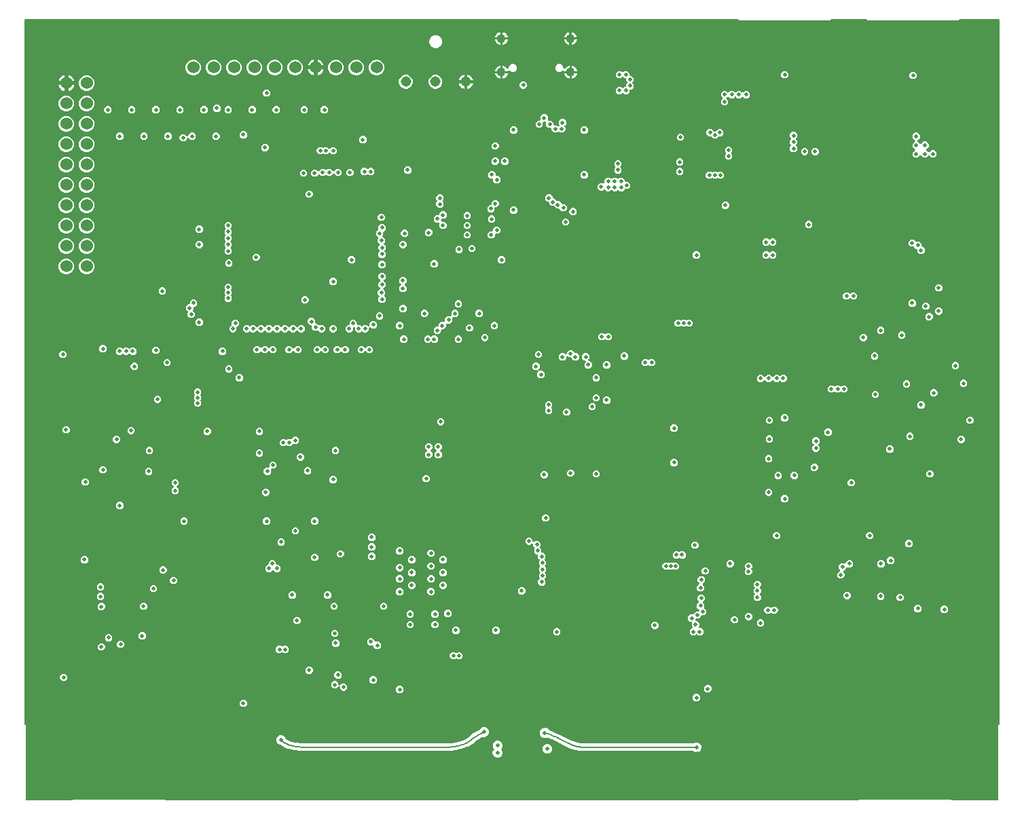
<source format=gbr>
G04 EAGLE Gerber RS-274X export*
G75*
%MOMM*%
%FSLAX34Y34*%
%LPD*%
%INEAGLE Copper Layer 3*%
%IPPOS*%
%AMOC8*
5,1,8,0,0,1.08239X$1,22.5*%
G01*
%ADD10C,1.108000*%
%ADD11C,1.524000*%
%ADD12C,1.308000*%
%ADD13C,0.500000*%
%ADD14C,4.216000*%
%ADD15C,0.200000*%

G36*
X61629Y-16405D02*
X61629Y-16405D01*
X61631Y-16403D01*
X61632Y-16403D01*
X62631Y-15405D01*
X177369Y-15405D01*
X178368Y-16403D01*
X178370Y-16404D01*
X178371Y-16405D01*
X1041629Y-16405D01*
X1041631Y-16403D01*
X1041632Y-16403D01*
X1042631Y-15405D01*
X1157369Y-15405D01*
X1158368Y-16403D01*
X1158370Y-16404D01*
X1158371Y-16405D01*
X1216400Y-16405D01*
X1216405Y-16400D01*
X1216404Y-16400D01*
X1216405Y-16400D01*
X1216405Y77501D01*
X1216500Y77501D01*
X1216535Y77505D01*
X1216571Y77502D01*
X1216707Y77525D01*
X1216843Y77541D01*
X1216877Y77553D01*
X1216912Y77558D01*
X1217039Y77611D01*
X1217169Y77658D01*
X1217198Y77677D01*
X1217231Y77691D01*
X1217343Y77772D01*
X1217458Y77847D01*
X1217483Y77873D01*
X1217511Y77893D01*
X1217602Y77997D01*
X1217697Y78097D01*
X1217715Y78128D01*
X1217738Y78154D01*
X1217802Y78277D01*
X1217872Y78395D01*
X1217882Y78429D01*
X1217899Y78461D01*
X1217933Y78594D01*
X1217974Y78726D01*
X1217976Y78761D01*
X1217985Y78795D01*
X1217999Y79000D01*
X1217999Y956500D01*
X1217995Y956535D01*
X1217998Y956571D01*
X1217975Y956707D01*
X1217959Y956843D01*
X1217947Y956877D01*
X1217942Y956912D01*
X1217889Y957039D01*
X1217842Y957169D01*
X1217823Y957198D01*
X1217809Y957231D01*
X1217728Y957343D01*
X1217653Y957458D01*
X1217627Y957483D01*
X1217607Y957511D01*
X1217503Y957602D01*
X1217403Y957697D01*
X1217372Y957715D01*
X1217346Y957738D01*
X1217223Y957802D01*
X1217105Y957872D01*
X1217071Y957882D01*
X1217039Y957899D01*
X1216906Y957933D01*
X1216774Y957974D01*
X1216739Y957976D01*
X1216705Y957985D01*
X1216500Y957999D01*
X1168330Y957999D01*
X1168192Y957983D01*
X1168052Y957973D01*
X1168020Y957963D01*
X1167986Y957959D01*
X1167855Y957912D01*
X1167722Y957871D01*
X1167693Y957853D01*
X1167661Y957842D01*
X1167544Y957766D01*
X1167424Y957695D01*
X1167390Y957665D01*
X1167372Y957653D01*
X1167348Y957629D01*
X1167270Y957560D01*
X1166709Y956999D01*
X1053291Y956999D01*
X1052730Y957560D01*
X1052621Y957647D01*
X1052516Y957738D01*
X1052486Y957754D01*
X1052459Y957775D01*
X1052333Y957834D01*
X1052210Y957899D01*
X1052177Y957907D01*
X1052146Y957922D01*
X1052010Y957950D01*
X1051875Y957985D01*
X1051830Y957988D01*
X1051808Y957993D01*
X1051774Y957992D01*
X1051670Y957999D01*
X1008330Y957999D01*
X1008192Y957983D01*
X1008052Y957973D01*
X1008020Y957963D01*
X1007986Y957959D01*
X1007855Y957912D01*
X1007722Y957871D01*
X1007693Y957853D01*
X1007661Y957842D01*
X1007544Y957766D01*
X1007424Y957695D01*
X1007390Y957665D01*
X1007372Y957653D01*
X1007348Y957629D01*
X1007270Y957560D01*
X1006709Y956999D01*
X893291Y956999D01*
X892730Y957560D01*
X892621Y957647D01*
X892516Y957738D01*
X892486Y957754D01*
X892459Y957775D01*
X892333Y957834D01*
X892210Y957899D01*
X892177Y957907D01*
X892146Y957922D01*
X892010Y957950D01*
X891875Y957985D01*
X891830Y957988D01*
X891808Y957993D01*
X891774Y957992D01*
X891670Y957999D01*
X3500Y957999D01*
X3465Y957995D01*
X3429Y957998D01*
X3293Y957975D01*
X3157Y957959D01*
X3123Y957947D01*
X3088Y957942D01*
X2961Y957889D01*
X2831Y957842D01*
X2802Y957823D01*
X2769Y957809D01*
X2657Y957728D01*
X2542Y957653D01*
X2517Y957627D01*
X2489Y957607D01*
X2398Y957503D01*
X2303Y957403D01*
X2285Y957372D01*
X2262Y957346D01*
X2198Y957223D01*
X2128Y957105D01*
X2118Y957071D01*
X2101Y957039D01*
X2067Y956906D01*
X2026Y956774D01*
X2024Y956739D01*
X2015Y956705D01*
X2001Y956500D01*
X2001Y79000D01*
X2005Y78965D01*
X2002Y78929D01*
X2025Y78793D01*
X2041Y78657D01*
X2053Y78623D01*
X2058Y78588D01*
X2111Y78461D01*
X2158Y78331D01*
X2177Y78302D01*
X2191Y78269D01*
X2272Y78157D01*
X2347Y78042D01*
X2373Y78017D01*
X2393Y77989D01*
X2497Y77898D01*
X2597Y77803D01*
X2628Y77785D01*
X2654Y77762D01*
X2777Y77698D01*
X2895Y77628D01*
X2929Y77618D01*
X2961Y77601D01*
X3094Y77567D01*
X3226Y77526D01*
X3261Y77524D01*
X3295Y77515D01*
X3500Y77501D01*
X3595Y77501D01*
X3595Y-16400D01*
X3600Y-16405D01*
X3600Y-16404D01*
X3600Y-16405D01*
X61629Y-16405D01*
X61629Y-16405D01*
G37*
%LPC*%
G36*
X528168Y45403D02*
X528168Y45403D01*
X528166Y45404D01*
X528165Y45405D01*
X347436Y45405D01*
X338372Y46471D01*
X334591Y47373D01*
X333934Y47530D01*
X332080Y47972D01*
X332080Y47973D01*
X329698Y48541D01*
X322030Y52670D01*
X321781Y52903D01*
X321779Y52904D01*
X321778Y52905D01*
X320788Y52905D01*
X318547Y53833D01*
X316833Y55547D01*
X315905Y57788D01*
X315905Y60212D01*
X316833Y62453D01*
X318547Y64167D01*
X320788Y65095D01*
X323212Y65095D01*
X325453Y64167D01*
X327167Y62453D01*
X328095Y60212D01*
X328095Y60076D01*
X328097Y60073D01*
X328098Y60071D01*
X333071Y57394D01*
X333072Y57394D01*
X333072Y57393D01*
X336066Y56470D01*
X336067Y56470D01*
X340002Y55652D01*
X347982Y54713D01*
X352000Y54595D01*
X529902Y54595D01*
X534597Y54920D01*
X534598Y54920D01*
X543864Y56773D01*
X543864Y56774D01*
X543864Y56773D01*
X548345Y58287D01*
X550667Y59300D01*
X550667Y59301D01*
X550668Y59300D01*
X555009Y61905D01*
X555009Y61906D01*
X556996Y63478D01*
X557803Y64174D01*
X561556Y67416D01*
X565241Y69258D01*
X568649Y70962D01*
X569362Y71318D01*
X569362Y71320D01*
X569364Y71321D01*
X569833Y72453D01*
X571547Y74167D01*
X573788Y75095D01*
X576212Y75095D01*
X578453Y74167D01*
X580167Y72453D01*
X581095Y70212D01*
X581095Y67788D01*
X580167Y65547D01*
X578453Y63833D01*
X576212Y62905D01*
X573788Y62905D01*
X573405Y63063D01*
X573403Y63062D01*
X573401Y63063D01*
X571055Y61890D01*
X566862Y59457D01*
X566862Y59456D01*
X566862Y59457D01*
X563004Y56522D01*
X563003Y56522D01*
X560481Y54344D01*
X554765Y50914D01*
X553433Y50400D01*
X551655Y49713D01*
X551413Y49620D01*
X549878Y49027D01*
X546496Y47721D01*
X535650Y45552D01*
X535531Y45549D01*
X535530Y45549D01*
X535342Y45544D01*
X535341Y45544D01*
X535154Y45539D01*
X535152Y45539D01*
X534965Y45534D01*
X534964Y45534D01*
X534776Y45529D01*
X534775Y45529D01*
X534587Y45524D01*
X534586Y45524D01*
X534398Y45519D01*
X534397Y45519D01*
X534209Y45514D01*
X534208Y45514D01*
X534020Y45509D01*
X534019Y45509D01*
X533832Y45504D01*
X533831Y45504D01*
X533643Y45499D01*
X533642Y45499D01*
X533454Y45494D01*
X533453Y45494D01*
X533265Y45489D01*
X533264Y45489D01*
X533076Y45484D01*
X533075Y45484D01*
X532887Y45479D01*
X532886Y45479D01*
X532699Y45474D01*
X532698Y45474D01*
X532510Y45469D01*
X532509Y45469D01*
X532321Y45464D01*
X532320Y45464D01*
X532132Y45459D01*
X532131Y45459D01*
X531955Y45455D01*
X531953Y45453D01*
X531952Y45453D01*
X531903Y45405D01*
X530061Y45405D01*
X530060Y45405D01*
X530056Y45405D01*
X530055Y45405D01*
X529867Y45400D01*
X529866Y45400D01*
X529678Y45395D01*
X529677Y45395D01*
X529489Y45390D01*
X529488Y45390D01*
X529300Y45385D01*
X529299Y45385D01*
X529112Y45380D01*
X529110Y45380D01*
X528923Y45375D01*
X528922Y45375D01*
X528734Y45370D01*
X528733Y45370D01*
X528545Y45365D01*
X528544Y45365D01*
X528356Y45360D01*
X528355Y45360D01*
X528218Y45356D01*
X528168Y45403D01*
G37*
%LPD*%
%LPC*%
G36*
X838788Y43905D02*
X838788Y43905D01*
X836547Y44833D01*
X835977Y45403D01*
X835974Y45404D01*
X835973Y45405D01*
X694202Y45405D01*
X682953Y48217D01*
X679519Y50049D01*
X677838Y50945D01*
X677837Y50945D01*
X672978Y53456D01*
X669683Y55049D01*
X669680Y55049D01*
X669647Y55039D01*
X667998Y55863D01*
X666330Y56643D01*
X666306Y56708D01*
X666304Y56709D01*
X666304Y56711D01*
X661945Y58890D01*
X661944Y58890D01*
X655971Y61525D01*
X653371Y62383D01*
X653370Y62383D01*
X653369Y62383D01*
X653368Y62383D01*
X652212Y61905D01*
X649788Y61905D01*
X647547Y62833D01*
X645833Y64547D01*
X644905Y66788D01*
X644905Y69212D01*
X645833Y71453D01*
X647547Y73167D01*
X649788Y74095D01*
X652212Y74095D01*
X654453Y73167D01*
X656167Y71453D01*
X656221Y71322D01*
X656224Y71321D01*
X656225Y71319D01*
X659399Y70438D01*
X664351Y67962D01*
X672002Y64137D01*
X677122Y61743D01*
X680481Y59951D01*
X681949Y59168D01*
X682162Y59055D01*
X682163Y59055D01*
X682163Y59054D01*
X686382Y57126D01*
X686383Y57126D01*
X695368Y54879D01*
X695369Y54880D01*
X695369Y54879D01*
X700000Y54595D01*
X835973Y54595D01*
X835975Y54597D01*
X835977Y54597D01*
X836547Y55167D01*
X838788Y56095D01*
X841212Y56095D01*
X843453Y55167D01*
X845167Y53453D01*
X846095Y51212D01*
X846095Y48788D01*
X845167Y46547D01*
X843453Y44833D01*
X841212Y43905D01*
X838788Y43905D01*
G37*
%LPD*%
%LPC*%
G36*
X277136Y567499D02*
X277136Y567499D01*
X274499Y570136D01*
X274499Y573864D01*
X277136Y576501D01*
X280864Y576501D01*
X281940Y575425D01*
X281968Y575403D01*
X281991Y575376D01*
X282103Y575296D01*
X282211Y575210D01*
X282243Y575195D01*
X282272Y575175D01*
X282399Y575122D01*
X282524Y575064D01*
X282559Y575056D01*
X282591Y575043D01*
X282728Y575021D01*
X282862Y574992D01*
X282898Y574993D01*
X282933Y574988D01*
X283070Y574997D01*
X283208Y575000D01*
X283242Y575009D01*
X283278Y575012D01*
X283409Y575053D01*
X283542Y575088D01*
X283574Y575104D01*
X283608Y575115D01*
X283727Y575185D01*
X283848Y575249D01*
X283875Y575272D01*
X283906Y575290D01*
X284060Y575425D01*
X285136Y576501D01*
X288864Y576501D01*
X290940Y574425D01*
X290968Y574403D01*
X290991Y574376D01*
X291103Y574296D01*
X291211Y574210D01*
X291243Y574195D01*
X291272Y574175D01*
X291399Y574122D01*
X291524Y574064D01*
X291559Y574056D01*
X291591Y574043D01*
X291728Y574021D01*
X291862Y573992D01*
X291898Y573993D01*
X291933Y573988D01*
X292070Y573997D01*
X292208Y574000D01*
X292242Y574009D01*
X292278Y574012D01*
X292409Y574053D01*
X292542Y574088D01*
X292574Y574104D01*
X292608Y574115D01*
X292726Y574185D01*
X292848Y574249D01*
X292875Y574272D01*
X292905Y574290D01*
X293060Y574425D01*
X295136Y576501D01*
X298864Y576501D01*
X300940Y574425D01*
X300968Y574403D01*
X300991Y574376D01*
X301103Y574296D01*
X301211Y574210D01*
X301243Y574195D01*
X301272Y574175D01*
X301399Y574122D01*
X301524Y574064D01*
X301559Y574056D01*
X301591Y574043D01*
X301728Y574021D01*
X301862Y573992D01*
X301898Y573993D01*
X301933Y573988D01*
X302070Y573997D01*
X302208Y574000D01*
X302242Y574009D01*
X302278Y574012D01*
X302409Y574053D01*
X302542Y574088D01*
X302574Y574104D01*
X302608Y574115D01*
X302727Y574185D01*
X302848Y574249D01*
X302875Y574272D01*
X302905Y574290D01*
X303060Y574425D01*
X305136Y576501D01*
X308864Y576501D01*
X310940Y574425D01*
X310968Y574403D01*
X310991Y574376D01*
X311103Y574296D01*
X311211Y574210D01*
X311243Y574195D01*
X311272Y574175D01*
X311399Y574122D01*
X311524Y574064D01*
X311559Y574056D01*
X311591Y574043D01*
X311728Y574021D01*
X311862Y573992D01*
X311898Y573993D01*
X311933Y573988D01*
X312070Y573997D01*
X312208Y574000D01*
X312242Y574009D01*
X312278Y574012D01*
X312409Y574053D01*
X312542Y574088D01*
X312574Y574104D01*
X312608Y574115D01*
X312727Y574185D01*
X312848Y574249D01*
X312875Y574272D01*
X312905Y574290D01*
X313060Y574425D01*
X315136Y576501D01*
X318864Y576501D01*
X320940Y574425D01*
X320968Y574403D01*
X320991Y574376D01*
X321103Y574296D01*
X321211Y574210D01*
X321243Y574195D01*
X321272Y574175D01*
X321399Y574122D01*
X321524Y574064D01*
X321559Y574056D01*
X321591Y574043D01*
X321728Y574021D01*
X321862Y573992D01*
X321898Y573993D01*
X321933Y573988D01*
X322070Y573997D01*
X322208Y574000D01*
X322242Y574009D01*
X322278Y574012D01*
X322409Y574053D01*
X322542Y574088D01*
X322574Y574104D01*
X322608Y574115D01*
X322727Y574185D01*
X322848Y574249D01*
X322875Y574272D01*
X322905Y574290D01*
X323060Y574425D01*
X325136Y576501D01*
X328864Y576501D01*
X330940Y574425D01*
X330968Y574403D01*
X330991Y574376D01*
X331103Y574296D01*
X331211Y574210D01*
X331243Y574195D01*
X331272Y574175D01*
X331399Y574122D01*
X331524Y574064D01*
X331559Y574056D01*
X331591Y574043D01*
X331728Y574021D01*
X331862Y573992D01*
X331898Y573993D01*
X331933Y573988D01*
X332070Y573997D01*
X332208Y574000D01*
X332242Y574009D01*
X332278Y574012D01*
X332409Y574053D01*
X332542Y574088D01*
X332574Y574104D01*
X332608Y574115D01*
X332727Y574185D01*
X332848Y574249D01*
X332875Y574272D01*
X332905Y574290D01*
X333060Y574425D01*
X335136Y576501D01*
X338864Y576501D01*
X340940Y574425D01*
X340968Y574403D01*
X340991Y574376D01*
X341103Y574296D01*
X341211Y574210D01*
X341243Y574195D01*
X341272Y574175D01*
X341399Y574122D01*
X341524Y574064D01*
X341559Y574056D01*
X341591Y574043D01*
X341728Y574021D01*
X341862Y573992D01*
X341898Y573993D01*
X341933Y573988D01*
X342070Y573997D01*
X342208Y574000D01*
X342242Y574009D01*
X342278Y574012D01*
X342409Y574053D01*
X342542Y574088D01*
X342574Y574104D01*
X342608Y574115D01*
X342726Y574185D01*
X342848Y574249D01*
X342875Y574272D01*
X342905Y574290D01*
X343060Y574425D01*
X345136Y576501D01*
X348864Y576501D01*
X351501Y573864D01*
X351501Y570136D01*
X348864Y567499D01*
X345136Y567499D01*
X343060Y569575D01*
X343032Y569597D01*
X343009Y569624D01*
X342897Y569704D01*
X342789Y569790D01*
X342757Y569805D01*
X342728Y569825D01*
X342601Y569878D01*
X342476Y569936D01*
X342441Y569944D01*
X342409Y569957D01*
X342272Y569979D01*
X342138Y570008D01*
X342102Y570007D01*
X342067Y570012D01*
X341930Y570003D01*
X341792Y570000D01*
X341758Y569991D01*
X341722Y569988D01*
X341591Y569947D01*
X341458Y569912D01*
X341426Y569896D01*
X341392Y569885D01*
X341273Y569815D01*
X341152Y569751D01*
X341125Y569728D01*
X341095Y569710D01*
X340940Y569575D01*
X338864Y567499D01*
X335136Y567499D01*
X333060Y569575D01*
X333032Y569597D01*
X333009Y569624D01*
X332897Y569704D01*
X332789Y569790D01*
X332757Y569805D01*
X332728Y569825D01*
X332601Y569878D01*
X332476Y569936D01*
X332441Y569944D01*
X332409Y569957D01*
X332272Y569979D01*
X332138Y570008D01*
X332102Y570007D01*
X332067Y570012D01*
X331930Y570003D01*
X331792Y570000D01*
X331758Y569991D01*
X331722Y569988D01*
X331591Y569947D01*
X331458Y569912D01*
X331426Y569896D01*
X331392Y569885D01*
X331274Y569815D01*
X331152Y569751D01*
X331125Y569728D01*
X331095Y569710D01*
X330940Y569575D01*
X328864Y567499D01*
X325136Y567499D01*
X323060Y569575D01*
X323032Y569597D01*
X323009Y569624D01*
X322897Y569704D01*
X322789Y569790D01*
X322757Y569805D01*
X322728Y569825D01*
X322601Y569878D01*
X322476Y569936D01*
X322441Y569944D01*
X322409Y569957D01*
X322272Y569979D01*
X322138Y570008D01*
X322102Y570007D01*
X322067Y570012D01*
X321930Y570003D01*
X321792Y570000D01*
X321758Y569991D01*
X321722Y569988D01*
X321591Y569947D01*
X321458Y569912D01*
X321426Y569896D01*
X321392Y569885D01*
X321274Y569815D01*
X321152Y569751D01*
X321125Y569728D01*
X321095Y569710D01*
X320940Y569575D01*
X318864Y567499D01*
X315136Y567499D01*
X313060Y569575D01*
X313032Y569597D01*
X313009Y569624D01*
X312897Y569704D01*
X312789Y569790D01*
X312757Y569805D01*
X312728Y569825D01*
X312601Y569878D01*
X312476Y569936D01*
X312441Y569944D01*
X312409Y569957D01*
X312272Y569979D01*
X312138Y570008D01*
X312102Y570007D01*
X312067Y570012D01*
X311930Y570003D01*
X311792Y570000D01*
X311758Y569991D01*
X311722Y569988D01*
X311591Y569947D01*
X311458Y569912D01*
X311426Y569896D01*
X311392Y569885D01*
X311274Y569815D01*
X311152Y569751D01*
X311125Y569728D01*
X311095Y569710D01*
X310940Y569575D01*
X308864Y567499D01*
X305136Y567499D01*
X303060Y569575D01*
X303032Y569597D01*
X303009Y569624D01*
X302897Y569704D01*
X302789Y569790D01*
X302757Y569805D01*
X302728Y569825D01*
X302601Y569878D01*
X302476Y569936D01*
X302441Y569944D01*
X302409Y569957D01*
X302272Y569979D01*
X302138Y570008D01*
X302102Y570007D01*
X302067Y570012D01*
X301930Y570003D01*
X301792Y570000D01*
X301758Y569991D01*
X301722Y569988D01*
X301591Y569947D01*
X301458Y569912D01*
X301426Y569896D01*
X301392Y569885D01*
X301274Y569815D01*
X301152Y569751D01*
X301125Y569728D01*
X301095Y569710D01*
X300940Y569575D01*
X298864Y567499D01*
X295136Y567499D01*
X293060Y569575D01*
X293032Y569597D01*
X293009Y569624D01*
X292897Y569704D01*
X292789Y569790D01*
X292757Y569805D01*
X292728Y569825D01*
X292601Y569878D01*
X292476Y569936D01*
X292441Y569944D01*
X292409Y569957D01*
X292272Y569979D01*
X292138Y570008D01*
X292102Y570007D01*
X292067Y570012D01*
X291930Y570003D01*
X291792Y570000D01*
X291758Y569991D01*
X291722Y569988D01*
X291591Y569947D01*
X291458Y569912D01*
X291426Y569896D01*
X291392Y569885D01*
X291273Y569815D01*
X291152Y569751D01*
X291125Y569728D01*
X291095Y569710D01*
X290940Y569575D01*
X288864Y567499D01*
X285136Y567499D01*
X284060Y568575D01*
X284032Y568597D01*
X284009Y568624D01*
X283897Y568704D01*
X283789Y568790D01*
X283757Y568805D01*
X283728Y568825D01*
X283601Y568878D01*
X283476Y568936D01*
X283441Y568944D01*
X283409Y568957D01*
X283272Y568979D01*
X283138Y569008D01*
X283102Y569007D01*
X283067Y569012D01*
X282930Y569003D01*
X282792Y569000D01*
X282758Y568991D01*
X282722Y568988D01*
X282591Y568947D01*
X282458Y568912D01*
X282426Y568896D01*
X282392Y568885D01*
X282274Y568815D01*
X282152Y568751D01*
X282125Y568728D01*
X282095Y568710D01*
X281940Y568575D01*
X280864Y567499D01*
X277136Y567499D01*
G37*
%LPD*%
%LPC*%
G36*
X834136Y189499D02*
X834136Y189499D01*
X831499Y192136D01*
X831499Y195864D01*
X834575Y198940D01*
X834597Y198967D01*
X834624Y198991D01*
X834664Y199047D01*
X834712Y199097D01*
X834747Y199157D01*
X834789Y199211D01*
X834804Y199243D01*
X834825Y199272D01*
X834852Y199336D01*
X834887Y199395D01*
X834907Y199462D01*
X834936Y199524D01*
X834944Y199558D01*
X834957Y199591D01*
X834968Y199660D01*
X834989Y199726D01*
X834993Y199795D01*
X835008Y199862D01*
X835007Y199897D01*
X835013Y199933D01*
X835008Y200002D01*
X835012Y200071D01*
X835001Y200139D01*
X834999Y200208D01*
X834991Y200242D01*
X834988Y200278D01*
X834968Y200344D01*
X834956Y200412D01*
X834930Y200476D01*
X834912Y200542D01*
X834896Y200573D01*
X834885Y200608D01*
X834850Y200667D01*
X834824Y200731D01*
X834783Y200787D01*
X834751Y200848D01*
X834728Y200875D01*
X834710Y200905D01*
X834641Y200984D01*
X834621Y201011D01*
X834605Y201026D01*
X834575Y201060D01*
X834499Y201136D01*
X834499Y205000D01*
X834495Y205035D01*
X834498Y205071D01*
X834475Y205207D01*
X834459Y205343D01*
X834447Y205377D01*
X834442Y205412D01*
X834389Y205539D01*
X834342Y205669D01*
X834323Y205698D01*
X834309Y205731D01*
X834228Y205843D01*
X834153Y205958D01*
X834127Y205983D01*
X834107Y206011D01*
X834003Y206102D01*
X833903Y206197D01*
X833872Y206215D01*
X833846Y206238D01*
X833723Y206302D01*
X833605Y206372D01*
X833571Y206382D01*
X833539Y206399D01*
X833406Y206433D01*
X833274Y206474D01*
X833239Y206476D01*
X833205Y206485D01*
X833000Y206499D01*
X832136Y206499D01*
X829499Y209136D01*
X829499Y212864D01*
X832136Y215501D01*
X835000Y215501D01*
X835035Y215505D01*
X835071Y215502D01*
X835207Y215525D01*
X835343Y215541D01*
X835377Y215553D01*
X835412Y215558D01*
X835539Y215611D01*
X835669Y215658D01*
X835698Y215677D01*
X835731Y215691D01*
X835843Y215772D01*
X835958Y215847D01*
X835983Y215873D01*
X836011Y215893D01*
X836102Y215997D01*
X836197Y216097D01*
X836215Y216128D01*
X836238Y216154D01*
X836302Y216277D01*
X836372Y216395D01*
X836382Y216429D01*
X836399Y216461D01*
X836433Y216594D01*
X836474Y216726D01*
X836476Y216761D01*
X836485Y216795D01*
X836489Y216854D01*
X839136Y219501D01*
X842000Y219501D01*
X842035Y219505D01*
X842071Y219502D01*
X842207Y219525D01*
X842343Y219541D01*
X842377Y219553D01*
X842412Y219558D01*
X842539Y219611D01*
X842669Y219658D01*
X842698Y219677D01*
X842731Y219691D01*
X842843Y219772D01*
X842958Y219847D01*
X842983Y219873D01*
X843011Y219893D01*
X843102Y219997D01*
X843197Y220097D01*
X843215Y220128D01*
X843238Y220154D01*
X843299Y220270D01*
X843311Y220286D01*
X843316Y220301D01*
X843372Y220395D01*
X843382Y220429D01*
X843399Y220461D01*
X843426Y220567D01*
X843443Y220606D01*
X843449Y220643D01*
X843474Y220726D01*
X843476Y220761D01*
X843485Y220795D01*
X843494Y220925D01*
X843498Y220947D01*
X843497Y220962D01*
X843499Y221000D01*
X843499Y221015D01*
X843496Y221044D01*
X843498Y221071D01*
X843483Y221162D01*
X843473Y221292D01*
X843463Y221325D01*
X843459Y221358D01*
X843443Y221404D01*
X843442Y221412D01*
X843430Y221441D01*
X843412Y221489D01*
X843371Y221622D01*
X843353Y221652D01*
X843342Y221683D01*
X843266Y221800D01*
X843195Y221920D01*
X843165Y221954D01*
X843153Y221973D01*
X843129Y221996D01*
X843060Y222075D01*
X840499Y224636D01*
X840499Y228364D01*
X842825Y230690D01*
X842847Y230718D01*
X842874Y230741D01*
X842954Y230853D01*
X843040Y230961D01*
X843055Y230993D01*
X843075Y231022D01*
X843128Y231149D01*
X843186Y231274D01*
X843194Y231309D01*
X843207Y231341D01*
X843229Y231478D01*
X843258Y231612D01*
X843257Y231648D01*
X843262Y231683D01*
X843253Y231820D01*
X843250Y231958D01*
X843241Y231992D01*
X843238Y232028D01*
X843197Y232159D01*
X843162Y232292D01*
X843146Y232324D01*
X843135Y232358D01*
X843065Y232477D01*
X843001Y232598D01*
X842978Y232625D01*
X842960Y232656D01*
X842825Y232810D01*
X841499Y234136D01*
X841499Y237864D01*
X844136Y240501D01*
X847864Y240501D01*
X850501Y237864D01*
X850501Y234136D01*
X848175Y231810D01*
X848153Y231782D01*
X848126Y231759D01*
X848046Y231647D01*
X847960Y231539D01*
X847945Y231507D01*
X847925Y231478D01*
X847872Y231351D01*
X847814Y231226D01*
X847806Y231191D01*
X847793Y231159D01*
X847771Y231022D01*
X847742Y230888D01*
X847743Y230852D01*
X847738Y230817D01*
X847747Y230680D01*
X847750Y230542D01*
X847759Y230508D01*
X847762Y230472D01*
X847803Y230341D01*
X847838Y230208D01*
X847854Y230176D01*
X847865Y230142D01*
X847935Y230024D01*
X847999Y229902D01*
X848022Y229875D01*
X848040Y229845D01*
X848175Y229690D01*
X849501Y228364D01*
X849501Y224485D01*
X849517Y224347D01*
X849527Y224208D01*
X849537Y224175D01*
X849541Y224142D01*
X849588Y224011D01*
X849629Y223878D01*
X849647Y223849D01*
X849658Y223817D01*
X849734Y223700D01*
X849805Y223580D01*
X849835Y223546D01*
X849847Y223527D01*
X849871Y223504D01*
X849940Y223425D01*
X852501Y220864D01*
X852501Y217136D01*
X849864Y214499D01*
X847000Y214499D01*
X846965Y214495D01*
X846929Y214498D01*
X846793Y214475D01*
X846657Y214459D01*
X846623Y214447D01*
X846588Y214442D01*
X846461Y214389D01*
X846331Y214342D01*
X846302Y214323D01*
X846269Y214309D01*
X846157Y214228D01*
X846042Y214153D01*
X846017Y214127D01*
X845989Y214107D01*
X845898Y214003D01*
X845803Y213903D01*
X845785Y213872D01*
X845762Y213846D01*
X845698Y213723D01*
X845628Y213605D01*
X845618Y213571D01*
X845601Y213539D01*
X845567Y213406D01*
X845526Y213274D01*
X845524Y213239D01*
X845515Y213205D01*
X845511Y213146D01*
X842864Y210499D01*
X840000Y210499D01*
X839965Y210495D01*
X839929Y210498D01*
X839793Y210475D01*
X839657Y210459D01*
X839623Y210447D01*
X839588Y210442D01*
X839461Y210389D01*
X839331Y210342D01*
X839302Y210323D01*
X839269Y210309D01*
X839157Y210228D01*
X839042Y210153D01*
X839017Y210127D01*
X838989Y210107D01*
X838898Y210003D01*
X838803Y209903D01*
X838785Y209872D01*
X838762Y209846D01*
X838698Y209723D01*
X838628Y209605D01*
X838618Y209571D01*
X838601Y209539D01*
X838567Y209406D01*
X838526Y209274D01*
X838524Y209239D01*
X838515Y209205D01*
X838501Y209000D01*
X838505Y208965D01*
X838502Y208929D01*
X838503Y208923D01*
X838525Y208793D01*
X838541Y208657D01*
X838553Y208623D01*
X838558Y208588D01*
X838611Y208461D01*
X838658Y208331D01*
X838677Y208302D01*
X838691Y208269D01*
X838772Y208157D01*
X838847Y208042D01*
X838873Y208017D01*
X838893Y207989D01*
X838997Y207898D01*
X839097Y207803D01*
X839128Y207785D01*
X839154Y207762D01*
X839277Y207698D01*
X839395Y207628D01*
X839429Y207618D01*
X839461Y207601D01*
X839594Y207567D01*
X839726Y207526D01*
X839761Y207524D01*
X839795Y207515D01*
X840000Y207501D01*
X840864Y207501D01*
X843501Y204864D01*
X843501Y201136D01*
X843425Y201060D01*
X843360Y200978D01*
X843288Y200903D01*
X843253Y200843D01*
X843210Y200789D01*
X843166Y200695D01*
X843113Y200605D01*
X843093Y200539D01*
X843064Y200476D01*
X843042Y200374D01*
X843011Y200274D01*
X843007Y200205D01*
X842992Y200138D01*
X842995Y200034D01*
X842988Y199929D01*
X842999Y199861D01*
X843000Y199792D01*
X843027Y199691D01*
X843044Y199588D01*
X843070Y199525D01*
X843088Y199458D01*
X843136Y199365D01*
X843176Y199269D01*
X843217Y199213D01*
X843249Y199152D01*
X843317Y199073D01*
X843379Y198989D01*
X843431Y198943D01*
X843476Y198891D01*
X843561Y198830D01*
X843640Y198762D01*
X843701Y198730D01*
X843757Y198689D01*
X843853Y198650D01*
X843946Y198601D01*
X844013Y198584D01*
X844077Y198558D01*
X844179Y198541D01*
X844281Y198515D01*
X844384Y198508D01*
X844418Y198502D01*
X844440Y198504D01*
X844485Y198501D01*
X845864Y198501D01*
X848501Y195864D01*
X848501Y192136D01*
X845864Y189499D01*
X842136Y189499D01*
X841060Y190575D01*
X841032Y190597D01*
X841009Y190624D01*
X840897Y190704D01*
X840789Y190790D01*
X840757Y190805D01*
X840728Y190825D01*
X840601Y190878D01*
X840476Y190936D01*
X840441Y190944D01*
X840409Y190957D01*
X840272Y190979D01*
X840138Y191008D01*
X840102Y191007D01*
X840067Y191012D01*
X839930Y191003D01*
X839792Y191000D01*
X839758Y190991D01*
X839722Y190988D01*
X839591Y190947D01*
X839458Y190912D01*
X839426Y190896D01*
X839392Y190885D01*
X839274Y190815D01*
X839152Y190751D01*
X839125Y190728D01*
X839095Y190710D01*
X838940Y190575D01*
X837864Y189499D01*
X834136Y189499D01*
G37*
%LPD*%
%LPC*%
G36*
X645136Y251499D02*
X645136Y251499D01*
X642499Y254136D01*
X642499Y257864D01*
X644075Y259440D01*
X644097Y259468D01*
X644124Y259491D01*
X644204Y259603D01*
X644290Y259711D01*
X644305Y259743D01*
X644325Y259772D01*
X644378Y259899D01*
X644436Y260024D01*
X644444Y260059D01*
X644457Y260091D01*
X644479Y260228D01*
X644508Y260362D01*
X644507Y260398D01*
X644512Y260433D01*
X644503Y260570D01*
X644500Y260708D01*
X644491Y260742D01*
X644488Y260778D01*
X644447Y260909D01*
X644412Y261042D01*
X644396Y261074D01*
X644385Y261108D01*
X644315Y261226D01*
X644251Y261348D01*
X644228Y261375D01*
X644210Y261405D01*
X644075Y261560D01*
X643499Y262136D01*
X643499Y265864D01*
X644575Y266940D01*
X644597Y266968D01*
X644624Y266991D01*
X644704Y267103D01*
X644790Y267211D01*
X644805Y267243D01*
X644825Y267272D01*
X644878Y267399D01*
X644936Y267524D01*
X644944Y267559D01*
X644957Y267591D01*
X644979Y267728D01*
X645008Y267862D01*
X645007Y267898D01*
X645012Y267933D01*
X645003Y268070D01*
X645000Y268208D01*
X644991Y268242D01*
X644988Y268278D01*
X644947Y268409D01*
X644912Y268542D01*
X644896Y268574D01*
X644885Y268608D01*
X644815Y268726D01*
X644751Y268848D01*
X644728Y268875D01*
X644710Y268905D01*
X644575Y269060D01*
X643499Y270136D01*
X643499Y273864D01*
X644575Y274940D01*
X644597Y274968D01*
X644624Y274991D01*
X644704Y275103D01*
X644790Y275211D01*
X644805Y275243D01*
X644825Y275272D01*
X644878Y275399D01*
X644936Y275524D01*
X644944Y275559D01*
X644957Y275591D01*
X644979Y275728D01*
X645008Y275862D01*
X645007Y275898D01*
X645012Y275933D01*
X645003Y276070D01*
X645000Y276208D01*
X644991Y276242D01*
X644988Y276278D01*
X644947Y276409D01*
X644912Y276542D01*
X644896Y276574D01*
X644885Y276608D01*
X644815Y276727D01*
X644751Y276848D01*
X644728Y276875D01*
X644710Y276906D01*
X644575Y277060D01*
X643499Y278136D01*
X643499Y281864D01*
X644075Y282440D01*
X644097Y282468D01*
X644124Y282491D01*
X644204Y282603D01*
X644290Y282711D01*
X644305Y282743D01*
X644325Y282772D01*
X644378Y282899D01*
X644436Y283024D01*
X644444Y283059D01*
X644457Y283091D01*
X644479Y283228D01*
X644508Y283362D01*
X644507Y283398D01*
X644512Y283433D01*
X644503Y283570D01*
X644500Y283708D01*
X644491Y283742D01*
X644488Y283778D01*
X644447Y283909D01*
X644412Y284042D01*
X644396Y284074D01*
X644385Y284108D01*
X644315Y284227D01*
X644251Y284348D01*
X644228Y284375D01*
X644210Y284405D01*
X644075Y284560D01*
X642499Y286136D01*
X642499Y289000D01*
X642495Y289035D01*
X642498Y289071D01*
X642475Y289207D01*
X642459Y289343D01*
X642447Y289377D01*
X642442Y289412D01*
X642389Y289539D01*
X642342Y289669D01*
X642323Y289698D01*
X642309Y289731D01*
X642228Y289843D01*
X642153Y289958D01*
X642127Y289983D01*
X642107Y290011D01*
X642003Y290102D01*
X641903Y290197D01*
X641872Y290215D01*
X641846Y290238D01*
X641723Y290302D01*
X641605Y290372D01*
X641571Y290382D01*
X641539Y290399D01*
X641406Y290433D01*
X641274Y290474D01*
X641239Y290476D01*
X641205Y290485D01*
X641000Y290499D01*
X640136Y290499D01*
X637499Y293136D01*
X637499Y296864D01*
X638075Y297440D01*
X638097Y297468D01*
X638124Y297491D01*
X638204Y297603D01*
X638290Y297711D01*
X638305Y297743D01*
X638325Y297772D01*
X638378Y297899D01*
X638436Y298024D01*
X638444Y298059D01*
X638457Y298091D01*
X638479Y298228D01*
X638508Y298362D01*
X638507Y298398D01*
X638512Y298433D01*
X638503Y298570D01*
X638500Y298708D01*
X638491Y298742D01*
X638488Y298778D01*
X638447Y298909D01*
X638412Y299042D01*
X638396Y299074D01*
X638385Y299108D01*
X638315Y299226D01*
X638251Y299348D01*
X638228Y299375D01*
X638210Y299405D01*
X638075Y299560D01*
X636499Y301136D01*
X636499Y302515D01*
X636487Y302618D01*
X636485Y302723D01*
X636467Y302789D01*
X636459Y302858D01*
X636424Y302956D01*
X636398Y303057D01*
X636365Y303118D01*
X636342Y303183D01*
X636285Y303271D01*
X636236Y303363D01*
X636191Y303415D01*
X636153Y303473D01*
X636078Y303545D01*
X636009Y303624D01*
X635953Y303664D01*
X635903Y303712D01*
X635813Y303764D01*
X635728Y303825D01*
X635664Y303852D01*
X635605Y303887D01*
X635505Y303917D01*
X635409Y303957D01*
X635340Y303968D01*
X635274Y303989D01*
X635170Y303996D01*
X635067Y304013D01*
X634998Y304008D01*
X634929Y304012D01*
X634827Y303995D01*
X634722Y303988D01*
X634656Y303968D01*
X634588Y303956D01*
X634492Y303916D01*
X634392Y303885D01*
X634333Y303850D01*
X634269Y303824D01*
X634185Y303763D01*
X634095Y303710D01*
X634016Y303641D01*
X633989Y303621D01*
X633974Y303605D01*
X633940Y303575D01*
X632864Y302499D01*
X629136Y302499D01*
X626499Y305136D01*
X626499Y308864D01*
X629136Y311501D01*
X632864Y311501D01*
X635501Y308864D01*
X635501Y307485D01*
X635513Y307382D01*
X635515Y307277D01*
X635533Y307210D01*
X635541Y307142D01*
X635576Y307044D01*
X635602Y306943D01*
X635635Y306882D01*
X635658Y306817D01*
X635715Y306729D01*
X635764Y306637D01*
X635809Y306585D01*
X635847Y306527D01*
X635922Y306455D01*
X635991Y306376D01*
X636047Y306336D01*
X636097Y306288D01*
X636187Y306236D01*
X636272Y306175D01*
X636336Y306148D01*
X636395Y306113D01*
X636495Y306083D01*
X636591Y306043D01*
X636660Y306032D01*
X636726Y306011D01*
X636830Y306004D01*
X636933Y305987D01*
X637002Y305992D01*
X637071Y305988D01*
X637173Y306005D01*
X637278Y306012D01*
X637344Y306032D01*
X637412Y306044D01*
X637508Y306084D01*
X637608Y306115D01*
X637667Y306150D01*
X637731Y306176D01*
X637815Y306237D01*
X637905Y306290D01*
X637984Y306359D01*
X638011Y306379D01*
X638026Y306395D01*
X638060Y306425D01*
X639136Y307501D01*
X642864Y307501D01*
X645501Y304864D01*
X645501Y301136D01*
X644925Y300560D01*
X644903Y300532D01*
X644876Y300509D01*
X644796Y300397D01*
X644710Y300289D01*
X644695Y300257D01*
X644675Y300228D01*
X644622Y300101D01*
X644564Y299976D01*
X644556Y299941D01*
X644543Y299909D01*
X644521Y299772D01*
X644492Y299638D01*
X644493Y299602D01*
X644488Y299567D01*
X644497Y299430D01*
X644500Y299292D01*
X644509Y299258D01*
X644512Y299222D01*
X644553Y299091D01*
X644588Y298958D01*
X644604Y298926D01*
X644615Y298892D01*
X644685Y298773D01*
X644749Y298652D01*
X644772Y298625D01*
X644790Y298595D01*
X644925Y298440D01*
X646501Y296864D01*
X646501Y294000D01*
X646505Y293965D01*
X646502Y293929D01*
X646525Y293793D01*
X646541Y293657D01*
X646553Y293623D01*
X646558Y293588D01*
X646611Y293461D01*
X646658Y293331D01*
X646677Y293302D01*
X646691Y293269D01*
X646772Y293157D01*
X646847Y293042D01*
X646873Y293017D01*
X646893Y292989D01*
X646997Y292898D01*
X647097Y292803D01*
X647128Y292785D01*
X647154Y292762D01*
X647277Y292698D01*
X647395Y292628D01*
X647429Y292618D01*
X647461Y292601D01*
X647594Y292567D01*
X647726Y292526D01*
X647761Y292524D01*
X647795Y292515D01*
X648000Y292501D01*
X648864Y292501D01*
X651501Y289864D01*
X651501Y286136D01*
X650925Y285560D01*
X650903Y285532D01*
X650876Y285509D01*
X650796Y285397D01*
X650710Y285289D01*
X650695Y285257D01*
X650675Y285228D01*
X650622Y285101D01*
X650564Y284976D01*
X650556Y284941D01*
X650543Y284909D01*
X650521Y284772D01*
X650492Y284638D01*
X650493Y284602D01*
X650488Y284567D01*
X650497Y284430D01*
X650500Y284292D01*
X650509Y284258D01*
X650512Y284222D01*
X650553Y284091D01*
X650588Y283958D01*
X650604Y283926D01*
X650615Y283892D01*
X650685Y283774D01*
X650749Y283652D01*
X650772Y283625D01*
X650790Y283595D01*
X650925Y283440D01*
X652501Y281864D01*
X652501Y278136D01*
X651425Y277060D01*
X651403Y277032D01*
X651376Y277009D01*
X651296Y276897D01*
X651210Y276789D01*
X651195Y276757D01*
X651175Y276728D01*
X651122Y276601D01*
X651064Y276476D01*
X651056Y276441D01*
X651043Y276409D01*
X651021Y276272D01*
X650992Y276138D01*
X650993Y276102D01*
X650988Y276067D01*
X650997Y275929D01*
X651000Y275792D01*
X651009Y275758D01*
X651012Y275722D01*
X651053Y275591D01*
X651088Y275458D01*
X651104Y275426D01*
X651115Y275392D01*
X651185Y275274D01*
X651249Y275152D01*
X651272Y275125D01*
X651290Y275095D01*
X651425Y274940D01*
X652501Y273864D01*
X652501Y270136D01*
X651425Y269060D01*
X651403Y269032D01*
X651376Y269009D01*
X651296Y268897D01*
X651210Y268789D01*
X651195Y268757D01*
X651175Y268728D01*
X651122Y268601D01*
X651064Y268476D01*
X651056Y268441D01*
X651043Y268409D01*
X651021Y268272D01*
X650992Y268138D01*
X650993Y268102D01*
X650988Y268067D01*
X650997Y267929D01*
X651000Y267792D01*
X651009Y267758D01*
X651012Y267722D01*
X651053Y267591D01*
X651088Y267458D01*
X651104Y267426D01*
X651115Y267392D01*
X651185Y267273D01*
X651249Y267152D01*
X651272Y267125D01*
X651290Y267094D01*
X651425Y266940D01*
X652501Y265864D01*
X652501Y262136D01*
X650925Y260560D01*
X650903Y260532D01*
X650876Y260509D01*
X650796Y260397D01*
X650710Y260289D01*
X650695Y260257D01*
X650675Y260228D01*
X650622Y260101D01*
X650564Y259976D01*
X650556Y259941D01*
X650543Y259909D01*
X650521Y259772D01*
X650492Y259638D01*
X650493Y259602D01*
X650488Y259567D01*
X650497Y259430D01*
X650500Y259292D01*
X650509Y259258D01*
X650512Y259222D01*
X650553Y259091D01*
X650588Y258958D01*
X650604Y258926D01*
X650615Y258892D01*
X650685Y258774D01*
X650749Y258652D01*
X650772Y258625D01*
X650790Y258594D01*
X650925Y258440D01*
X651501Y257864D01*
X651501Y254136D01*
X648864Y251499D01*
X645136Y251499D01*
G37*
%LPD*%
%LPC*%
G36*
X728136Y743499D02*
X728136Y743499D01*
X726060Y745575D01*
X726032Y745597D01*
X726009Y745624D01*
X725897Y745704D01*
X725789Y745790D01*
X725757Y745805D01*
X725728Y745825D01*
X725601Y745878D01*
X725476Y745936D01*
X725441Y745944D01*
X725409Y745957D01*
X725272Y745979D01*
X725138Y746008D01*
X725102Y746007D01*
X725067Y746012D01*
X724930Y746003D01*
X724792Y746000D01*
X724758Y745991D01*
X724722Y745988D01*
X724591Y745947D01*
X724458Y745912D01*
X724426Y745896D01*
X724392Y745885D01*
X724273Y745815D01*
X724152Y745751D01*
X724125Y745728D01*
X724094Y745710D01*
X723940Y745575D01*
X722864Y744499D01*
X719136Y744499D01*
X716499Y747136D01*
X716499Y750864D01*
X719136Y753501D01*
X722864Y753501D01*
X722940Y753425D01*
X723022Y753360D01*
X723097Y753288D01*
X723157Y753253D01*
X723211Y753210D01*
X723305Y753166D01*
X723395Y753113D01*
X723461Y753093D01*
X723524Y753064D01*
X723626Y753042D01*
X723726Y753011D01*
X723795Y753007D01*
X723862Y752992D01*
X723966Y752995D01*
X724071Y752988D01*
X724139Y752999D01*
X724208Y753000D01*
X724309Y753027D01*
X724412Y753044D01*
X724475Y753070D01*
X724542Y753088D01*
X724635Y753136D01*
X724731Y753176D01*
X724787Y753217D01*
X724848Y753249D01*
X724927Y753317D01*
X725011Y753379D01*
X725057Y753431D01*
X725109Y753476D01*
X725170Y753561D01*
X725238Y753640D01*
X725270Y753701D01*
X725311Y753757D01*
X725350Y753853D01*
X725399Y753946D01*
X725416Y754013D01*
X725442Y754077D01*
X725459Y754179D01*
X725485Y754281D01*
X725492Y754384D01*
X725498Y754418D01*
X725496Y754440D01*
X725499Y754485D01*
X725499Y757864D01*
X728136Y760501D01*
X731864Y760501D01*
X732940Y759425D01*
X732968Y759403D01*
X732991Y759376D01*
X733103Y759296D01*
X733211Y759210D01*
X733243Y759195D01*
X733272Y759175D01*
X733399Y759122D01*
X733524Y759064D01*
X733559Y759056D01*
X733591Y759043D01*
X733728Y759021D01*
X733862Y758992D01*
X733898Y758993D01*
X733933Y758988D01*
X734070Y758997D01*
X734208Y759000D01*
X734242Y759009D01*
X734278Y759012D01*
X734409Y759053D01*
X734542Y759088D01*
X734574Y759104D01*
X734608Y759115D01*
X734727Y759185D01*
X734848Y759249D01*
X734875Y759272D01*
X734906Y759290D01*
X735060Y759425D01*
X736136Y760501D01*
X739864Y760501D01*
X740940Y759425D01*
X740968Y759403D01*
X740991Y759376D01*
X741103Y759296D01*
X741211Y759210D01*
X741243Y759195D01*
X741272Y759175D01*
X741399Y759122D01*
X741524Y759064D01*
X741559Y759056D01*
X741591Y759043D01*
X741728Y759021D01*
X741862Y758992D01*
X741898Y758993D01*
X741933Y758988D01*
X742070Y758997D01*
X742208Y759000D01*
X742242Y759009D01*
X742278Y759012D01*
X742409Y759053D01*
X742542Y759088D01*
X742574Y759104D01*
X742608Y759115D01*
X742727Y759185D01*
X742848Y759249D01*
X742875Y759272D01*
X742906Y759290D01*
X743060Y759425D01*
X744136Y760501D01*
X747864Y760501D01*
X750501Y757864D01*
X750501Y757000D01*
X750505Y756965D01*
X750502Y756929D01*
X750525Y756793D01*
X750541Y756657D01*
X750553Y756623D01*
X750558Y756588D01*
X750611Y756461D01*
X750658Y756331D01*
X750677Y756302D01*
X750691Y756269D01*
X750772Y756157D01*
X750847Y756042D01*
X750873Y756017D01*
X750893Y755989D01*
X750997Y755898D01*
X751097Y755803D01*
X751128Y755785D01*
X751154Y755762D01*
X751277Y755698D01*
X751395Y755628D01*
X751429Y755618D01*
X751461Y755601D01*
X751594Y755567D01*
X751726Y755526D01*
X751761Y755524D01*
X751795Y755515D01*
X752000Y755501D01*
X754864Y755501D01*
X757501Y752864D01*
X757501Y749136D01*
X754864Y746499D01*
X751485Y746499D01*
X751347Y746483D01*
X751208Y746473D01*
X751175Y746463D01*
X751142Y746459D01*
X751011Y746412D01*
X750878Y746371D01*
X750848Y746353D01*
X750817Y746342D01*
X750700Y746266D01*
X750580Y746195D01*
X750546Y746165D01*
X750527Y746153D01*
X750504Y746129D01*
X750425Y746060D01*
X747864Y743499D01*
X744136Y743499D01*
X743060Y744575D01*
X743032Y744597D01*
X743009Y744624D01*
X742897Y744704D01*
X742789Y744790D01*
X742757Y744805D01*
X742728Y744825D01*
X742601Y744878D01*
X742476Y744936D01*
X742441Y744944D01*
X742409Y744957D01*
X742272Y744979D01*
X742138Y745008D01*
X742102Y745007D01*
X742067Y745012D01*
X741930Y745003D01*
X741792Y745000D01*
X741758Y744991D01*
X741722Y744988D01*
X741591Y744947D01*
X741458Y744912D01*
X741426Y744896D01*
X741392Y744885D01*
X741273Y744815D01*
X741152Y744751D01*
X741125Y744728D01*
X741094Y744710D01*
X740940Y744575D01*
X739864Y743499D01*
X736136Y743499D01*
X735060Y744575D01*
X735032Y744597D01*
X735009Y744624D01*
X734897Y744704D01*
X734789Y744790D01*
X734757Y744805D01*
X734728Y744825D01*
X734601Y744878D01*
X734476Y744936D01*
X734441Y744944D01*
X734409Y744957D01*
X734272Y744979D01*
X734138Y745008D01*
X734102Y745007D01*
X734067Y745012D01*
X733930Y745003D01*
X733792Y745000D01*
X733758Y744991D01*
X733722Y744988D01*
X733591Y744947D01*
X733458Y744912D01*
X733426Y744896D01*
X733392Y744885D01*
X733273Y744815D01*
X733152Y744751D01*
X733125Y744728D01*
X733094Y744710D01*
X732940Y744575D01*
X731864Y743499D01*
X728136Y743499D01*
G37*
%LPD*%
%LPC*%
G36*
X1112136Y785499D02*
X1112136Y785499D01*
X1109499Y788136D01*
X1109499Y791864D01*
X1112075Y794440D01*
X1112097Y794468D01*
X1112124Y794491D01*
X1112204Y794603D01*
X1112290Y794711D01*
X1112305Y794743D01*
X1112325Y794772D01*
X1112378Y794899D01*
X1112436Y795024D01*
X1112444Y795059D01*
X1112457Y795091D01*
X1112479Y795228D01*
X1112508Y795362D01*
X1112507Y795398D01*
X1112512Y795433D01*
X1112503Y795570D01*
X1112500Y795708D01*
X1112491Y795742D01*
X1112488Y795778D01*
X1112447Y795909D01*
X1112412Y796042D01*
X1112396Y796074D01*
X1112385Y796108D01*
X1112315Y796227D01*
X1112251Y796348D01*
X1112228Y796375D01*
X1112210Y796405D01*
X1112075Y796560D01*
X1109499Y799136D01*
X1109499Y802864D01*
X1112075Y805440D01*
X1112097Y805468D01*
X1112124Y805491D01*
X1112204Y805603D01*
X1112290Y805711D01*
X1112305Y805743D01*
X1112325Y805772D01*
X1112378Y805899D01*
X1112436Y806024D01*
X1112444Y806059D01*
X1112457Y806091D01*
X1112479Y806228D01*
X1112508Y806362D01*
X1112507Y806398D01*
X1112512Y806433D01*
X1112503Y806570D01*
X1112500Y806708D01*
X1112491Y806742D01*
X1112488Y806778D01*
X1112447Y806909D01*
X1112412Y807042D01*
X1112396Y807074D01*
X1112385Y807108D01*
X1112315Y807226D01*
X1112251Y807348D01*
X1112228Y807375D01*
X1112210Y807405D01*
X1112075Y807560D01*
X1109499Y810136D01*
X1109499Y813864D01*
X1112136Y816501D01*
X1115864Y816501D01*
X1118501Y813864D01*
X1118501Y810136D01*
X1115925Y807560D01*
X1115903Y807532D01*
X1115876Y807509D01*
X1115796Y807397D01*
X1115710Y807289D01*
X1115695Y807257D01*
X1115675Y807228D01*
X1115622Y807101D01*
X1115564Y806976D01*
X1115556Y806941D01*
X1115543Y806909D01*
X1115521Y806772D01*
X1115492Y806638D01*
X1115493Y806602D01*
X1115488Y806567D01*
X1115497Y806430D01*
X1115500Y806292D01*
X1115509Y806258D01*
X1115512Y806222D01*
X1115553Y806091D01*
X1115588Y805958D01*
X1115604Y805926D01*
X1115615Y805892D01*
X1115685Y805773D01*
X1115749Y805652D01*
X1115772Y805625D01*
X1115790Y805595D01*
X1115925Y805440D01*
X1118440Y802925D01*
X1118468Y802903D01*
X1118491Y802876D01*
X1118603Y802796D01*
X1118711Y802710D01*
X1118743Y802695D01*
X1118772Y802675D01*
X1118899Y802622D01*
X1119024Y802564D01*
X1119059Y802556D01*
X1119091Y802543D01*
X1119228Y802521D01*
X1119362Y802492D01*
X1119398Y802493D01*
X1119433Y802488D01*
X1119570Y802497D01*
X1119708Y802500D01*
X1119742Y802509D01*
X1119778Y802512D01*
X1119909Y802553D01*
X1120043Y802588D01*
X1120074Y802604D01*
X1120108Y802615D01*
X1120226Y802685D01*
X1120348Y802749D01*
X1120375Y802772D01*
X1120405Y802790D01*
X1120560Y802925D01*
X1123136Y805501D01*
X1126864Y805501D01*
X1129501Y802864D01*
X1129501Y799136D01*
X1126925Y796560D01*
X1126903Y796532D01*
X1126876Y796509D01*
X1126796Y796397D01*
X1126710Y796289D01*
X1126695Y796257D01*
X1126675Y796228D01*
X1126622Y796101D01*
X1126564Y795976D01*
X1126556Y795941D01*
X1126543Y795909D01*
X1126521Y795773D01*
X1126492Y795638D01*
X1126493Y795602D01*
X1126488Y795567D01*
X1126497Y795430D01*
X1126500Y795292D01*
X1126509Y795258D01*
X1126512Y795222D01*
X1126553Y795091D01*
X1126588Y794958D01*
X1126604Y794926D01*
X1126615Y794892D01*
X1126685Y794774D01*
X1126749Y794652D01*
X1126772Y794625D01*
X1126790Y794595D01*
X1126925Y794440D01*
X1128940Y792425D01*
X1128968Y792403D01*
X1128991Y792376D01*
X1129103Y792296D01*
X1129211Y792210D01*
X1129243Y792195D01*
X1129272Y792175D01*
X1129399Y792122D01*
X1129524Y792064D01*
X1129559Y792056D01*
X1129591Y792043D01*
X1129728Y792021D01*
X1129862Y791992D01*
X1129898Y791993D01*
X1129933Y791988D01*
X1130070Y791997D01*
X1130208Y792000D01*
X1130242Y792009D01*
X1130278Y792012D01*
X1130409Y792053D01*
X1130542Y792088D01*
X1130574Y792104D01*
X1130608Y792115D01*
X1130726Y792185D01*
X1130848Y792249D01*
X1130875Y792272D01*
X1130905Y792290D01*
X1131060Y792425D01*
X1133136Y794501D01*
X1136864Y794501D01*
X1139501Y791864D01*
X1139501Y788136D01*
X1136864Y785499D01*
X1133136Y785499D01*
X1131060Y787575D01*
X1131032Y787597D01*
X1131009Y787624D01*
X1130897Y787704D01*
X1130789Y787790D01*
X1130757Y787805D01*
X1130728Y787825D01*
X1130601Y787878D01*
X1130476Y787936D01*
X1130441Y787944D01*
X1130409Y787957D01*
X1130272Y787979D01*
X1130138Y788008D01*
X1130102Y788007D01*
X1130067Y788012D01*
X1129930Y788003D01*
X1129792Y788000D01*
X1129758Y787991D01*
X1129722Y787988D01*
X1129591Y787947D01*
X1129458Y787912D01*
X1129426Y787896D01*
X1129392Y787885D01*
X1129273Y787815D01*
X1129152Y787751D01*
X1129125Y787728D01*
X1129095Y787710D01*
X1128940Y787575D01*
X1126864Y785499D01*
X1123136Y785499D01*
X1120560Y788075D01*
X1120532Y788097D01*
X1120509Y788124D01*
X1120397Y788204D01*
X1120289Y788290D01*
X1120257Y788305D01*
X1120228Y788325D01*
X1120101Y788378D01*
X1119976Y788436D01*
X1119941Y788444D01*
X1119909Y788457D01*
X1119772Y788479D01*
X1119638Y788508D01*
X1119602Y788507D01*
X1119567Y788512D01*
X1119430Y788503D01*
X1119292Y788500D01*
X1119258Y788491D01*
X1119222Y788488D01*
X1119091Y788447D01*
X1118958Y788412D01*
X1118926Y788396D01*
X1118892Y788385D01*
X1118773Y788315D01*
X1118652Y788251D01*
X1118625Y788228D01*
X1118595Y788210D01*
X1118440Y788075D01*
X1115864Y785499D01*
X1112136Y785499D01*
G37*
%LPD*%
%LPC*%
G36*
X503136Y554499D02*
X503136Y554499D01*
X500499Y557136D01*
X500499Y560864D01*
X503136Y563501D01*
X506864Y563501D01*
X507940Y562425D01*
X507968Y562403D01*
X507991Y562376D01*
X508103Y562296D01*
X508211Y562210D01*
X508243Y562195D01*
X508272Y562175D01*
X508399Y562122D01*
X508524Y562064D01*
X508559Y562056D01*
X508591Y562043D01*
X508728Y562021D01*
X508862Y561992D01*
X508898Y561993D01*
X508933Y561988D01*
X509070Y561997D01*
X509208Y562000D01*
X509242Y562009D01*
X509278Y562012D01*
X509409Y562053D01*
X509542Y562088D01*
X509574Y562104D01*
X509608Y562115D01*
X509727Y562185D01*
X509848Y562249D01*
X509875Y562272D01*
X509906Y562290D01*
X510060Y562425D01*
X511136Y563501D01*
X513515Y563501D01*
X513618Y563513D01*
X513723Y563515D01*
X513790Y563533D01*
X513858Y563541D01*
X513956Y563576D01*
X514057Y563602D01*
X514118Y563635D01*
X514183Y563658D01*
X514271Y563715D01*
X514363Y563764D01*
X514415Y563809D01*
X514473Y563847D01*
X514545Y563922D01*
X514624Y563991D01*
X514664Y564047D01*
X514712Y564097D01*
X514764Y564187D01*
X514825Y564272D01*
X514852Y564336D01*
X514887Y564395D01*
X514917Y564495D01*
X514957Y564591D01*
X514968Y564660D01*
X514989Y564726D01*
X514996Y564830D01*
X515013Y564933D01*
X515008Y565002D01*
X515012Y565071D01*
X514995Y565173D01*
X514988Y565278D01*
X514968Y565344D01*
X514956Y565412D01*
X514916Y565508D01*
X514885Y565608D01*
X514850Y565667D01*
X514824Y565731D01*
X514763Y565816D01*
X514710Y565905D01*
X514641Y565984D01*
X514621Y566011D01*
X514605Y566026D01*
X514575Y566060D01*
X512499Y568136D01*
X512499Y571864D01*
X515136Y574501D01*
X517000Y574501D01*
X517035Y574505D01*
X517071Y574502D01*
X517207Y574525D01*
X517343Y574541D01*
X517377Y574553D01*
X517412Y574558D01*
X517539Y574611D01*
X517669Y574658D01*
X517698Y574677D01*
X517731Y574691D01*
X517843Y574772D01*
X517958Y574847D01*
X517983Y574873D01*
X518011Y574893D01*
X518102Y574997D01*
X518197Y575097D01*
X518215Y575128D01*
X518238Y575154D01*
X518302Y575277D01*
X518372Y575395D01*
X518382Y575429D01*
X518399Y575461D01*
X518433Y575594D01*
X518474Y575726D01*
X518476Y575761D01*
X518485Y575795D01*
X518499Y576000D01*
X518499Y577864D01*
X521136Y580501D01*
X525000Y580501D01*
X525035Y580505D01*
X525071Y580502D01*
X525207Y580525D01*
X525343Y580541D01*
X525377Y580553D01*
X525412Y580558D01*
X525539Y580611D01*
X525669Y580658D01*
X525698Y580677D01*
X525731Y580691D01*
X525843Y580772D01*
X525958Y580847D01*
X525983Y580873D01*
X526011Y580893D01*
X526102Y580997D01*
X526197Y581097D01*
X526215Y581128D01*
X526238Y581154D01*
X526302Y581277D01*
X526372Y581395D01*
X526382Y581429D01*
X526399Y581461D01*
X526433Y581594D01*
X526474Y581726D01*
X526476Y581761D01*
X526485Y581795D01*
X526499Y582000D01*
X526499Y584864D01*
X529136Y587501D01*
X533000Y587501D01*
X533035Y587505D01*
X533071Y587502D01*
X533207Y587525D01*
X533343Y587541D01*
X533377Y587553D01*
X533412Y587558D01*
X533539Y587611D01*
X533669Y587658D01*
X533698Y587677D01*
X533731Y587691D01*
X533843Y587772D01*
X533958Y587847D01*
X533983Y587873D01*
X534011Y587893D01*
X534102Y587997D01*
X534197Y588097D01*
X534215Y588128D01*
X534238Y588154D01*
X534302Y588277D01*
X534372Y588395D01*
X534382Y588429D01*
X534399Y588461D01*
X534433Y588594D01*
X534474Y588726D01*
X534476Y588761D01*
X534485Y588795D01*
X534499Y589000D01*
X534499Y592864D01*
X537136Y595501D01*
X540864Y595501D01*
X543501Y592864D01*
X543501Y589136D01*
X540864Y586499D01*
X537000Y586499D01*
X536965Y586495D01*
X536929Y586498D01*
X536793Y586475D01*
X536657Y586459D01*
X536623Y586447D01*
X536588Y586442D01*
X536461Y586389D01*
X536331Y586342D01*
X536302Y586323D01*
X536269Y586309D01*
X536157Y586228D01*
X536042Y586153D01*
X536017Y586127D01*
X535989Y586107D01*
X535898Y586003D01*
X535803Y585903D01*
X535785Y585872D01*
X535762Y585846D01*
X535698Y585723D01*
X535628Y585605D01*
X535618Y585571D01*
X535601Y585539D01*
X535567Y585406D01*
X535526Y585274D01*
X535524Y585239D01*
X535515Y585205D01*
X535501Y585000D01*
X535501Y581136D01*
X532864Y578499D01*
X529000Y578499D01*
X528965Y578495D01*
X528929Y578498D01*
X528793Y578475D01*
X528657Y578459D01*
X528623Y578447D01*
X528588Y578442D01*
X528461Y578389D01*
X528331Y578342D01*
X528302Y578323D01*
X528269Y578309D01*
X528157Y578228D01*
X528042Y578153D01*
X528017Y578127D01*
X527989Y578107D01*
X527898Y578003D01*
X527803Y577903D01*
X527785Y577872D01*
X527762Y577846D01*
X527698Y577723D01*
X527628Y577605D01*
X527618Y577571D01*
X527601Y577539D01*
X527567Y577406D01*
X527526Y577274D01*
X527524Y577239D01*
X527515Y577205D01*
X527501Y577000D01*
X527501Y574136D01*
X524864Y571499D01*
X523000Y571499D01*
X522965Y571495D01*
X522929Y571498D01*
X522793Y571475D01*
X522657Y571459D01*
X522623Y571447D01*
X522588Y571442D01*
X522461Y571389D01*
X522331Y571342D01*
X522302Y571323D01*
X522269Y571309D01*
X522157Y571228D01*
X522042Y571153D01*
X522017Y571127D01*
X521989Y571107D01*
X521898Y571003D01*
X521803Y570903D01*
X521785Y570872D01*
X521762Y570846D01*
X521698Y570723D01*
X521628Y570605D01*
X521618Y570571D01*
X521601Y570539D01*
X521567Y570406D01*
X521526Y570274D01*
X521524Y570239D01*
X521515Y570205D01*
X521501Y570000D01*
X521501Y568136D01*
X518864Y565499D01*
X516485Y565499D01*
X516382Y565487D01*
X516277Y565485D01*
X516210Y565467D01*
X516142Y565459D01*
X516044Y565424D01*
X515943Y565398D01*
X515882Y565365D01*
X515817Y565342D01*
X515729Y565285D01*
X515637Y565236D01*
X515585Y565191D01*
X515527Y565153D01*
X515455Y565078D01*
X515376Y565009D01*
X515336Y564953D01*
X515288Y564903D01*
X515236Y564813D01*
X515175Y564728D01*
X515148Y564664D01*
X515113Y564605D01*
X515083Y564505D01*
X515043Y564409D01*
X515032Y564340D01*
X515011Y564274D01*
X515004Y564170D01*
X514987Y564067D01*
X514992Y563998D01*
X514988Y563929D01*
X515005Y563827D01*
X515012Y563722D01*
X515032Y563656D01*
X515044Y563588D01*
X515084Y563492D01*
X515115Y563392D01*
X515150Y563333D01*
X515176Y563269D01*
X515237Y563184D01*
X515290Y563095D01*
X515359Y563016D01*
X515379Y562989D01*
X515395Y562974D01*
X515425Y562940D01*
X517501Y560864D01*
X517501Y557136D01*
X514864Y554499D01*
X511136Y554499D01*
X510060Y555575D01*
X510032Y555597D01*
X510009Y555624D01*
X509897Y555704D01*
X509789Y555790D01*
X509757Y555805D01*
X509728Y555825D01*
X509601Y555878D01*
X509476Y555936D01*
X509441Y555944D01*
X509409Y555957D01*
X509272Y555979D01*
X509138Y556008D01*
X509102Y556007D01*
X509067Y556012D01*
X508930Y556003D01*
X508792Y556000D01*
X508758Y555991D01*
X508722Y555988D01*
X508591Y555947D01*
X508458Y555912D01*
X508426Y555896D01*
X508392Y555885D01*
X508274Y555815D01*
X508152Y555751D01*
X508125Y555728D01*
X508095Y555710D01*
X507940Y555575D01*
X506864Y554499D01*
X503136Y554499D01*
G37*
%LPD*%
%LPC*%
G36*
X662136Y816499D02*
X662136Y816499D01*
X659499Y819136D01*
X659499Y821000D01*
X659495Y821035D01*
X659498Y821071D01*
X659475Y821207D01*
X659459Y821343D01*
X659447Y821377D01*
X659442Y821412D01*
X659389Y821539D01*
X659342Y821669D01*
X659323Y821698D01*
X659309Y821731D01*
X659228Y821843D01*
X659153Y821958D01*
X659127Y821983D01*
X659107Y822011D01*
X659003Y822102D01*
X658903Y822197D01*
X658872Y822215D01*
X658846Y822238D01*
X658723Y822302D01*
X658605Y822372D01*
X658571Y822382D01*
X658539Y822399D01*
X658406Y822433D01*
X658274Y822474D01*
X658239Y822476D01*
X658205Y822485D01*
X658000Y822499D01*
X655136Y822499D01*
X652499Y825136D01*
X652499Y829000D01*
X652495Y829035D01*
X652498Y829071D01*
X652475Y829207D01*
X652459Y829343D01*
X652447Y829377D01*
X652442Y829412D01*
X652389Y829539D01*
X652342Y829669D01*
X652323Y829698D01*
X652309Y829731D01*
X652228Y829843D01*
X652153Y829958D01*
X652127Y829983D01*
X652107Y830011D01*
X652003Y830102D01*
X651903Y830197D01*
X651872Y830215D01*
X651846Y830238D01*
X651723Y830302D01*
X651605Y830372D01*
X651571Y830382D01*
X651539Y830399D01*
X651406Y830433D01*
X651274Y830474D01*
X651239Y830476D01*
X651205Y830485D01*
X651000Y830499D01*
X650000Y830499D01*
X649965Y830495D01*
X649929Y830498D01*
X649793Y830475D01*
X649657Y830459D01*
X649623Y830447D01*
X649588Y830442D01*
X649461Y830389D01*
X649331Y830342D01*
X649302Y830323D01*
X649269Y830309D01*
X649157Y830228D01*
X649042Y830153D01*
X649017Y830127D01*
X648989Y830107D01*
X648898Y830003D01*
X648803Y829903D01*
X648785Y829872D01*
X648762Y829846D01*
X648698Y829723D01*
X648628Y829605D01*
X648618Y829571D01*
X648601Y829539D01*
X648567Y829406D01*
X648526Y829274D01*
X648524Y829239D01*
X648515Y829205D01*
X648501Y829000D01*
X648501Y825136D01*
X645864Y822499D01*
X642136Y822499D01*
X639499Y825136D01*
X639499Y828864D01*
X642136Y831501D01*
X644000Y831501D01*
X644035Y831505D01*
X644071Y831502D01*
X644207Y831525D01*
X644343Y831541D01*
X644377Y831553D01*
X644412Y831558D01*
X644539Y831611D01*
X644669Y831658D01*
X644698Y831677D01*
X644731Y831691D01*
X644843Y831772D01*
X644958Y831847D01*
X644983Y831873D01*
X645011Y831893D01*
X645102Y831997D01*
X645197Y832097D01*
X645215Y832128D01*
X645238Y832154D01*
X645302Y832277D01*
X645372Y832395D01*
X645382Y832429D01*
X645399Y832461D01*
X645433Y832594D01*
X645474Y832726D01*
X645476Y832761D01*
X645485Y832795D01*
X645499Y833000D01*
X645499Y836864D01*
X648136Y839501D01*
X651864Y839501D01*
X654501Y836864D01*
X654501Y833000D01*
X654505Y832965D01*
X654502Y832929D01*
X654525Y832793D01*
X654541Y832657D01*
X654553Y832623D01*
X654558Y832588D01*
X654611Y832461D01*
X654658Y832331D01*
X654677Y832302D01*
X654691Y832269D01*
X654772Y832157D01*
X654847Y832042D01*
X654873Y832017D01*
X654893Y831989D01*
X654997Y831898D01*
X655097Y831803D01*
X655128Y831785D01*
X655154Y831762D01*
X655277Y831698D01*
X655395Y831628D01*
X655429Y831618D01*
X655461Y831601D01*
X655594Y831567D01*
X655726Y831526D01*
X655761Y831524D01*
X655795Y831515D01*
X656000Y831501D01*
X658864Y831501D01*
X661501Y828864D01*
X661501Y827000D01*
X661505Y826965D01*
X661502Y826929D01*
X661525Y826793D01*
X661541Y826657D01*
X661553Y826623D01*
X661558Y826588D01*
X661611Y826461D01*
X661658Y826331D01*
X661677Y826302D01*
X661691Y826269D01*
X661772Y826157D01*
X661847Y826042D01*
X661873Y826017D01*
X661893Y825989D01*
X661997Y825898D01*
X662097Y825803D01*
X662128Y825785D01*
X662154Y825762D01*
X662277Y825698D01*
X662395Y825628D01*
X662429Y825618D01*
X662461Y825601D01*
X662594Y825567D01*
X662726Y825526D01*
X662761Y825524D01*
X662795Y825515D01*
X663000Y825501D01*
X665864Y825501D01*
X666940Y824425D01*
X666967Y824404D01*
X666990Y824377D01*
X667102Y824297D01*
X667211Y824210D01*
X667242Y824196D01*
X667270Y824176D01*
X667398Y824122D01*
X667524Y824064D01*
X667558Y824056D01*
X667590Y824043D01*
X667727Y824021D01*
X667862Y823992D01*
X667897Y823993D01*
X667931Y823988D01*
X668069Y823997D01*
X668208Y824000D01*
X668241Y824009D01*
X668276Y824012D01*
X668408Y824053D01*
X668542Y824088D01*
X668573Y824104D01*
X668606Y824114D01*
X668726Y824184D01*
X668848Y824249D01*
X668874Y824272D01*
X668904Y824289D01*
X669059Y824424D01*
X669074Y824439D01*
X669091Y824461D01*
X669109Y824476D01*
X669112Y824481D01*
X669124Y824491D01*
X669204Y824602D01*
X669289Y824710D01*
X669304Y824742D01*
X669325Y824772D01*
X669378Y824899D01*
X669436Y825022D01*
X669443Y825058D01*
X669457Y825091D01*
X669479Y825227D01*
X669507Y825361D01*
X669507Y825397D01*
X669512Y825433D01*
X669503Y825569D01*
X669500Y825706D01*
X669491Y825741D01*
X669488Y825778D01*
X669447Y825908D01*
X669413Y826041D01*
X669396Y826073D01*
X669385Y826108D01*
X669316Y826226D01*
X669252Y826347D01*
X669228Y826374D01*
X669210Y826405D01*
X669075Y826560D01*
X668499Y827136D01*
X668499Y830864D01*
X671136Y833501D01*
X674864Y833501D01*
X677501Y830864D01*
X677501Y827136D01*
X675925Y825560D01*
X675903Y825532D01*
X675876Y825509D01*
X675796Y825397D01*
X675710Y825289D01*
X675695Y825257D01*
X675675Y825228D01*
X675622Y825101D01*
X675564Y824976D01*
X675556Y824941D01*
X675543Y824909D01*
X675521Y824772D01*
X675492Y824638D01*
X675493Y824602D01*
X675488Y824567D01*
X675497Y824430D01*
X675500Y824292D01*
X675509Y824258D01*
X675512Y824222D01*
X675553Y824091D01*
X675588Y823958D01*
X675604Y823926D01*
X675615Y823892D01*
X675685Y823774D01*
X675749Y823652D01*
X675772Y823625D01*
X675790Y823594D01*
X675925Y823440D01*
X676501Y822864D01*
X676501Y819136D01*
X673864Y816499D01*
X670136Y816499D01*
X669060Y817575D01*
X669032Y817597D01*
X669009Y817624D01*
X668897Y817704D01*
X668789Y817790D01*
X668757Y817805D01*
X668728Y817825D01*
X668601Y817878D01*
X668476Y817936D01*
X668441Y817944D01*
X668409Y817957D01*
X668272Y817979D01*
X668138Y818008D01*
X668102Y818007D01*
X668067Y818012D01*
X667930Y818003D01*
X667792Y818000D01*
X667758Y817991D01*
X667722Y817988D01*
X667591Y817947D01*
X667458Y817912D01*
X667426Y817896D01*
X667392Y817885D01*
X667273Y817815D01*
X667152Y817751D01*
X667125Y817728D01*
X667094Y817710D01*
X666940Y817575D01*
X665864Y816499D01*
X662136Y816499D01*
G37*
%LPD*%
%LPC*%
G36*
X742136Y864499D02*
X742136Y864499D01*
X739499Y867136D01*
X739499Y870864D01*
X742136Y873501D01*
X745864Y873501D01*
X746940Y872425D01*
X746968Y872403D01*
X746991Y872376D01*
X747103Y872296D01*
X747211Y872210D01*
X747243Y872195D01*
X747272Y872175D01*
X747399Y872122D01*
X747524Y872064D01*
X747559Y872056D01*
X747591Y872043D01*
X747728Y872021D01*
X747862Y871992D01*
X747898Y871993D01*
X747933Y871988D01*
X748070Y871997D01*
X748208Y872000D01*
X748242Y872009D01*
X748278Y872012D01*
X748409Y872053D01*
X748542Y872088D01*
X748574Y872104D01*
X748608Y872115D01*
X748726Y872185D01*
X748848Y872249D01*
X748875Y872272D01*
X748905Y872290D01*
X749060Y872425D01*
X750136Y873501D01*
X751000Y873501D01*
X751035Y873505D01*
X751071Y873502D01*
X751207Y873525D01*
X751343Y873541D01*
X751377Y873553D01*
X751412Y873558D01*
X751539Y873611D01*
X751669Y873658D01*
X751698Y873677D01*
X751731Y873691D01*
X751843Y873772D01*
X751958Y873847D01*
X751983Y873873D01*
X752011Y873893D01*
X752102Y873997D01*
X752197Y874097D01*
X752215Y874128D01*
X752238Y874154D01*
X752302Y874277D01*
X752372Y874395D01*
X752382Y874429D01*
X752399Y874461D01*
X752433Y874594D01*
X752474Y874726D01*
X752476Y874761D01*
X752485Y874795D01*
X752499Y875000D01*
X752499Y876864D01*
X753575Y877940D01*
X753597Y877968D01*
X753624Y877991D01*
X753704Y878103D01*
X753790Y878211D01*
X753805Y878243D01*
X753825Y878272D01*
X753878Y878399D01*
X753936Y878524D01*
X753944Y878559D01*
X753957Y878591D01*
X753979Y878728D01*
X754008Y878862D01*
X754007Y878898D01*
X754012Y878933D01*
X754003Y879070D01*
X754000Y879208D01*
X753991Y879242D01*
X753988Y879278D01*
X753947Y879409D01*
X753912Y879542D01*
X753896Y879574D01*
X753885Y879608D01*
X753815Y879727D01*
X753751Y879848D01*
X753728Y879875D01*
X753710Y879906D01*
X753575Y880060D01*
X752499Y881136D01*
X752499Y883000D01*
X752495Y883035D01*
X752498Y883071D01*
X752475Y883207D01*
X752459Y883343D01*
X752447Y883377D01*
X752442Y883412D01*
X752389Y883539D01*
X752342Y883669D01*
X752323Y883698D01*
X752309Y883731D01*
X752228Y883843D01*
X752153Y883958D01*
X752127Y883983D01*
X752107Y884011D01*
X752003Y884102D01*
X751903Y884197D01*
X751872Y884215D01*
X751846Y884238D01*
X751723Y884302D01*
X751605Y884372D01*
X751571Y884382D01*
X751539Y884399D01*
X751406Y884433D01*
X751274Y884474D01*
X751239Y884476D01*
X751205Y884485D01*
X751000Y884499D01*
X750136Y884499D01*
X749060Y885575D01*
X749032Y885597D01*
X749009Y885624D01*
X748897Y885704D01*
X748789Y885790D01*
X748757Y885805D01*
X748728Y885825D01*
X748601Y885878D01*
X748476Y885936D01*
X748441Y885944D01*
X748409Y885957D01*
X748272Y885979D01*
X748138Y886008D01*
X748102Y886007D01*
X748067Y886012D01*
X747930Y886003D01*
X747792Y886000D01*
X747758Y885991D01*
X747722Y885988D01*
X747591Y885947D01*
X747458Y885912D01*
X747426Y885896D01*
X747392Y885885D01*
X747273Y885815D01*
X747152Y885751D01*
X747125Y885728D01*
X747094Y885710D01*
X746940Y885575D01*
X745864Y884499D01*
X742136Y884499D01*
X739499Y887136D01*
X739499Y890864D01*
X742136Y893501D01*
X745864Y893501D01*
X746940Y892425D01*
X746968Y892403D01*
X746991Y892376D01*
X747103Y892296D01*
X747211Y892210D01*
X747243Y892195D01*
X747272Y892175D01*
X747399Y892122D01*
X747524Y892064D01*
X747559Y892056D01*
X747591Y892043D01*
X747728Y892021D01*
X747862Y891992D01*
X747898Y891993D01*
X747933Y891988D01*
X748070Y891997D01*
X748208Y892000D01*
X748242Y892009D01*
X748278Y892012D01*
X748409Y892053D01*
X748542Y892088D01*
X748574Y892104D01*
X748608Y892115D01*
X748726Y892185D01*
X748848Y892249D01*
X748875Y892272D01*
X748905Y892290D01*
X749060Y892425D01*
X750136Y893501D01*
X753864Y893501D01*
X756501Y890864D01*
X756501Y889000D01*
X756505Y888965D01*
X756502Y888929D01*
X756525Y888793D01*
X756541Y888657D01*
X756553Y888623D01*
X756558Y888588D01*
X756611Y888461D01*
X756658Y888331D01*
X756677Y888302D01*
X756691Y888269D01*
X756772Y888157D01*
X756847Y888042D01*
X756873Y888017D01*
X756893Y887989D01*
X756997Y887898D01*
X757097Y887803D01*
X757128Y887785D01*
X757154Y887762D01*
X757277Y887698D01*
X757395Y887628D01*
X757429Y887618D01*
X757461Y887601D01*
X757594Y887567D01*
X757726Y887526D01*
X757761Y887524D01*
X757795Y887515D01*
X758000Y887501D01*
X758864Y887501D01*
X761501Y884864D01*
X761501Y881136D01*
X760425Y880060D01*
X760403Y880032D01*
X760376Y880009D01*
X760296Y879897D01*
X760210Y879789D01*
X760195Y879757D01*
X760175Y879728D01*
X760122Y879601D01*
X760064Y879476D01*
X760056Y879441D01*
X760043Y879409D01*
X760021Y879272D01*
X759992Y879138D01*
X759993Y879102D01*
X759988Y879067D01*
X759997Y878930D01*
X760000Y878792D01*
X760009Y878758D01*
X760012Y878722D01*
X760053Y878591D01*
X760088Y878458D01*
X760104Y878426D01*
X760115Y878392D01*
X760185Y878274D01*
X760249Y878152D01*
X760272Y878125D01*
X760290Y878095D01*
X760425Y877940D01*
X761501Y876864D01*
X761501Y873136D01*
X758864Y870499D01*
X758000Y870499D01*
X757965Y870495D01*
X757929Y870498D01*
X757793Y870475D01*
X757657Y870459D01*
X757623Y870447D01*
X757588Y870442D01*
X757461Y870389D01*
X757331Y870342D01*
X757302Y870323D01*
X757269Y870309D01*
X757157Y870228D01*
X757042Y870153D01*
X757017Y870127D01*
X756989Y870107D01*
X756898Y870003D01*
X756803Y869903D01*
X756785Y869872D01*
X756762Y869846D01*
X756698Y869723D01*
X756628Y869605D01*
X756618Y869571D01*
X756601Y869539D01*
X756567Y869406D01*
X756526Y869274D01*
X756524Y869239D01*
X756515Y869205D01*
X756501Y869000D01*
X756501Y867136D01*
X753864Y864499D01*
X750136Y864499D01*
X749060Y865575D01*
X749032Y865597D01*
X749009Y865624D01*
X748897Y865704D01*
X748789Y865790D01*
X748757Y865805D01*
X748728Y865825D01*
X748601Y865878D01*
X748476Y865936D01*
X748441Y865944D01*
X748409Y865957D01*
X748272Y865979D01*
X748138Y866008D01*
X748102Y866007D01*
X748067Y866012D01*
X747930Y866003D01*
X747792Y866000D01*
X747758Y865991D01*
X747722Y865988D01*
X747591Y865947D01*
X747458Y865912D01*
X747426Y865896D01*
X747392Y865885D01*
X747273Y865815D01*
X747152Y865751D01*
X747125Y865728D01*
X747094Y865710D01*
X746940Y865575D01*
X745864Y864499D01*
X742136Y864499D01*
G37*
%LPD*%
%LPC*%
G36*
X405136Y567499D02*
X405136Y567499D01*
X402499Y570136D01*
X402499Y573864D01*
X405136Y576501D01*
X406000Y576501D01*
X406035Y576505D01*
X406071Y576502D01*
X406207Y576525D01*
X406343Y576541D01*
X406377Y576553D01*
X406412Y576558D01*
X406539Y576611D01*
X406669Y576658D01*
X406698Y576677D01*
X406731Y576691D01*
X406843Y576772D01*
X406958Y576847D01*
X406983Y576873D01*
X407011Y576893D01*
X407102Y576997D01*
X407197Y577097D01*
X407215Y577128D01*
X407238Y577154D01*
X407302Y577277D01*
X407372Y577395D01*
X407382Y577429D01*
X407399Y577461D01*
X407433Y577594D01*
X407474Y577726D01*
X407476Y577761D01*
X407485Y577795D01*
X407499Y578000D01*
X407499Y580864D01*
X410136Y583501D01*
X413864Y583501D01*
X416501Y580864D01*
X416501Y578000D01*
X416505Y577965D01*
X416502Y577929D01*
X416525Y577793D01*
X416541Y577657D01*
X416553Y577623D01*
X416558Y577588D01*
X416611Y577461D01*
X416658Y577331D01*
X416677Y577302D01*
X416691Y577269D01*
X416772Y577157D01*
X416847Y577042D01*
X416873Y577017D01*
X416893Y576989D01*
X416997Y576898D01*
X417097Y576803D01*
X417128Y576785D01*
X417154Y576762D01*
X417277Y576698D01*
X417395Y576628D01*
X417429Y576618D01*
X417461Y576601D01*
X417594Y576567D01*
X417726Y576526D01*
X417761Y576524D01*
X417795Y576515D01*
X418000Y576501D01*
X420864Y576501D01*
X421940Y575425D01*
X421968Y575403D01*
X421991Y575376D01*
X422103Y575296D01*
X422211Y575210D01*
X422243Y575195D01*
X422272Y575175D01*
X422399Y575122D01*
X422524Y575064D01*
X422559Y575056D01*
X422591Y575043D01*
X422728Y575021D01*
X422862Y574992D01*
X422898Y574993D01*
X422933Y574988D01*
X423070Y574997D01*
X423208Y575000D01*
X423242Y575009D01*
X423278Y575012D01*
X423409Y575053D01*
X423542Y575088D01*
X423574Y575104D01*
X423608Y575115D01*
X423726Y575185D01*
X423848Y575249D01*
X423875Y575272D01*
X423905Y575290D01*
X424060Y575425D01*
X425136Y576501D01*
X428864Y576501D01*
X429940Y575425D01*
X430022Y575360D01*
X430097Y575288D01*
X430157Y575253D01*
X430211Y575210D01*
X430305Y575166D01*
X430395Y575113D01*
X430461Y575093D01*
X430524Y575064D01*
X430626Y575042D01*
X430726Y575011D01*
X430795Y575007D01*
X430862Y574992D01*
X430966Y574995D01*
X431071Y574988D01*
X431139Y574999D01*
X431208Y575000D01*
X431309Y575027D01*
X431412Y575044D01*
X431476Y575070D01*
X431542Y575088D01*
X431635Y575136D01*
X431731Y575176D01*
X431787Y575217D01*
X431848Y575249D01*
X431927Y575318D01*
X432011Y575379D01*
X432057Y575431D01*
X432109Y575476D01*
X432170Y575561D01*
X432238Y575640D01*
X432270Y575701D01*
X432311Y575757D01*
X432350Y575853D01*
X432399Y575946D01*
X432416Y576013D01*
X432442Y576077D01*
X432459Y576179D01*
X432485Y576281D01*
X432492Y576385D01*
X432498Y576418D01*
X432496Y576440D01*
X432499Y576485D01*
X432499Y578864D01*
X435136Y581501D01*
X438864Y581501D01*
X441501Y578864D01*
X441501Y575136D01*
X438864Y572499D01*
X435136Y572499D01*
X434060Y573575D01*
X433978Y573640D01*
X433903Y573712D01*
X433843Y573747D01*
X433789Y573790D01*
X433695Y573834D01*
X433605Y573887D01*
X433539Y573907D01*
X433476Y573936D01*
X433374Y573958D01*
X433274Y573989D01*
X433205Y573993D01*
X433138Y574008D01*
X433034Y574005D01*
X432929Y574012D01*
X432861Y574001D01*
X432792Y574000D01*
X432691Y573973D01*
X432588Y573956D01*
X432524Y573930D01*
X432458Y573912D01*
X432365Y573864D01*
X432269Y573824D01*
X432213Y573783D01*
X432152Y573751D01*
X432073Y573682D01*
X431989Y573621D01*
X431943Y573569D01*
X431891Y573524D01*
X431830Y573439D01*
X431762Y573360D01*
X431730Y573299D01*
X431689Y573243D01*
X431650Y573147D01*
X431601Y573054D01*
X431584Y572987D01*
X431558Y572923D01*
X431541Y572821D01*
X431515Y572719D01*
X431508Y572615D01*
X431502Y572582D01*
X431504Y572560D01*
X431501Y572515D01*
X431501Y570136D01*
X428864Y567499D01*
X425136Y567499D01*
X424060Y568575D01*
X424032Y568597D01*
X424009Y568624D01*
X423897Y568704D01*
X423789Y568790D01*
X423757Y568805D01*
X423728Y568825D01*
X423601Y568878D01*
X423476Y568936D01*
X423441Y568944D01*
X423409Y568957D01*
X423272Y568979D01*
X423138Y569008D01*
X423102Y569007D01*
X423067Y569012D01*
X422930Y569003D01*
X422792Y569000D01*
X422758Y568991D01*
X422722Y568988D01*
X422591Y568947D01*
X422458Y568912D01*
X422426Y568896D01*
X422392Y568885D01*
X422273Y568815D01*
X422152Y568751D01*
X422125Y568728D01*
X422094Y568710D01*
X421940Y568575D01*
X420864Y567499D01*
X417136Y567499D01*
X414499Y570136D01*
X414499Y573000D01*
X414495Y573035D01*
X414498Y573071D01*
X414475Y573207D01*
X414459Y573343D01*
X414447Y573377D01*
X414442Y573412D01*
X414389Y573539D01*
X414342Y573669D01*
X414323Y573698D01*
X414309Y573731D01*
X414228Y573843D01*
X414153Y573958D01*
X414127Y573983D01*
X414107Y574011D01*
X414003Y574102D01*
X413903Y574197D01*
X413872Y574215D01*
X413846Y574238D01*
X413723Y574302D01*
X413605Y574372D01*
X413571Y574382D01*
X413539Y574399D01*
X413406Y574433D01*
X413274Y574474D01*
X413239Y574476D01*
X413205Y574485D01*
X413000Y574499D01*
X412965Y574495D01*
X412929Y574498D01*
X412793Y574475D01*
X412657Y574459D01*
X412623Y574447D01*
X412588Y574442D01*
X412461Y574389D01*
X412331Y574342D01*
X412302Y574323D01*
X412269Y574309D01*
X412157Y574228D01*
X412042Y574153D01*
X412017Y574127D01*
X411989Y574107D01*
X411898Y574003D01*
X411803Y573903D01*
X411785Y573872D01*
X411762Y573846D01*
X411698Y573723D01*
X411628Y573605D01*
X411618Y573571D01*
X411601Y573539D01*
X411567Y573406D01*
X411526Y573274D01*
X411524Y573239D01*
X411515Y573205D01*
X411501Y573000D01*
X411501Y570136D01*
X408864Y567499D01*
X405136Y567499D01*
G37*
%LPD*%
%LPC*%
G36*
X873136Y850499D02*
X873136Y850499D01*
X870499Y853136D01*
X870499Y856864D01*
X872075Y858440D01*
X872097Y858468D01*
X872124Y858491D01*
X872204Y858603D01*
X872290Y858711D01*
X872305Y858743D01*
X872325Y858772D01*
X872378Y858899D01*
X872436Y859024D01*
X872444Y859059D01*
X872457Y859091D01*
X872479Y859228D01*
X872508Y859362D01*
X872507Y859398D01*
X872512Y859433D01*
X872503Y859570D01*
X872500Y859708D01*
X872491Y859742D01*
X872488Y859778D01*
X872447Y859909D01*
X872412Y860042D01*
X872396Y860074D01*
X872385Y860108D01*
X872315Y860226D01*
X872251Y860348D01*
X872228Y860375D01*
X872210Y860405D01*
X872075Y860560D01*
X870499Y862136D01*
X870499Y865864D01*
X873136Y868501D01*
X876864Y868501D01*
X878440Y866925D01*
X878468Y866903D01*
X878491Y866876D01*
X878603Y866796D01*
X878711Y866710D01*
X878743Y866695D01*
X878772Y866675D01*
X878899Y866622D01*
X879024Y866564D01*
X879059Y866556D01*
X879091Y866543D01*
X879228Y866521D01*
X879362Y866492D01*
X879398Y866493D01*
X879433Y866488D01*
X879570Y866497D01*
X879708Y866500D01*
X879742Y866509D01*
X879778Y866512D01*
X879909Y866553D01*
X880042Y866588D01*
X880074Y866604D01*
X880108Y866615D01*
X880226Y866685D01*
X880348Y866749D01*
X880375Y866772D01*
X880405Y866790D01*
X880560Y866925D01*
X882136Y868501D01*
X885864Y868501D01*
X887440Y866925D01*
X887468Y866903D01*
X887491Y866876D01*
X887603Y866796D01*
X887711Y866710D01*
X887743Y866695D01*
X887772Y866675D01*
X887899Y866622D01*
X888024Y866564D01*
X888059Y866556D01*
X888091Y866543D01*
X888228Y866521D01*
X888362Y866492D01*
X888398Y866493D01*
X888433Y866488D01*
X888570Y866497D01*
X888708Y866500D01*
X888742Y866509D01*
X888778Y866512D01*
X888909Y866553D01*
X889042Y866588D01*
X889074Y866604D01*
X889108Y866615D01*
X889226Y866685D01*
X889348Y866749D01*
X889375Y866772D01*
X889405Y866790D01*
X889560Y866925D01*
X891136Y868501D01*
X894864Y868501D01*
X896440Y866925D01*
X896468Y866903D01*
X896491Y866876D01*
X896603Y866796D01*
X896711Y866710D01*
X896743Y866695D01*
X896772Y866675D01*
X896899Y866622D01*
X897024Y866564D01*
X897059Y866556D01*
X897091Y866543D01*
X897228Y866521D01*
X897362Y866492D01*
X897398Y866493D01*
X897433Y866488D01*
X897570Y866497D01*
X897708Y866500D01*
X897742Y866509D01*
X897778Y866512D01*
X897909Y866553D01*
X898042Y866588D01*
X898074Y866604D01*
X898108Y866615D01*
X898226Y866685D01*
X898348Y866749D01*
X898375Y866772D01*
X898405Y866790D01*
X898560Y866925D01*
X900136Y868501D01*
X903864Y868501D01*
X906501Y865864D01*
X906501Y862136D01*
X903864Y859499D01*
X900136Y859499D01*
X898560Y861075D01*
X898532Y861097D01*
X898509Y861124D01*
X898397Y861204D01*
X898289Y861290D01*
X898257Y861305D01*
X898228Y861325D01*
X898101Y861378D01*
X897976Y861436D01*
X897941Y861444D01*
X897909Y861457D01*
X897772Y861479D01*
X897638Y861508D01*
X897602Y861507D01*
X897567Y861512D01*
X897430Y861503D01*
X897292Y861500D01*
X897258Y861491D01*
X897222Y861488D01*
X897091Y861447D01*
X896958Y861412D01*
X896926Y861396D01*
X896892Y861385D01*
X896773Y861315D01*
X896652Y861251D01*
X896625Y861228D01*
X896595Y861210D01*
X896440Y861075D01*
X894864Y859499D01*
X891136Y859499D01*
X889560Y861075D01*
X889532Y861097D01*
X889509Y861124D01*
X889397Y861204D01*
X889289Y861290D01*
X889257Y861305D01*
X889228Y861325D01*
X889101Y861378D01*
X888976Y861436D01*
X888941Y861444D01*
X888909Y861457D01*
X888772Y861479D01*
X888638Y861508D01*
X888602Y861507D01*
X888567Y861512D01*
X888430Y861503D01*
X888292Y861500D01*
X888258Y861491D01*
X888222Y861488D01*
X888091Y861447D01*
X887958Y861412D01*
X887926Y861396D01*
X887892Y861385D01*
X887773Y861315D01*
X887652Y861251D01*
X887625Y861228D01*
X887595Y861210D01*
X887440Y861075D01*
X885864Y859499D01*
X882136Y859499D01*
X880560Y861075D01*
X880532Y861097D01*
X880509Y861124D01*
X880397Y861204D01*
X880289Y861290D01*
X880257Y861305D01*
X880228Y861325D01*
X880101Y861378D01*
X879976Y861436D01*
X879941Y861444D01*
X879909Y861457D01*
X879772Y861479D01*
X879638Y861508D01*
X879602Y861507D01*
X879567Y861512D01*
X879430Y861503D01*
X879292Y861500D01*
X879258Y861491D01*
X879222Y861488D01*
X879091Y861447D01*
X878958Y861412D01*
X878926Y861396D01*
X878892Y861385D01*
X878773Y861315D01*
X878652Y861251D01*
X878625Y861228D01*
X878594Y861210D01*
X878440Y861075D01*
X877925Y860560D01*
X877903Y860532D01*
X877876Y860509D01*
X877796Y860397D01*
X877710Y860289D01*
X877695Y860257D01*
X877675Y860228D01*
X877622Y860101D01*
X877564Y859976D01*
X877556Y859941D01*
X877543Y859909D01*
X877521Y859772D01*
X877492Y859638D01*
X877493Y859602D01*
X877488Y859567D01*
X877497Y859429D01*
X877501Y859292D01*
X877509Y859258D01*
X877512Y859222D01*
X877553Y859091D01*
X877588Y858957D01*
X877604Y858926D01*
X877615Y858892D01*
X877685Y858774D01*
X877749Y858652D01*
X877772Y858625D01*
X877790Y858595D01*
X877925Y858440D01*
X879501Y856864D01*
X879501Y853136D01*
X876864Y850499D01*
X873136Y850499D01*
G37*
%LPD*%
%LPC*%
G36*
X446136Y660499D02*
X446136Y660499D01*
X443499Y663136D01*
X443499Y666864D01*
X444575Y667940D01*
X444597Y667968D01*
X444624Y667991D01*
X444704Y668103D01*
X444790Y668211D01*
X444805Y668243D01*
X444825Y668272D01*
X444878Y668399D01*
X444936Y668524D01*
X444944Y668559D01*
X444957Y668591D01*
X444979Y668728D01*
X445008Y668862D01*
X445007Y668898D01*
X445012Y668933D01*
X445003Y669070D01*
X445000Y669208D01*
X444991Y669242D01*
X444988Y669278D01*
X444947Y669409D01*
X444912Y669542D01*
X444896Y669574D01*
X444885Y669608D01*
X444815Y669727D01*
X444751Y669848D01*
X444728Y669875D01*
X444710Y669906D01*
X444575Y670060D01*
X443499Y671136D01*
X443499Y674864D01*
X444575Y675940D01*
X444597Y675968D01*
X444624Y675991D01*
X444704Y676103D01*
X444790Y676211D01*
X444805Y676243D01*
X444825Y676272D01*
X444878Y676399D01*
X444936Y676524D01*
X444944Y676559D01*
X444957Y676591D01*
X444979Y676728D01*
X445008Y676862D01*
X445007Y676898D01*
X445012Y676933D01*
X445003Y677070D01*
X445000Y677208D01*
X444991Y677242D01*
X444988Y677278D01*
X444947Y677409D01*
X444912Y677542D01*
X444896Y677574D01*
X444885Y677608D01*
X444815Y677726D01*
X444751Y677848D01*
X444728Y677875D01*
X444710Y677905D01*
X444575Y678060D01*
X442499Y680136D01*
X442499Y683864D01*
X443075Y684440D01*
X443097Y684468D01*
X443124Y684491D01*
X443204Y684603D01*
X443290Y684711D01*
X443305Y684743D01*
X443325Y684772D01*
X443378Y684899D01*
X443436Y685024D01*
X443444Y685059D01*
X443457Y685091D01*
X443479Y685228D01*
X443508Y685362D01*
X443507Y685398D01*
X443512Y685433D01*
X443503Y685570D01*
X443500Y685708D01*
X443491Y685742D01*
X443488Y685778D01*
X443447Y685909D01*
X443412Y686042D01*
X443396Y686074D01*
X443385Y686108D01*
X443315Y686226D01*
X443251Y686348D01*
X443228Y686375D01*
X443210Y686405D01*
X443075Y686560D01*
X440499Y689136D01*
X440499Y692864D01*
X443060Y695425D01*
X443147Y695534D01*
X443238Y695640D01*
X443254Y695670D01*
X443275Y695696D01*
X443334Y695822D01*
X443399Y695946D01*
X443407Y695979D01*
X443422Y696009D01*
X443450Y696145D01*
X443485Y696281D01*
X443488Y696326D01*
X443493Y696348D01*
X443492Y696381D01*
X443499Y696485D01*
X443499Y699864D01*
X446136Y702501D01*
X449864Y702501D01*
X452501Y699864D01*
X452501Y696136D01*
X449940Y693575D01*
X449853Y693466D01*
X449762Y693360D01*
X449746Y693330D01*
X449725Y693304D01*
X449666Y693178D01*
X449601Y693054D01*
X449593Y693021D01*
X449578Y692991D01*
X449550Y692855D01*
X449515Y692719D01*
X449512Y692674D01*
X449507Y692653D01*
X449508Y692619D01*
X449501Y692515D01*
X449501Y689136D01*
X448925Y688560D01*
X448903Y688532D01*
X448876Y688509D01*
X448796Y688397D01*
X448710Y688289D01*
X448695Y688257D01*
X448675Y688228D01*
X448622Y688101D01*
X448564Y687976D01*
X448556Y687941D01*
X448543Y687909D01*
X448521Y687772D01*
X448492Y687638D01*
X448493Y687602D01*
X448488Y687567D01*
X448497Y687430D01*
X448500Y687292D01*
X448509Y687258D01*
X448512Y687222D01*
X448553Y687091D01*
X448588Y686958D01*
X448604Y686926D01*
X448615Y686892D01*
X448685Y686773D01*
X448749Y686652D01*
X448772Y686625D01*
X448790Y686595D01*
X448925Y686440D01*
X451501Y683864D01*
X451501Y680136D01*
X450425Y679060D01*
X450403Y679032D01*
X450376Y679009D01*
X450296Y678897D01*
X450210Y678789D01*
X450195Y678757D01*
X450175Y678728D01*
X450122Y678601D01*
X450064Y678476D01*
X450056Y678441D01*
X450043Y678409D01*
X450021Y678272D01*
X449992Y678138D01*
X449993Y678102D01*
X449988Y678067D01*
X449997Y677929D01*
X450000Y677792D01*
X450009Y677758D01*
X450012Y677722D01*
X450053Y677591D01*
X450088Y677458D01*
X450104Y677426D01*
X450115Y677392D01*
X450185Y677273D01*
X450249Y677152D01*
X450272Y677125D01*
X450290Y677095D01*
X450425Y676940D01*
X452501Y674864D01*
X452501Y671136D01*
X451425Y670060D01*
X451403Y670032D01*
X451376Y670009D01*
X451296Y669897D01*
X451210Y669789D01*
X451195Y669757D01*
X451175Y669728D01*
X451122Y669601D01*
X451064Y669476D01*
X451056Y669441D01*
X451043Y669409D01*
X451021Y669272D01*
X450992Y669138D01*
X450993Y669102D01*
X450988Y669067D01*
X450997Y668930D01*
X451000Y668792D01*
X451009Y668758D01*
X451012Y668722D01*
X451053Y668591D01*
X451088Y668458D01*
X451104Y668426D01*
X451115Y668392D01*
X451185Y668274D01*
X451249Y668152D01*
X451272Y668125D01*
X451290Y668095D01*
X451425Y667940D01*
X452501Y666864D01*
X452501Y663136D01*
X449864Y660499D01*
X446136Y660499D01*
G37*
%LPD*%
%LPC*%
G36*
X254136Y664499D02*
X254136Y664499D01*
X251499Y667136D01*
X251499Y670864D01*
X252575Y671940D01*
X252597Y671968D01*
X252624Y671991D01*
X252704Y672103D01*
X252790Y672211D01*
X252805Y672243D01*
X252825Y672272D01*
X252878Y672399D01*
X252936Y672524D01*
X252944Y672559D01*
X252957Y672591D01*
X252979Y672728D01*
X253008Y672862D01*
X253007Y672898D01*
X253012Y672933D01*
X253003Y673070D01*
X253000Y673208D01*
X252991Y673242D01*
X252988Y673278D01*
X252947Y673409D01*
X252912Y673542D01*
X252896Y673574D01*
X252885Y673608D01*
X252815Y673726D01*
X252751Y673848D01*
X252728Y673875D01*
X252710Y673905D01*
X252575Y674060D01*
X251499Y675136D01*
X251499Y678864D01*
X252575Y679940D01*
X252597Y679968D01*
X252624Y679991D01*
X252704Y680103D01*
X252790Y680211D01*
X252805Y680243D01*
X252825Y680272D01*
X252878Y680399D01*
X252936Y680524D01*
X252944Y680559D01*
X252957Y680591D01*
X252979Y680728D01*
X253008Y680862D01*
X253007Y680898D01*
X253012Y680933D01*
X253003Y681070D01*
X253000Y681208D01*
X252991Y681242D01*
X252988Y681278D01*
X252947Y681409D01*
X252912Y681542D01*
X252896Y681574D01*
X252885Y681608D01*
X252815Y681726D01*
X252751Y681848D01*
X252728Y681875D01*
X252710Y681905D01*
X252575Y682060D01*
X251499Y683136D01*
X251499Y686864D01*
X252575Y687940D01*
X252597Y687968D01*
X252624Y687991D01*
X252704Y688103D01*
X252790Y688211D01*
X252805Y688243D01*
X252825Y688272D01*
X252878Y688399D01*
X252936Y688524D01*
X252944Y688559D01*
X252957Y688591D01*
X252979Y688728D01*
X253008Y688862D01*
X253007Y688898D01*
X253012Y688933D01*
X253003Y689070D01*
X253000Y689208D01*
X252991Y689242D01*
X252988Y689278D01*
X252947Y689409D01*
X252912Y689542D01*
X252896Y689574D01*
X252885Y689608D01*
X252815Y689726D01*
X252751Y689848D01*
X252728Y689875D01*
X252710Y689905D01*
X252575Y690060D01*
X251499Y691136D01*
X251499Y694864D01*
X252575Y695940D01*
X252597Y695968D01*
X252624Y695991D01*
X252704Y696103D01*
X252790Y696211D01*
X252805Y696243D01*
X252825Y696272D01*
X252878Y696399D01*
X252936Y696524D01*
X252944Y696559D01*
X252957Y696591D01*
X252979Y696728D01*
X253008Y696862D01*
X253007Y696898D01*
X253012Y696933D01*
X253003Y697070D01*
X253000Y697208D01*
X252991Y697242D01*
X252988Y697278D01*
X252947Y697409D01*
X252912Y697542D01*
X252896Y697574D01*
X252885Y697608D01*
X252815Y697726D01*
X252751Y697848D01*
X252728Y697875D01*
X252710Y697905D01*
X252575Y698060D01*
X251499Y699136D01*
X251499Y702864D01*
X254136Y705501D01*
X257864Y705501D01*
X260501Y702864D01*
X260501Y699136D01*
X259425Y698060D01*
X259403Y698032D01*
X259376Y698009D01*
X259296Y697897D01*
X259210Y697789D01*
X259195Y697757D01*
X259175Y697728D01*
X259122Y697601D01*
X259064Y697476D01*
X259056Y697441D01*
X259043Y697409D01*
X259021Y697272D01*
X258992Y697138D01*
X258993Y697102D01*
X258988Y697067D01*
X258997Y696929D01*
X259000Y696792D01*
X259009Y696758D01*
X259012Y696722D01*
X259053Y696591D01*
X259088Y696458D01*
X259104Y696426D01*
X259115Y696392D01*
X259185Y696273D01*
X259249Y696152D01*
X259272Y696125D01*
X259290Y696094D01*
X259425Y695940D01*
X260501Y694864D01*
X260501Y691136D01*
X259425Y690060D01*
X259403Y690032D01*
X259376Y690009D01*
X259296Y689897D01*
X259210Y689789D01*
X259195Y689757D01*
X259175Y689728D01*
X259122Y689601D01*
X259064Y689476D01*
X259056Y689441D01*
X259043Y689409D01*
X259021Y689272D01*
X258992Y689138D01*
X258993Y689102D01*
X258988Y689067D01*
X258997Y688929D01*
X259000Y688792D01*
X259009Y688758D01*
X259012Y688722D01*
X259053Y688591D01*
X259088Y688458D01*
X259104Y688426D01*
X259115Y688392D01*
X259185Y688273D01*
X259249Y688152D01*
X259272Y688125D01*
X259290Y688094D01*
X259425Y687940D01*
X260501Y686864D01*
X260501Y683136D01*
X259425Y682060D01*
X259403Y682032D01*
X259376Y682009D01*
X259296Y681897D01*
X259210Y681789D01*
X259195Y681757D01*
X259175Y681728D01*
X259122Y681601D01*
X259064Y681476D01*
X259056Y681441D01*
X259043Y681409D01*
X259021Y681272D01*
X258992Y681138D01*
X258993Y681102D01*
X258988Y681067D01*
X258997Y680930D01*
X259000Y680792D01*
X259009Y680758D01*
X259012Y680722D01*
X259053Y680591D01*
X259088Y680458D01*
X259104Y680426D01*
X259115Y680392D01*
X259185Y680273D01*
X259249Y680152D01*
X259272Y680125D01*
X259290Y680094D01*
X259425Y679940D01*
X260501Y678864D01*
X260501Y675136D01*
X259425Y674060D01*
X259403Y674032D01*
X259376Y674009D01*
X259296Y673897D01*
X259210Y673789D01*
X259195Y673757D01*
X259175Y673728D01*
X259122Y673601D01*
X259064Y673476D01*
X259056Y673441D01*
X259043Y673409D01*
X259021Y673272D01*
X258992Y673138D01*
X258993Y673102D01*
X258988Y673067D01*
X258997Y672929D01*
X259000Y672792D01*
X259009Y672758D01*
X259012Y672722D01*
X259053Y672591D01*
X259088Y672458D01*
X259104Y672426D01*
X259115Y672392D01*
X259185Y672273D01*
X259249Y672152D01*
X259272Y672125D01*
X259290Y672094D01*
X259425Y671940D01*
X260501Y670864D01*
X260501Y667136D01*
X257864Y664499D01*
X254136Y664499D01*
G37*
%LPD*%
%LPC*%
G36*
X77786Y716279D02*
X77786Y716279D01*
X74250Y717744D01*
X71544Y720450D01*
X70079Y723986D01*
X70079Y727814D01*
X71544Y731350D01*
X74250Y734056D01*
X77786Y735521D01*
X81614Y735521D01*
X85150Y734056D01*
X87856Y731350D01*
X89321Y727814D01*
X89321Y723986D01*
X87856Y720450D01*
X85150Y717744D01*
X81614Y716279D01*
X77786Y716279D01*
G37*
%LPD*%
%LPC*%
G36*
X77786Y792479D02*
X77786Y792479D01*
X74250Y793944D01*
X71544Y796650D01*
X70079Y800186D01*
X70079Y804014D01*
X71544Y807550D01*
X74250Y810256D01*
X77786Y811721D01*
X81614Y811721D01*
X85150Y810256D01*
X87856Y807550D01*
X89321Y804014D01*
X89321Y800186D01*
X87856Y796650D01*
X85150Y793944D01*
X81614Y792479D01*
X77786Y792479D01*
G37*
%LPD*%
%LPC*%
G36*
X52386Y792479D02*
X52386Y792479D01*
X48850Y793944D01*
X46144Y796650D01*
X44679Y800186D01*
X44679Y804014D01*
X46144Y807550D01*
X48850Y810256D01*
X52386Y811721D01*
X56214Y811721D01*
X59750Y810256D01*
X62456Y807550D01*
X63921Y804014D01*
X63921Y800186D01*
X62456Y796650D01*
X59750Y793944D01*
X56214Y792479D01*
X52386Y792479D01*
G37*
%LPD*%
%LPC*%
G36*
X52386Y665479D02*
X52386Y665479D01*
X48850Y666944D01*
X46144Y669650D01*
X44679Y673186D01*
X44679Y677014D01*
X46144Y680550D01*
X48850Y683256D01*
X52386Y684721D01*
X56214Y684721D01*
X59750Y683256D01*
X62456Y680550D01*
X63921Y677014D01*
X63921Y673186D01*
X62456Y669650D01*
X59750Y666944D01*
X56214Y665479D01*
X52386Y665479D01*
G37*
%LPD*%
%LPC*%
G36*
X413986Y888279D02*
X413986Y888279D01*
X410450Y889744D01*
X407744Y892450D01*
X406279Y895986D01*
X406279Y899814D01*
X407744Y903350D01*
X410450Y906056D01*
X413986Y907521D01*
X417814Y907521D01*
X421350Y906056D01*
X424056Y903350D01*
X425521Y899814D01*
X425521Y895986D01*
X424056Y892450D01*
X421350Y889744D01*
X417814Y888279D01*
X413986Y888279D01*
G37*
%LPD*%
%LPC*%
G36*
X77786Y665479D02*
X77786Y665479D01*
X74250Y666944D01*
X71544Y669650D01*
X70079Y673186D01*
X70079Y677014D01*
X71544Y680550D01*
X74250Y683256D01*
X77786Y684721D01*
X81614Y684721D01*
X85150Y683256D01*
X87856Y680550D01*
X89321Y677014D01*
X89321Y673186D01*
X87856Y669650D01*
X85150Y666944D01*
X81614Y665479D01*
X77786Y665479D01*
G37*
%LPD*%
%LPC*%
G36*
X77786Y868679D02*
X77786Y868679D01*
X74250Y870144D01*
X71544Y872850D01*
X70079Y876386D01*
X70079Y880214D01*
X71544Y883750D01*
X74250Y886456D01*
X77786Y887921D01*
X81614Y887921D01*
X85150Y886456D01*
X87856Y883750D01*
X89321Y880214D01*
X89321Y876386D01*
X87856Y872850D01*
X85150Y870144D01*
X81614Y868679D01*
X77786Y868679D01*
G37*
%LPD*%
%LPC*%
G36*
X77786Y741679D02*
X77786Y741679D01*
X74250Y743144D01*
X71544Y745850D01*
X70079Y749386D01*
X70079Y753214D01*
X71544Y756750D01*
X74250Y759456D01*
X77786Y760921D01*
X81614Y760921D01*
X85150Y759456D01*
X87856Y756750D01*
X89321Y753214D01*
X89321Y749386D01*
X87856Y745850D01*
X85150Y743144D01*
X81614Y741679D01*
X77786Y741679D01*
G37*
%LPD*%
%LPC*%
G36*
X52386Y741679D02*
X52386Y741679D01*
X48850Y743144D01*
X46144Y745850D01*
X44679Y749386D01*
X44679Y753214D01*
X46144Y756750D01*
X48850Y759456D01*
X52386Y760921D01*
X56214Y760921D01*
X59750Y759456D01*
X62456Y756750D01*
X63921Y753214D01*
X63921Y749386D01*
X62456Y745850D01*
X59750Y743144D01*
X56214Y741679D01*
X52386Y741679D01*
G37*
%LPD*%
%LPC*%
G36*
X236186Y888279D02*
X236186Y888279D01*
X232650Y889744D01*
X229944Y892450D01*
X228479Y895986D01*
X228479Y899814D01*
X229944Y903350D01*
X232650Y906056D01*
X236186Y907521D01*
X240014Y907521D01*
X243550Y906056D01*
X246256Y903350D01*
X247721Y899814D01*
X247721Y895986D01*
X246256Y892450D01*
X243550Y889744D01*
X240014Y888279D01*
X236186Y888279D01*
G37*
%LPD*%
%LPC*%
G36*
X77786Y640079D02*
X77786Y640079D01*
X74250Y641544D01*
X71544Y644250D01*
X70079Y647786D01*
X70079Y651614D01*
X71544Y655150D01*
X74250Y657856D01*
X77786Y659321D01*
X81614Y659321D01*
X85150Y657856D01*
X87856Y655150D01*
X89321Y651614D01*
X89321Y647786D01*
X87856Y644250D01*
X85150Y641544D01*
X81614Y640079D01*
X77786Y640079D01*
G37*
%LPD*%
%LPC*%
G36*
X77786Y817879D02*
X77786Y817879D01*
X74250Y819344D01*
X71544Y822050D01*
X70079Y825586D01*
X70079Y829414D01*
X71544Y832950D01*
X74250Y835656D01*
X77786Y837121D01*
X81614Y837121D01*
X85150Y835656D01*
X87856Y832950D01*
X89321Y829414D01*
X89321Y825586D01*
X87856Y822050D01*
X85150Y819344D01*
X81614Y817879D01*
X77786Y817879D01*
G37*
%LPD*%
%LPC*%
G36*
X77786Y843279D02*
X77786Y843279D01*
X74250Y844744D01*
X71544Y847450D01*
X70079Y850986D01*
X70079Y854814D01*
X71544Y858350D01*
X74250Y861056D01*
X77786Y862521D01*
X81614Y862521D01*
X85150Y861056D01*
X87856Y858350D01*
X89321Y854814D01*
X89321Y850986D01*
X87856Y847450D01*
X85150Y844744D01*
X81614Y843279D01*
X77786Y843279D01*
G37*
%LPD*%
%LPC*%
G36*
X52386Y843279D02*
X52386Y843279D01*
X48850Y844744D01*
X46144Y847450D01*
X44679Y850986D01*
X44679Y854814D01*
X46144Y858350D01*
X48850Y861056D01*
X52386Y862521D01*
X56214Y862521D01*
X59750Y861056D01*
X62456Y858350D01*
X63921Y854814D01*
X63921Y850986D01*
X62456Y847450D01*
X59750Y844744D01*
X56214Y843279D01*
X52386Y843279D01*
G37*
%LPD*%
%LPC*%
G36*
X52386Y817879D02*
X52386Y817879D01*
X48850Y819344D01*
X46144Y822050D01*
X44679Y825586D01*
X44679Y829414D01*
X46144Y832950D01*
X48850Y835656D01*
X52386Y837121D01*
X56214Y837121D01*
X59750Y835656D01*
X62456Y832950D01*
X63921Y829414D01*
X63921Y825586D01*
X62456Y822050D01*
X59750Y819344D01*
X56214Y817879D01*
X52386Y817879D01*
G37*
%LPD*%
%LPC*%
G36*
X52386Y640079D02*
X52386Y640079D01*
X48850Y641544D01*
X46144Y644250D01*
X44679Y647786D01*
X44679Y651614D01*
X46144Y655150D01*
X48850Y657856D01*
X52386Y659321D01*
X56214Y659321D01*
X59750Y657856D01*
X62456Y655150D01*
X63921Y651614D01*
X63921Y647786D01*
X62456Y644250D01*
X59750Y641544D01*
X56214Y640079D01*
X52386Y640079D01*
G37*
%LPD*%
%LPC*%
G36*
X52386Y716279D02*
X52386Y716279D01*
X48850Y717744D01*
X46144Y720450D01*
X44679Y723986D01*
X44679Y727814D01*
X46144Y731350D01*
X48850Y734056D01*
X52386Y735521D01*
X56214Y735521D01*
X59750Y734056D01*
X62456Y731350D01*
X63921Y727814D01*
X63921Y723986D01*
X62456Y720450D01*
X59750Y717744D01*
X56214Y716279D01*
X52386Y716279D01*
G37*
%LPD*%
%LPC*%
G36*
X52386Y690879D02*
X52386Y690879D01*
X48850Y692344D01*
X46144Y695050D01*
X44679Y698586D01*
X44679Y702414D01*
X46144Y705950D01*
X48850Y708656D01*
X52386Y710121D01*
X56214Y710121D01*
X59750Y708656D01*
X62456Y705950D01*
X63921Y702414D01*
X63921Y698586D01*
X62456Y695050D01*
X59750Y692344D01*
X56214Y690879D01*
X52386Y690879D01*
G37*
%LPD*%
%LPC*%
G36*
X210786Y888279D02*
X210786Y888279D01*
X207250Y889744D01*
X204544Y892450D01*
X203079Y895986D01*
X203079Y899814D01*
X204544Y903350D01*
X207250Y906056D01*
X210786Y907521D01*
X214614Y907521D01*
X218150Y906056D01*
X220856Y903350D01*
X222321Y899814D01*
X222321Y895986D01*
X220856Y892450D01*
X218150Y889744D01*
X214614Y888279D01*
X210786Y888279D01*
G37*
%LPD*%
%LPC*%
G36*
X261586Y888279D02*
X261586Y888279D01*
X258050Y889744D01*
X255344Y892450D01*
X253879Y895986D01*
X253879Y899814D01*
X255344Y903350D01*
X258050Y906056D01*
X261586Y907521D01*
X265414Y907521D01*
X268950Y906056D01*
X271656Y903350D01*
X273121Y899814D01*
X273121Y895986D01*
X271656Y892450D01*
X268950Y889744D01*
X265414Y888279D01*
X261586Y888279D01*
G37*
%LPD*%
%LPC*%
G36*
X286986Y888279D02*
X286986Y888279D01*
X283450Y889744D01*
X280744Y892450D01*
X279279Y895986D01*
X279279Y899814D01*
X280744Y903350D01*
X283450Y906056D01*
X286986Y907521D01*
X290814Y907521D01*
X294350Y906056D01*
X297056Y903350D01*
X298521Y899814D01*
X298521Y895986D01*
X297056Y892450D01*
X294350Y889744D01*
X290814Y888279D01*
X286986Y888279D01*
G37*
%LPD*%
%LPC*%
G36*
X337786Y888279D02*
X337786Y888279D01*
X334250Y889744D01*
X331544Y892450D01*
X330079Y895986D01*
X330079Y899814D01*
X331544Y903350D01*
X334250Y906056D01*
X337786Y907521D01*
X341614Y907521D01*
X345150Y906056D01*
X347856Y903350D01*
X349321Y899814D01*
X349321Y895986D01*
X347856Y892450D01*
X345150Y889744D01*
X341614Y888279D01*
X337786Y888279D01*
G37*
%LPD*%
%LPC*%
G36*
X312386Y888279D02*
X312386Y888279D01*
X308850Y889744D01*
X306144Y892450D01*
X304679Y895986D01*
X304679Y899814D01*
X306144Y903350D01*
X308850Y906056D01*
X312386Y907521D01*
X316214Y907521D01*
X319750Y906056D01*
X322456Y903350D01*
X323921Y899814D01*
X323921Y895986D01*
X322456Y892450D01*
X319750Y889744D01*
X316214Y888279D01*
X312386Y888279D01*
G37*
%LPD*%
%LPC*%
G36*
X439386Y888279D02*
X439386Y888279D01*
X435850Y889744D01*
X433144Y892450D01*
X431679Y895986D01*
X431679Y899814D01*
X433144Y903350D01*
X435850Y906056D01*
X439386Y907521D01*
X443214Y907521D01*
X446750Y906056D01*
X449456Y903350D01*
X450921Y899814D01*
X450921Y895986D01*
X449456Y892450D01*
X446750Y889744D01*
X443214Y888279D01*
X439386Y888279D01*
G37*
%LPD*%
%LPC*%
G36*
X77786Y690879D02*
X77786Y690879D01*
X74250Y692344D01*
X71544Y695050D01*
X70079Y698586D01*
X70079Y702414D01*
X71544Y705950D01*
X74250Y708656D01*
X77786Y710121D01*
X81614Y710121D01*
X85150Y708656D01*
X87856Y705950D01*
X89321Y702414D01*
X89321Y698586D01*
X87856Y695050D01*
X85150Y692344D01*
X81614Y690879D01*
X77786Y690879D01*
G37*
%LPD*%
%LPC*%
G36*
X52386Y767079D02*
X52386Y767079D01*
X48850Y768544D01*
X46144Y771250D01*
X44679Y774786D01*
X44679Y778614D01*
X46144Y782150D01*
X48850Y784856D01*
X52386Y786321D01*
X56214Y786321D01*
X59750Y784856D01*
X62456Y782150D01*
X63921Y778614D01*
X63921Y774786D01*
X62456Y771250D01*
X59750Y768544D01*
X56214Y767079D01*
X52386Y767079D01*
G37*
%LPD*%
%LPC*%
G36*
X77786Y767079D02*
X77786Y767079D01*
X74250Y768544D01*
X71544Y771250D01*
X70079Y774786D01*
X70079Y778614D01*
X71544Y782150D01*
X74250Y784856D01*
X77786Y786321D01*
X81614Y786321D01*
X85150Y784856D01*
X87856Y782150D01*
X89321Y778614D01*
X89321Y774786D01*
X87856Y771250D01*
X85150Y768544D01*
X81614Y767079D01*
X77786Y767079D01*
G37*
%LPD*%
%LPC*%
G36*
X388586Y888279D02*
X388586Y888279D01*
X385050Y889744D01*
X382344Y892450D01*
X380879Y895986D01*
X380879Y899814D01*
X382344Y903350D01*
X385050Y906056D01*
X388586Y907521D01*
X392414Y907521D01*
X395950Y906056D01*
X398656Y903350D01*
X400121Y899814D01*
X400121Y895986D01*
X398656Y892450D01*
X395950Y889744D01*
X392414Y888279D01*
X388586Y888279D01*
G37*
%LPD*%
%LPC*%
G36*
X362136Y761499D02*
X362136Y761499D01*
X359499Y764136D01*
X359499Y767864D01*
X362136Y770501D01*
X365864Y770501D01*
X367440Y768925D01*
X367468Y768903D01*
X367491Y768876D01*
X367603Y768796D01*
X367711Y768710D01*
X367743Y768695D01*
X367772Y768675D01*
X367899Y768622D01*
X368024Y768564D01*
X368059Y768556D01*
X368091Y768543D01*
X368228Y768521D01*
X368362Y768492D01*
X368398Y768493D01*
X368433Y768488D01*
X368570Y768497D01*
X368708Y768500D01*
X368742Y768509D01*
X368778Y768512D01*
X368909Y768553D01*
X369042Y768588D01*
X369074Y768604D01*
X369108Y768615D01*
X369226Y768685D01*
X369348Y768749D01*
X369375Y768772D01*
X369405Y768790D01*
X369560Y768925D01*
X372136Y771501D01*
X375864Y771501D01*
X376940Y770425D01*
X376968Y770403D01*
X376991Y770376D01*
X377103Y770296D01*
X377211Y770210D01*
X377243Y770195D01*
X377272Y770175D01*
X377399Y770122D01*
X377524Y770064D01*
X377559Y770056D01*
X377591Y770043D01*
X377728Y770021D01*
X377862Y769992D01*
X377898Y769993D01*
X377933Y769988D01*
X378070Y769997D01*
X378208Y770000D01*
X378242Y770009D01*
X378278Y770012D01*
X378409Y770053D01*
X378542Y770088D01*
X378574Y770104D01*
X378608Y770115D01*
X378726Y770185D01*
X378848Y770249D01*
X378875Y770272D01*
X378905Y770290D01*
X379060Y770425D01*
X380136Y771501D01*
X383864Y771501D01*
X386440Y768925D01*
X386468Y768903D01*
X386491Y768876D01*
X386603Y768796D01*
X386711Y768710D01*
X386743Y768695D01*
X386772Y768675D01*
X386899Y768622D01*
X387024Y768564D01*
X387059Y768556D01*
X387091Y768543D01*
X387228Y768521D01*
X387362Y768492D01*
X387398Y768493D01*
X387433Y768488D01*
X387570Y768497D01*
X387708Y768500D01*
X387742Y768509D01*
X387778Y768512D01*
X387909Y768553D01*
X388042Y768588D01*
X388074Y768604D01*
X388108Y768615D01*
X388227Y768685D01*
X388348Y768749D01*
X388375Y768772D01*
X388405Y768790D01*
X388560Y768925D01*
X391136Y771501D01*
X394864Y771501D01*
X397501Y768864D01*
X397501Y765136D01*
X394864Y762499D01*
X391136Y762499D01*
X388560Y765075D01*
X388532Y765097D01*
X388509Y765124D01*
X388397Y765204D01*
X388289Y765290D01*
X388257Y765305D01*
X388228Y765325D01*
X388101Y765378D01*
X387976Y765436D01*
X387941Y765444D01*
X387909Y765457D01*
X387772Y765479D01*
X387638Y765508D01*
X387602Y765507D01*
X387567Y765512D01*
X387430Y765503D01*
X387292Y765500D01*
X387258Y765491D01*
X387222Y765488D01*
X387091Y765447D01*
X386958Y765412D01*
X386926Y765396D01*
X386892Y765385D01*
X386774Y765315D01*
X386652Y765251D01*
X386625Y765228D01*
X386595Y765210D01*
X386440Y765075D01*
X383864Y762499D01*
X380136Y762499D01*
X379060Y763575D01*
X379032Y763597D01*
X379009Y763624D01*
X378897Y763704D01*
X378789Y763790D01*
X378757Y763805D01*
X378728Y763825D01*
X378601Y763878D01*
X378476Y763936D01*
X378441Y763944D01*
X378409Y763957D01*
X378272Y763979D01*
X378138Y764008D01*
X378102Y764007D01*
X378067Y764012D01*
X377930Y764003D01*
X377792Y764000D01*
X377758Y763991D01*
X377722Y763988D01*
X377591Y763947D01*
X377458Y763912D01*
X377426Y763896D01*
X377392Y763885D01*
X377273Y763815D01*
X377152Y763751D01*
X377125Y763728D01*
X377094Y763710D01*
X376940Y763575D01*
X375864Y762499D01*
X372136Y762499D01*
X370560Y764075D01*
X370532Y764097D01*
X370509Y764124D01*
X370397Y764204D01*
X370289Y764290D01*
X370257Y764305D01*
X370228Y764325D01*
X370101Y764378D01*
X369976Y764436D01*
X369941Y764444D01*
X369909Y764457D01*
X369772Y764479D01*
X369638Y764508D01*
X369602Y764507D01*
X369567Y764512D01*
X369430Y764503D01*
X369292Y764500D01*
X369258Y764491D01*
X369222Y764488D01*
X369091Y764447D01*
X368958Y764412D01*
X368926Y764396D01*
X368892Y764385D01*
X368773Y764315D01*
X368652Y764251D01*
X368625Y764228D01*
X368595Y764210D01*
X368440Y764075D01*
X365864Y761499D01*
X362136Y761499D01*
G37*
%LPD*%
%LPC*%
G36*
X446136Y604499D02*
X446136Y604499D01*
X443499Y607136D01*
X443499Y610864D01*
X444075Y611440D01*
X444097Y611468D01*
X444124Y611491D01*
X444204Y611603D01*
X444290Y611711D01*
X444305Y611743D01*
X444325Y611772D01*
X444378Y611899D01*
X444436Y612024D01*
X444444Y612059D01*
X444457Y612091D01*
X444479Y612228D01*
X444508Y612362D01*
X444507Y612398D01*
X444512Y612433D01*
X444503Y612570D01*
X444500Y612708D01*
X444491Y612742D01*
X444488Y612778D01*
X444447Y612909D01*
X444412Y613042D01*
X444396Y613074D01*
X444385Y613108D01*
X444315Y613227D01*
X444251Y613348D01*
X444228Y613375D01*
X444210Y613405D01*
X444075Y613560D01*
X442499Y615136D01*
X442499Y618864D01*
X445075Y621440D01*
X445097Y621468D01*
X445124Y621491D01*
X445204Y621603D01*
X445290Y621711D01*
X445305Y621743D01*
X445325Y621772D01*
X445378Y621899D01*
X445436Y622024D01*
X445444Y622059D01*
X445457Y622091D01*
X445479Y622228D01*
X445508Y622362D01*
X445507Y622398D01*
X445512Y622433D01*
X445503Y622570D01*
X445500Y622708D01*
X445491Y622742D01*
X445488Y622778D01*
X445447Y622909D01*
X445412Y623042D01*
X445396Y623074D01*
X445385Y623108D01*
X445315Y623227D01*
X445251Y623348D01*
X445228Y623375D01*
X445210Y623405D01*
X445075Y623560D01*
X443499Y625136D01*
X443499Y628864D01*
X445575Y630940D01*
X445597Y630968D01*
X445624Y630991D01*
X445704Y631103D01*
X445790Y631211D01*
X445805Y631243D01*
X445825Y631272D01*
X445878Y631399D01*
X445936Y631524D01*
X445944Y631559D01*
X445957Y631591D01*
X445979Y631728D01*
X446008Y631862D01*
X446007Y631898D01*
X446012Y631933D01*
X446003Y632070D01*
X446000Y632208D01*
X445991Y632242D01*
X445988Y632278D01*
X445947Y632409D01*
X445912Y632542D01*
X445896Y632574D01*
X445885Y632608D01*
X445815Y632727D01*
X445751Y632848D01*
X445728Y632875D01*
X445710Y632905D01*
X445575Y633060D01*
X443499Y635136D01*
X443499Y638864D01*
X446136Y641501D01*
X449864Y641501D01*
X452501Y638864D01*
X452501Y635136D01*
X450425Y633060D01*
X450403Y633032D01*
X450376Y633009D01*
X450296Y632897D01*
X450210Y632789D01*
X450195Y632757D01*
X450175Y632728D01*
X450122Y632601D01*
X450064Y632476D01*
X450056Y632441D01*
X450043Y632409D01*
X450021Y632272D01*
X449992Y632138D01*
X449993Y632102D01*
X449988Y632067D01*
X449997Y631930D01*
X450000Y631792D01*
X450009Y631758D01*
X450012Y631722D01*
X450053Y631591D01*
X450088Y631458D01*
X450104Y631426D01*
X450115Y631392D01*
X450185Y631274D01*
X450249Y631152D01*
X450272Y631125D01*
X450290Y631095D01*
X450425Y630940D01*
X452501Y628864D01*
X452501Y625136D01*
X449925Y622560D01*
X449903Y622532D01*
X449876Y622509D01*
X449796Y622397D01*
X449710Y622289D01*
X449695Y622257D01*
X449675Y622228D01*
X449622Y622101D01*
X449564Y621976D01*
X449556Y621941D01*
X449543Y621909D01*
X449521Y621772D01*
X449492Y621638D01*
X449493Y621602D01*
X449488Y621567D01*
X449497Y621430D01*
X449500Y621292D01*
X449509Y621258D01*
X449512Y621222D01*
X449553Y621091D01*
X449588Y620958D01*
X449604Y620926D01*
X449615Y620892D01*
X449685Y620774D01*
X449749Y620652D01*
X449772Y620625D01*
X449790Y620595D01*
X449925Y620440D01*
X451501Y618864D01*
X451501Y615136D01*
X450925Y614560D01*
X450903Y614532D01*
X450876Y614509D01*
X450796Y614397D01*
X450710Y614289D01*
X450695Y614257D01*
X450675Y614228D01*
X450622Y614101D01*
X450564Y613976D01*
X450556Y613941D01*
X450543Y613909D01*
X450521Y613772D01*
X450492Y613638D01*
X450493Y613602D01*
X450488Y613567D01*
X450497Y613430D01*
X450500Y613292D01*
X450509Y613258D01*
X450512Y613222D01*
X450553Y613091D01*
X450588Y612958D01*
X450604Y612926D01*
X450615Y612892D01*
X450685Y612774D01*
X450749Y612652D01*
X450772Y612625D01*
X450790Y612595D01*
X450925Y612440D01*
X452501Y610864D01*
X452501Y607136D01*
X449864Y604499D01*
X446136Y604499D01*
G37*
%LPD*%
%LPC*%
G36*
X918136Y505499D02*
X918136Y505499D01*
X915499Y508136D01*
X915499Y511864D01*
X918136Y514501D01*
X921864Y514501D01*
X923940Y512425D01*
X923968Y512403D01*
X923991Y512376D01*
X924103Y512296D01*
X924211Y512210D01*
X924243Y512195D01*
X924272Y512175D01*
X924399Y512122D01*
X924524Y512064D01*
X924559Y512056D01*
X924591Y512043D01*
X924728Y512021D01*
X924862Y511992D01*
X924898Y511993D01*
X924933Y511988D01*
X925070Y511997D01*
X925208Y512000D01*
X925242Y512009D01*
X925278Y512012D01*
X925409Y512053D01*
X925542Y512088D01*
X925574Y512104D01*
X925608Y512115D01*
X925726Y512185D01*
X925848Y512249D01*
X925875Y512272D01*
X925905Y512290D01*
X926060Y512425D01*
X928136Y514501D01*
X931864Y514501D01*
X933940Y512425D01*
X933968Y512403D01*
X933991Y512376D01*
X934103Y512296D01*
X934211Y512210D01*
X934243Y512195D01*
X934272Y512175D01*
X934399Y512122D01*
X934524Y512064D01*
X934559Y512056D01*
X934591Y512043D01*
X934728Y512021D01*
X934862Y511992D01*
X934898Y511993D01*
X934933Y511988D01*
X935070Y511997D01*
X935208Y512000D01*
X935242Y512009D01*
X935278Y512012D01*
X935409Y512053D01*
X935542Y512088D01*
X935574Y512104D01*
X935608Y512115D01*
X935727Y512185D01*
X935848Y512249D01*
X935875Y512272D01*
X935905Y512290D01*
X936060Y512425D01*
X938136Y514501D01*
X941864Y514501D01*
X942940Y513425D01*
X942968Y513403D01*
X942991Y513376D01*
X943103Y513296D01*
X943211Y513210D01*
X943243Y513195D01*
X943272Y513175D01*
X943399Y513122D01*
X943524Y513064D01*
X943559Y513056D01*
X943591Y513043D01*
X943728Y513021D01*
X943862Y512992D01*
X943898Y512993D01*
X943933Y512988D01*
X944070Y512997D01*
X944208Y513000D01*
X944242Y513009D01*
X944278Y513012D01*
X944409Y513053D01*
X944542Y513088D01*
X944574Y513104D01*
X944608Y513115D01*
X944726Y513185D01*
X944848Y513249D01*
X944875Y513272D01*
X944905Y513290D01*
X945060Y513425D01*
X946136Y514501D01*
X949864Y514501D01*
X952501Y511864D01*
X952501Y508136D01*
X949864Y505499D01*
X946136Y505499D01*
X945060Y506575D01*
X945032Y506597D01*
X945009Y506624D01*
X944897Y506704D01*
X944789Y506790D01*
X944757Y506805D01*
X944728Y506825D01*
X944601Y506878D01*
X944476Y506936D01*
X944441Y506944D01*
X944409Y506957D01*
X944272Y506979D01*
X944138Y507008D01*
X944102Y507007D01*
X944067Y507012D01*
X943930Y507003D01*
X943792Y507000D01*
X943758Y506991D01*
X943722Y506988D01*
X943591Y506947D01*
X943458Y506912D01*
X943426Y506896D01*
X943392Y506885D01*
X943273Y506815D01*
X943152Y506751D01*
X943125Y506728D01*
X943094Y506710D01*
X942940Y506575D01*
X941864Y505499D01*
X938136Y505499D01*
X936060Y507575D01*
X936032Y507597D01*
X936009Y507624D01*
X935897Y507704D01*
X935789Y507790D01*
X935757Y507805D01*
X935728Y507825D01*
X935601Y507878D01*
X935476Y507936D01*
X935441Y507944D01*
X935409Y507957D01*
X935272Y507979D01*
X935138Y508008D01*
X935102Y508007D01*
X935067Y508012D01*
X934930Y508003D01*
X934792Y508000D01*
X934758Y507991D01*
X934722Y507988D01*
X934591Y507947D01*
X934458Y507912D01*
X934426Y507896D01*
X934392Y507885D01*
X934274Y507815D01*
X934152Y507751D01*
X934125Y507728D01*
X934095Y507710D01*
X933940Y507575D01*
X931864Y505499D01*
X928136Y505499D01*
X926060Y507575D01*
X926032Y507597D01*
X926009Y507624D01*
X925897Y507704D01*
X925789Y507790D01*
X925757Y507805D01*
X925728Y507825D01*
X925601Y507878D01*
X925476Y507936D01*
X925441Y507944D01*
X925409Y507957D01*
X925272Y507979D01*
X925138Y508008D01*
X925102Y508007D01*
X925067Y508012D01*
X924930Y508003D01*
X924792Y508000D01*
X924758Y507991D01*
X924722Y507988D01*
X924591Y507947D01*
X924458Y507912D01*
X924426Y507896D01*
X924392Y507885D01*
X924273Y507815D01*
X924152Y507751D01*
X924125Y507728D01*
X924095Y507710D01*
X923940Y507575D01*
X921864Y505499D01*
X918136Y505499D01*
G37*
%LPD*%
%LPC*%
G36*
X672065Y718499D02*
X672065Y718499D01*
X669004Y721560D01*
X668895Y721647D01*
X668789Y721738D01*
X668759Y721754D01*
X668733Y721775D01*
X668607Y721834D01*
X668483Y721899D01*
X668450Y721907D01*
X668420Y721922D01*
X668283Y721950D01*
X668148Y721985D01*
X668103Y721988D01*
X668081Y721993D01*
X668048Y721992D01*
X667944Y721999D01*
X665136Y721999D01*
X662075Y725060D01*
X661966Y725147D01*
X661860Y725238D01*
X661830Y725254D01*
X661804Y725275D01*
X661678Y725334D01*
X661554Y725399D01*
X661521Y725407D01*
X661491Y725422D01*
X661355Y725450D01*
X661219Y725485D01*
X661174Y725488D01*
X661152Y725493D01*
X661119Y725492D01*
X661015Y725499D01*
X659136Y725499D01*
X656499Y728136D01*
X656499Y729000D01*
X656495Y729035D01*
X656498Y729071D01*
X656475Y729207D01*
X656459Y729343D01*
X656447Y729377D01*
X656442Y729412D01*
X656389Y729539D01*
X656342Y729669D01*
X656323Y729698D01*
X656309Y729731D01*
X656228Y729843D01*
X656153Y729958D01*
X656127Y729983D01*
X656107Y730011D01*
X656003Y730102D01*
X655903Y730197D01*
X655872Y730215D01*
X655846Y730238D01*
X655723Y730302D01*
X655605Y730372D01*
X655571Y730382D01*
X655539Y730399D01*
X655406Y730433D01*
X655274Y730474D01*
X655239Y730476D01*
X655205Y730485D01*
X655000Y730499D01*
X654136Y730499D01*
X651499Y733136D01*
X651499Y736864D01*
X654136Y739501D01*
X657864Y739501D01*
X660501Y736864D01*
X660501Y736000D01*
X660505Y735965D01*
X660502Y735929D01*
X660525Y735793D01*
X660541Y735657D01*
X660553Y735623D01*
X660558Y735588D01*
X660611Y735461D01*
X660658Y735331D01*
X660677Y735302D01*
X660691Y735269D01*
X660772Y735157D01*
X660847Y735042D01*
X660873Y735017D01*
X660893Y734989D01*
X660997Y734898D01*
X661097Y734803D01*
X661128Y734785D01*
X661154Y734762D01*
X661277Y734698D01*
X661395Y734628D01*
X661429Y734618D01*
X661461Y734601D01*
X661594Y734567D01*
X661726Y734526D01*
X661761Y734524D01*
X661795Y734515D01*
X662000Y734501D01*
X662864Y734501D01*
X665925Y731440D01*
X666034Y731353D01*
X666140Y731262D01*
X666170Y731246D01*
X666196Y731225D01*
X666322Y731166D01*
X666446Y731101D01*
X666479Y731093D01*
X666509Y731078D01*
X666645Y731050D01*
X666781Y731015D01*
X666826Y731012D01*
X666848Y731007D01*
X666881Y731008D01*
X666985Y731001D01*
X668864Y731001D01*
X671925Y727940D01*
X672034Y727853D01*
X672140Y727762D01*
X672170Y727746D01*
X672196Y727725D01*
X672322Y727666D01*
X672446Y727601D01*
X672479Y727593D01*
X672509Y727578D01*
X672645Y727550D01*
X672781Y727515D01*
X672826Y727512D01*
X672848Y727507D01*
X672881Y727508D01*
X672985Y727501D01*
X675793Y727501D01*
X678430Y724864D01*
X678430Y721136D01*
X675793Y718499D01*
X672065Y718499D01*
G37*
%LPD*%
%LPC*%
G36*
X475801Y871459D02*
X475801Y871459D01*
X472662Y872760D01*
X470260Y875162D01*
X468959Y878301D01*
X468959Y881699D01*
X470260Y884838D01*
X472662Y887240D01*
X475801Y888541D01*
X479199Y888541D01*
X482338Y887240D01*
X484740Y884838D01*
X486041Y881699D01*
X486041Y878301D01*
X484740Y875162D01*
X482338Y872760D01*
X479199Y871459D01*
X475801Y871459D01*
G37*
%LPD*%
%LPC*%
G36*
X512801Y871459D02*
X512801Y871459D01*
X509662Y872760D01*
X507260Y875162D01*
X505959Y878301D01*
X505959Y881699D01*
X507260Y884838D01*
X509662Y887240D01*
X512801Y888541D01*
X516199Y888541D01*
X519338Y887240D01*
X521740Y884838D01*
X523041Y881699D01*
X523041Y878301D01*
X521740Y875162D01*
X519338Y872760D01*
X516199Y871459D01*
X512801Y871459D01*
G37*
%LPD*%
%LPC*%
G36*
X590690Y37001D02*
X590690Y37001D01*
X588450Y37929D01*
X586735Y39644D01*
X585807Y41884D01*
X585807Y44309D01*
X586735Y46549D01*
X587780Y47593D01*
X587780Y47595D01*
X587780Y47600D01*
X586833Y48547D01*
X585905Y50788D01*
X585905Y53212D01*
X586833Y55453D01*
X588547Y57167D01*
X590788Y58095D01*
X593212Y58095D01*
X595453Y57167D01*
X597167Y55453D01*
X598095Y53212D01*
X598095Y50788D01*
X597167Y48547D01*
X596123Y47503D01*
X596122Y47496D01*
X596123Y47496D01*
X597070Y46549D01*
X597998Y44309D01*
X597998Y41884D01*
X597070Y39644D01*
X595355Y37929D01*
X593115Y37001D01*
X590690Y37001D01*
G37*
%LPD*%
%LPC*%
G36*
X1018136Y260499D02*
X1018136Y260499D01*
X1015499Y263136D01*
X1015499Y266864D01*
X1018575Y269940D01*
X1018597Y269967D01*
X1018624Y269991D01*
X1018664Y270047D01*
X1018712Y270097D01*
X1018747Y270157D01*
X1018789Y270211D01*
X1018804Y270243D01*
X1018825Y270272D01*
X1018852Y270336D01*
X1018887Y270395D01*
X1018907Y270462D01*
X1018936Y270524D01*
X1018944Y270558D01*
X1018957Y270591D01*
X1018968Y270660D01*
X1018989Y270726D01*
X1018993Y270795D01*
X1019008Y270862D01*
X1019007Y270897D01*
X1019013Y270933D01*
X1019008Y271002D01*
X1019012Y271071D01*
X1019001Y271139D01*
X1018999Y271208D01*
X1018991Y271242D01*
X1018988Y271278D01*
X1018968Y271344D01*
X1018956Y271412D01*
X1018930Y271476D01*
X1018912Y271542D01*
X1018896Y271573D01*
X1018885Y271608D01*
X1018850Y271667D01*
X1018824Y271731D01*
X1018783Y271787D01*
X1018751Y271848D01*
X1018728Y271875D01*
X1018710Y271905D01*
X1018641Y271984D01*
X1018621Y272011D01*
X1018605Y272026D01*
X1018575Y272060D01*
X1017499Y273136D01*
X1017499Y276864D01*
X1020136Y279501D01*
X1023979Y279501D01*
X1024049Y279459D01*
X1024115Y279439D01*
X1024178Y279410D01*
X1024280Y279388D01*
X1024380Y279357D01*
X1024449Y279353D01*
X1024516Y279338D01*
X1024620Y279341D01*
X1024725Y279334D01*
X1024793Y279345D01*
X1024862Y279346D01*
X1024963Y279373D01*
X1025066Y279390D01*
X1025129Y279416D01*
X1025196Y279434D01*
X1025289Y279482D01*
X1025385Y279522D01*
X1025441Y279563D01*
X1025502Y279595D01*
X1025581Y279663D01*
X1025665Y279725D01*
X1025711Y279777D01*
X1025763Y279822D01*
X1025824Y279907D01*
X1025892Y279986D01*
X1025924Y280047D01*
X1025964Y280103D01*
X1026004Y280199D01*
X1026053Y280292D01*
X1026070Y280359D01*
X1026096Y280422D01*
X1026113Y280525D01*
X1026139Y280627D01*
X1026146Y280731D01*
X1026152Y280764D01*
X1026150Y280786D01*
X1026153Y280831D01*
X1026153Y280864D01*
X1028790Y283501D01*
X1032518Y283501D01*
X1035155Y280864D01*
X1035155Y277136D01*
X1032518Y274499D01*
X1028675Y274499D01*
X1028605Y274541D01*
X1028539Y274561D01*
X1028476Y274590D01*
X1028374Y274612D01*
X1028274Y274643D01*
X1028205Y274647D01*
X1028138Y274662D01*
X1028034Y274659D01*
X1027929Y274666D01*
X1027861Y274655D01*
X1027792Y274654D01*
X1027691Y274627D01*
X1027588Y274610D01*
X1027525Y274584D01*
X1027458Y274566D01*
X1027365Y274518D01*
X1027269Y274478D01*
X1027213Y274437D01*
X1027152Y274405D01*
X1027073Y274337D01*
X1026989Y274275D01*
X1026943Y274223D01*
X1026891Y274178D01*
X1026830Y274093D01*
X1026762Y274014D01*
X1026730Y273953D01*
X1026690Y273897D01*
X1026650Y273801D01*
X1026601Y273708D01*
X1026584Y273641D01*
X1026558Y273578D01*
X1026541Y273475D01*
X1026515Y273373D01*
X1026508Y273269D01*
X1026502Y273236D01*
X1026504Y273214D01*
X1026501Y273169D01*
X1026501Y273136D01*
X1023425Y270060D01*
X1023403Y270033D01*
X1023376Y270009D01*
X1023336Y269953D01*
X1023288Y269903D01*
X1023253Y269843D01*
X1023211Y269789D01*
X1023196Y269757D01*
X1023175Y269728D01*
X1023148Y269664D01*
X1023113Y269605D01*
X1023093Y269538D01*
X1023064Y269476D01*
X1023056Y269442D01*
X1023043Y269409D01*
X1023032Y269340D01*
X1023011Y269274D01*
X1023007Y269205D01*
X1022992Y269138D01*
X1022993Y269103D01*
X1022987Y269067D01*
X1022992Y268998D01*
X1022988Y268929D01*
X1022999Y268861D01*
X1023001Y268792D01*
X1023009Y268758D01*
X1023012Y268722D01*
X1023032Y268656D01*
X1023044Y268588D01*
X1023070Y268524D01*
X1023088Y268458D01*
X1023104Y268427D01*
X1023115Y268392D01*
X1023150Y268333D01*
X1023176Y268269D01*
X1023217Y268213D01*
X1023249Y268152D01*
X1023272Y268125D01*
X1023290Y268095D01*
X1023359Y268016D01*
X1023379Y267989D01*
X1023395Y267974D01*
X1023425Y267940D01*
X1024501Y266864D01*
X1024501Y263136D01*
X1021864Y260499D01*
X1018136Y260499D01*
G37*
%LPD*%
%LPC*%
G36*
X290136Y541499D02*
X290136Y541499D01*
X287499Y544136D01*
X287499Y547864D01*
X290136Y550501D01*
X293864Y550501D01*
X295940Y548425D01*
X295968Y548403D01*
X295991Y548376D01*
X296103Y548296D01*
X296211Y548210D01*
X296243Y548195D01*
X296272Y548175D01*
X296399Y548122D01*
X296524Y548064D01*
X296559Y548056D01*
X296591Y548043D01*
X296728Y548021D01*
X296862Y547992D01*
X296898Y547993D01*
X296933Y547988D01*
X297070Y547997D01*
X297208Y548000D01*
X297242Y548009D01*
X297278Y548012D01*
X297409Y548053D01*
X297542Y548088D01*
X297574Y548104D01*
X297608Y548115D01*
X297726Y548185D01*
X297848Y548249D01*
X297875Y548272D01*
X297905Y548290D01*
X298060Y548425D01*
X300136Y550501D01*
X303864Y550501D01*
X305940Y548425D01*
X305968Y548403D01*
X305991Y548376D01*
X306103Y548296D01*
X306211Y548210D01*
X306243Y548195D01*
X306272Y548175D01*
X306399Y548122D01*
X306524Y548064D01*
X306559Y548056D01*
X306591Y548043D01*
X306728Y548021D01*
X306862Y547992D01*
X306898Y547993D01*
X306933Y547988D01*
X307070Y547997D01*
X307208Y548000D01*
X307242Y548009D01*
X307278Y548012D01*
X307409Y548053D01*
X307542Y548088D01*
X307574Y548104D01*
X307608Y548115D01*
X307727Y548185D01*
X307848Y548249D01*
X307875Y548272D01*
X307905Y548290D01*
X308060Y548425D01*
X310136Y550501D01*
X313864Y550501D01*
X316501Y547864D01*
X316501Y544136D01*
X313864Y541499D01*
X310136Y541499D01*
X308060Y543575D01*
X308032Y543597D01*
X308009Y543624D01*
X307897Y543704D01*
X307789Y543790D01*
X307757Y543805D01*
X307728Y543825D01*
X307601Y543878D01*
X307476Y543936D01*
X307441Y543944D01*
X307409Y543957D01*
X307272Y543979D01*
X307138Y544008D01*
X307102Y544007D01*
X307067Y544012D01*
X306930Y544003D01*
X306792Y544000D01*
X306758Y543991D01*
X306722Y543988D01*
X306591Y543947D01*
X306458Y543912D01*
X306426Y543896D01*
X306392Y543885D01*
X306274Y543815D01*
X306152Y543751D01*
X306125Y543728D01*
X306095Y543710D01*
X305940Y543575D01*
X303864Y541499D01*
X300136Y541499D01*
X298060Y543575D01*
X298032Y543597D01*
X298009Y543624D01*
X297897Y543704D01*
X297789Y543790D01*
X297757Y543805D01*
X297728Y543825D01*
X297601Y543878D01*
X297476Y543936D01*
X297441Y543944D01*
X297409Y543957D01*
X297272Y543979D01*
X297138Y544008D01*
X297102Y544007D01*
X297067Y544012D01*
X296930Y544003D01*
X296792Y544000D01*
X296758Y543991D01*
X296722Y543988D01*
X296591Y543947D01*
X296458Y543912D01*
X296426Y543896D01*
X296392Y543885D01*
X296273Y543815D01*
X296152Y543751D01*
X296125Y543728D01*
X296095Y543710D01*
X295940Y543575D01*
X293864Y541499D01*
X290136Y541499D01*
G37*
%LPD*%
%LPC*%
G36*
X522136Y696499D02*
X522136Y696499D01*
X519499Y699136D01*
X519499Y703000D01*
X519495Y703035D01*
X519498Y703071D01*
X519475Y703207D01*
X519459Y703343D01*
X519447Y703377D01*
X519442Y703412D01*
X519389Y703539D01*
X519342Y703669D01*
X519323Y703698D01*
X519309Y703731D01*
X519228Y703843D01*
X519153Y703958D01*
X519127Y703983D01*
X519107Y704011D01*
X519003Y704102D01*
X518903Y704197D01*
X518872Y704215D01*
X518846Y704238D01*
X518723Y704302D01*
X518605Y704372D01*
X518571Y704382D01*
X518539Y704399D01*
X518406Y704433D01*
X518274Y704474D01*
X518239Y704476D01*
X518205Y704485D01*
X518000Y704499D01*
X515136Y704499D01*
X512499Y707136D01*
X512499Y710864D01*
X515136Y713501D01*
X518000Y713501D01*
X518035Y713505D01*
X518071Y713502D01*
X518207Y713525D01*
X518343Y713541D01*
X518377Y713553D01*
X518412Y713558D01*
X518539Y713611D01*
X518669Y713658D01*
X518698Y713677D01*
X518731Y713691D01*
X518843Y713772D01*
X518958Y713847D01*
X518983Y713873D01*
X519011Y713893D01*
X519102Y713997D01*
X519197Y714097D01*
X519215Y714128D01*
X519238Y714154D01*
X519302Y714277D01*
X519372Y714395D01*
X519382Y714429D01*
X519399Y714461D01*
X519433Y714594D01*
X519474Y714726D01*
X519476Y714761D01*
X519485Y714795D01*
X519499Y715000D01*
X519499Y715864D01*
X522136Y718501D01*
X525864Y718501D01*
X528501Y715864D01*
X528501Y712136D01*
X525864Y709499D01*
X523000Y709499D01*
X522965Y709495D01*
X522929Y709498D01*
X522793Y709475D01*
X522657Y709459D01*
X522623Y709447D01*
X522588Y709442D01*
X522461Y709389D01*
X522331Y709342D01*
X522302Y709323D01*
X522269Y709309D01*
X522157Y709228D01*
X522042Y709153D01*
X522017Y709127D01*
X521989Y709107D01*
X521898Y709003D01*
X521803Y708903D01*
X521785Y708872D01*
X521762Y708846D01*
X521698Y708723D01*
X521628Y708605D01*
X521618Y708571D01*
X521601Y708539D01*
X521567Y708406D01*
X521526Y708274D01*
X521524Y708239D01*
X521515Y708205D01*
X521501Y708000D01*
X521501Y707000D01*
X521505Y706965D01*
X521502Y706929D01*
X521525Y706793D01*
X521541Y706657D01*
X521553Y706623D01*
X521558Y706588D01*
X521611Y706461D01*
X521658Y706331D01*
X521677Y706302D01*
X521691Y706269D01*
X521772Y706157D01*
X521847Y706042D01*
X521873Y706017D01*
X521893Y705989D01*
X521997Y705898D01*
X522097Y705803D01*
X522128Y705785D01*
X522154Y705762D01*
X522277Y705698D01*
X522395Y705628D01*
X522429Y705618D01*
X522461Y705601D01*
X522594Y705567D01*
X522726Y705526D01*
X522761Y705524D01*
X522795Y705515D01*
X523000Y705501D01*
X525864Y705501D01*
X528501Y702864D01*
X528501Y699136D01*
X525864Y696499D01*
X522136Y696499D01*
G37*
%LPD*%
%LPC*%
G36*
X513409Y921999D02*
X513409Y921999D01*
X510468Y923217D01*
X508217Y925468D01*
X506999Y928409D01*
X506999Y931591D01*
X508217Y934532D01*
X510468Y936783D01*
X513409Y938001D01*
X516591Y938001D01*
X519532Y936783D01*
X521783Y934532D01*
X523001Y931591D01*
X523001Y928409D01*
X521783Y925468D01*
X519532Y923217D01*
X516591Y921999D01*
X513409Y921999D01*
G37*
%LPD*%
%LPC*%
G36*
X371136Y567499D02*
X371136Y567499D01*
X369060Y569575D01*
X369032Y569597D01*
X369009Y569624D01*
X368897Y569704D01*
X368789Y569790D01*
X368757Y569805D01*
X368728Y569825D01*
X368601Y569878D01*
X368476Y569936D01*
X368441Y569944D01*
X368409Y569957D01*
X368272Y569979D01*
X368138Y570008D01*
X368102Y570007D01*
X368067Y570012D01*
X367930Y570003D01*
X367792Y570000D01*
X367758Y569991D01*
X367722Y569988D01*
X367591Y569947D01*
X367458Y569912D01*
X367426Y569896D01*
X367392Y569885D01*
X367274Y569815D01*
X367152Y569751D01*
X367125Y569728D01*
X367095Y569710D01*
X366940Y569575D01*
X366864Y569499D01*
X363136Y569499D01*
X360499Y572136D01*
X360499Y575000D01*
X360495Y575035D01*
X360498Y575071D01*
X360475Y575207D01*
X360459Y575343D01*
X360447Y575377D01*
X360442Y575412D01*
X360389Y575539D01*
X360342Y575669D01*
X360323Y575698D01*
X360309Y575731D01*
X360228Y575843D01*
X360153Y575958D01*
X360127Y575983D01*
X360107Y576011D01*
X360003Y576102D01*
X359903Y576197D01*
X359872Y576215D01*
X359846Y576238D01*
X359723Y576302D01*
X359605Y576372D01*
X359571Y576382D01*
X359539Y576399D01*
X359406Y576433D01*
X359274Y576474D01*
X359239Y576476D01*
X359205Y576485D01*
X359000Y576499D01*
X358136Y576499D01*
X355499Y579136D01*
X355499Y582864D01*
X358136Y585501D01*
X361864Y585501D01*
X364501Y582864D01*
X364501Y580000D01*
X364505Y579965D01*
X364502Y579929D01*
X364525Y579793D01*
X364541Y579657D01*
X364553Y579623D01*
X364558Y579588D01*
X364611Y579461D01*
X364658Y579331D01*
X364677Y579302D01*
X364691Y579269D01*
X364772Y579157D01*
X364847Y579042D01*
X364873Y579017D01*
X364893Y578989D01*
X364997Y578898D01*
X365097Y578803D01*
X365128Y578785D01*
X365154Y578762D01*
X365277Y578698D01*
X365395Y578628D01*
X365429Y578618D01*
X365461Y578601D01*
X365594Y578567D01*
X365726Y578526D01*
X365761Y578524D01*
X365795Y578515D01*
X366000Y578501D01*
X366864Y578501D01*
X368940Y576425D01*
X368968Y576403D01*
X368991Y576376D01*
X369103Y576296D01*
X369211Y576210D01*
X369243Y576195D01*
X369272Y576175D01*
X369399Y576122D01*
X369524Y576064D01*
X369559Y576056D01*
X369591Y576043D01*
X369728Y576021D01*
X369862Y575992D01*
X369898Y575993D01*
X369933Y575988D01*
X370070Y575997D01*
X370208Y576000D01*
X370242Y576009D01*
X370278Y576012D01*
X370409Y576053D01*
X370542Y576088D01*
X370574Y576104D01*
X370608Y576115D01*
X370727Y576185D01*
X370848Y576249D01*
X370875Y576272D01*
X370906Y576290D01*
X371060Y576425D01*
X371136Y576501D01*
X374864Y576501D01*
X377501Y573864D01*
X377501Y570136D01*
X374864Y567499D01*
X371136Y567499D01*
G37*
%LPD*%
%LPC*%
G36*
X671136Y532499D02*
X671136Y532499D01*
X668499Y535136D01*
X668499Y538864D01*
X671136Y541501D01*
X674864Y541501D01*
X675940Y540425D01*
X676022Y540360D01*
X676097Y540288D01*
X676157Y540253D01*
X676211Y540210D01*
X676305Y540166D01*
X676395Y540113D01*
X676461Y540093D01*
X676524Y540064D01*
X676626Y540042D01*
X676726Y540011D01*
X676795Y540007D01*
X676862Y539992D01*
X676966Y539995D01*
X677071Y539988D01*
X677139Y539999D01*
X677208Y540000D01*
X677309Y540027D01*
X677412Y540044D01*
X677476Y540070D01*
X677542Y540088D01*
X677635Y540136D01*
X677731Y540176D01*
X677787Y540217D01*
X677848Y540249D01*
X677927Y540318D01*
X678011Y540379D01*
X678057Y540431D01*
X678109Y540476D01*
X678170Y540561D01*
X678238Y540640D01*
X678270Y540701D01*
X678311Y540757D01*
X678350Y540853D01*
X678399Y540946D01*
X678416Y541013D01*
X678442Y541077D01*
X678459Y541179D01*
X678485Y541281D01*
X678492Y541385D01*
X678498Y541418D01*
X678496Y541440D01*
X678499Y541485D01*
X678499Y542864D01*
X681136Y545501D01*
X684864Y545501D01*
X687516Y542850D01*
X687525Y542793D01*
X687541Y542657D01*
X687553Y542623D01*
X687558Y542588D01*
X687611Y542461D01*
X687658Y542331D01*
X687677Y542302D01*
X687691Y542269D01*
X687772Y542157D01*
X687847Y542042D01*
X687873Y542017D01*
X687893Y541989D01*
X687997Y541898D01*
X688097Y541803D01*
X688128Y541785D01*
X688154Y541762D01*
X688277Y541698D01*
X688395Y541628D01*
X688429Y541618D01*
X688461Y541601D01*
X688594Y541567D01*
X688726Y541526D01*
X688761Y541524D01*
X688795Y541515D01*
X689000Y541501D01*
X690864Y541501D01*
X693501Y538864D01*
X693501Y535136D01*
X690864Y532499D01*
X687136Y532499D01*
X684484Y535150D01*
X684475Y535207D01*
X684459Y535343D01*
X684447Y535377D01*
X684442Y535412D01*
X684389Y535539D01*
X684342Y535669D01*
X684323Y535698D01*
X684309Y535731D01*
X684228Y535843D01*
X684153Y535958D01*
X684127Y535983D01*
X684107Y536011D01*
X684003Y536102D01*
X683903Y536197D01*
X683872Y536215D01*
X683846Y536238D01*
X683723Y536302D01*
X683605Y536372D01*
X683571Y536382D01*
X683539Y536399D01*
X683406Y536433D01*
X683274Y536474D01*
X683239Y536476D01*
X683205Y536485D01*
X683000Y536499D01*
X681136Y536499D01*
X680060Y537575D01*
X679978Y537640D01*
X679903Y537712D01*
X679843Y537747D01*
X679789Y537790D01*
X679695Y537834D01*
X679605Y537887D01*
X679539Y537907D01*
X679476Y537936D01*
X679374Y537958D01*
X679274Y537989D01*
X679205Y537993D01*
X679138Y538008D01*
X679034Y538005D01*
X678929Y538012D01*
X678861Y538001D01*
X678792Y538000D01*
X678691Y537973D01*
X678588Y537956D01*
X678524Y537930D01*
X678458Y537912D01*
X678365Y537864D01*
X678269Y537824D01*
X678213Y537783D01*
X678152Y537751D01*
X678073Y537682D01*
X677989Y537621D01*
X677943Y537569D01*
X677891Y537524D01*
X677830Y537439D01*
X677762Y537360D01*
X677730Y537299D01*
X677689Y537243D01*
X677650Y537147D01*
X677601Y537054D01*
X677584Y536987D01*
X677558Y536923D01*
X677541Y536821D01*
X677515Y536719D01*
X677508Y536615D01*
X677502Y536582D01*
X677504Y536560D01*
X677501Y536515D01*
X677501Y535136D01*
X674864Y532499D01*
X671136Y532499D01*
G37*
%LPD*%
%LPC*%
G36*
X208136Y585499D02*
X208136Y585499D01*
X205499Y588136D01*
X205499Y591864D01*
X205575Y591940D01*
X205597Y591968D01*
X205624Y591991D01*
X205704Y592103D01*
X205789Y592211D01*
X205804Y592243D01*
X205825Y592272D01*
X205878Y592400D01*
X205936Y592524D01*
X205944Y592558D01*
X205957Y592591D01*
X205979Y592728D01*
X206008Y592862D01*
X206007Y592898D01*
X206012Y592933D01*
X206003Y593070D01*
X206000Y593208D01*
X205991Y593242D01*
X205988Y593278D01*
X205947Y593409D01*
X205912Y593542D01*
X205896Y593574D01*
X205885Y593608D01*
X205815Y593726D01*
X205751Y593848D01*
X205728Y593875D01*
X205710Y593905D01*
X205575Y594060D01*
X203499Y596136D01*
X203499Y599864D01*
X206136Y602501D01*
X207000Y602501D01*
X207035Y602505D01*
X207071Y602502D01*
X207207Y602525D01*
X207343Y602541D01*
X207377Y602553D01*
X207412Y602558D01*
X207539Y602611D01*
X207669Y602658D01*
X207698Y602677D01*
X207731Y602691D01*
X207843Y602772D01*
X207958Y602847D01*
X207983Y602873D01*
X208011Y602893D01*
X208102Y602997D01*
X208197Y603097D01*
X208215Y603128D01*
X208238Y603154D01*
X208302Y603277D01*
X208372Y603395D01*
X208382Y603429D01*
X208399Y603461D01*
X208433Y603594D01*
X208474Y603726D01*
X208476Y603761D01*
X208485Y603795D01*
X208499Y604000D01*
X208499Y605864D01*
X211136Y608501D01*
X214864Y608501D01*
X217501Y605864D01*
X217501Y602136D01*
X214864Y599499D01*
X214000Y599499D01*
X213965Y599495D01*
X213929Y599498D01*
X213793Y599475D01*
X213657Y599459D01*
X213623Y599447D01*
X213588Y599442D01*
X213461Y599389D01*
X213331Y599342D01*
X213302Y599323D01*
X213269Y599309D01*
X213157Y599228D01*
X213042Y599153D01*
X213017Y599127D01*
X212989Y599107D01*
X212898Y599003D01*
X212803Y598903D01*
X212785Y598872D01*
X212762Y598846D01*
X212698Y598723D01*
X212628Y598605D01*
X212618Y598571D01*
X212601Y598539D01*
X212567Y598406D01*
X212526Y598274D01*
X212524Y598239D01*
X212515Y598205D01*
X212501Y598000D01*
X212501Y596136D01*
X212425Y596060D01*
X212403Y596032D01*
X212376Y596009D01*
X212296Y595897D01*
X212210Y595789D01*
X212195Y595757D01*
X212175Y595728D01*
X212122Y595601D01*
X212064Y595476D01*
X212056Y595441D01*
X212043Y595409D01*
X212021Y595272D01*
X211992Y595138D01*
X211993Y595102D01*
X211988Y595067D01*
X211997Y594930D01*
X212000Y594792D01*
X212009Y594758D01*
X212012Y594722D01*
X212053Y594591D01*
X212088Y594458D01*
X212104Y594426D01*
X212115Y594392D01*
X212185Y594273D01*
X212249Y594152D01*
X212272Y594125D01*
X212290Y594095D01*
X212425Y593940D01*
X214501Y591864D01*
X214501Y588136D01*
X211864Y585499D01*
X208136Y585499D01*
G37*
%LPD*%
%LPC*%
G36*
X305136Y268499D02*
X305136Y268499D01*
X302499Y271136D01*
X302499Y274864D01*
X305150Y277516D01*
X305207Y277525D01*
X305343Y277541D01*
X305377Y277553D01*
X305412Y277558D01*
X305539Y277611D01*
X305669Y277658D01*
X305698Y277677D01*
X305731Y277691D01*
X305843Y277772D01*
X305958Y277847D01*
X305983Y277873D01*
X306011Y277893D01*
X306102Y277997D01*
X306197Y278097D01*
X306215Y278128D01*
X306238Y278154D01*
X306302Y278277D01*
X306372Y278395D01*
X306382Y278429D01*
X306399Y278461D01*
X306433Y278594D01*
X306474Y278726D01*
X306476Y278761D01*
X306485Y278795D01*
X306499Y279000D01*
X306499Y280864D01*
X309136Y283501D01*
X312864Y283501D01*
X315501Y280864D01*
X315501Y279000D01*
X315505Y278965D01*
X315502Y278929D01*
X315525Y278793D01*
X315541Y278657D01*
X315553Y278623D01*
X315558Y278588D01*
X315611Y278461D01*
X315658Y278331D01*
X315677Y278302D01*
X315691Y278269D01*
X315772Y278157D01*
X315847Y278042D01*
X315873Y278017D01*
X315893Y277989D01*
X315997Y277898D01*
X316097Y277803D01*
X316128Y277785D01*
X316154Y277762D01*
X316277Y277698D01*
X316395Y277628D01*
X316429Y277618D01*
X316461Y277601D01*
X316594Y277567D01*
X316726Y277526D01*
X316761Y277524D01*
X316795Y277515D01*
X317000Y277501D01*
X318864Y277501D01*
X321501Y274864D01*
X321501Y271136D01*
X318864Y268499D01*
X315136Y268499D01*
X313060Y270575D01*
X313032Y270597D01*
X313009Y270624D01*
X312897Y270704D01*
X312789Y270790D01*
X312757Y270805D01*
X312728Y270825D01*
X312601Y270878D01*
X312476Y270936D01*
X312441Y270944D01*
X312409Y270957D01*
X312272Y270979D01*
X312138Y271008D01*
X312102Y271007D01*
X312067Y271012D01*
X311930Y271003D01*
X311792Y271000D01*
X311758Y270991D01*
X311722Y270988D01*
X311591Y270947D01*
X311458Y270912D01*
X311426Y270896D01*
X311392Y270885D01*
X311273Y270815D01*
X311152Y270751D01*
X311125Y270728D01*
X311095Y270710D01*
X310940Y270575D01*
X308864Y268499D01*
X305136Y268499D01*
G37*
%LPD*%
%LPC*%
G36*
X914136Y232499D02*
X914136Y232499D01*
X911499Y235136D01*
X911499Y238864D01*
X912575Y239940D01*
X912597Y239968D01*
X912624Y239991D01*
X912704Y240103D01*
X912790Y240211D01*
X912805Y240243D01*
X912825Y240272D01*
X912878Y240399D01*
X912936Y240524D01*
X912944Y240559D01*
X912957Y240591D01*
X912979Y240728D01*
X913008Y240862D01*
X913007Y240898D01*
X913012Y240933D01*
X913003Y241070D01*
X913000Y241208D01*
X912991Y241242D01*
X912988Y241278D01*
X912947Y241409D01*
X912912Y241542D01*
X912896Y241574D01*
X912885Y241608D01*
X912815Y241726D01*
X912751Y241848D01*
X912728Y241875D01*
X912710Y241905D01*
X912575Y242060D01*
X911499Y243136D01*
X911499Y246864D01*
X912575Y247940D01*
X912597Y247968D01*
X912624Y247991D01*
X912704Y248103D01*
X912790Y248211D01*
X912805Y248243D01*
X912825Y248272D01*
X912878Y248399D01*
X912936Y248524D01*
X912944Y248559D01*
X912957Y248591D01*
X912979Y248728D01*
X913008Y248862D01*
X913007Y248898D01*
X913012Y248933D01*
X913003Y249070D01*
X913000Y249208D01*
X912991Y249242D01*
X912988Y249278D01*
X912947Y249409D01*
X912912Y249542D01*
X912896Y249574D01*
X912885Y249608D01*
X912815Y249727D01*
X912751Y249848D01*
X912728Y249875D01*
X912710Y249906D01*
X912575Y250060D01*
X911499Y251136D01*
X911499Y254864D01*
X914136Y257501D01*
X917864Y257501D01*
X920501Y254864D01*
X920501Y251136D01*
X919425Y250060D01*
X919403Y250032D01*
X919376Y250009D01*
X919296Y249897D01*
X919210Y249789D01*
X919195Y249757D01*
X919175Y249728D01*
X919122Y249601D01*
X919064Y249476D01*
X919056Y249441D01*
X919043Y249409D01*
X919021Y249272D01*
X918992Y249138D01*
X918993Y249102D01*
X918988Y249067D01*
X918997Y248930D01*
X919000Y248792D01*
X919009Y248758D01*
X919012Y248722D01*
X919053Y248591D01*
X919088Y248458D01*
X919104Y248426D01*
X919115Y248392D01*
X919185Y248274D01*
X919249Y248152D01*
X919272Y248125D01*
X919290Y248095D01*
X919425Y247940D01*
X920501Y246864D01*
X920501Y243136D01*
X919425Y242060D01*
X919403Y242032D01*
X919376Y242009D01*
X919296Y241897D01*
X919210Y241789D01*
X919195Y241757D01*
X919175Y241728D01*
X919122Y241601D01*
X919064Y241476D01*
X919056Y241441D01*
X919043Y241409D01*
X919021Y241272D01*
X918992Y241138D01*
X918993Y241102D01*
X918988Y241067D01*
X918997Y240930D01*
X919000Y240792D01*
X919009Y240758D01*
X919012Y240722D01*
X919053Y240591D01*
X919088Y240458D01*
X919104Y240426D01*
X919115Y240392D01*
X919185Y240273D01*
X919249Y240152D01*
X919272Y240125D01*
X919290Y240094D01*
X919425Y239940D01*
X920501Y238864D01*
X920501Y235136D01*
X917864Y232499D01*
X914136Y232499D01*
G37*
%LPD*%
%LPC*%
G36*
X959136Y792499D02*
X959136Y792499D01*
X956499Y795136D01*
X956499Y798864D01*
X957575Y799940D01*
X957597Y799968D01*
X957624Y799991D01*
X957704Y800103D01*
X957790Y800211D01*
X957805Y800243D01*
X957825Y800272D01*
X957878Y800399D01*
X957936Y800524D01*
X957944Y800559D01*
X957957Y800591D01*
X957979Y800728D01*
X958008Y800862D01*
X958007Y800898D01*
X958012Y800933D01*
X958003Y801070D01*
X958000Y801208D01*
X957991Y801242D01*
X957988Y801278D01*
X957947Y801409D01*
X957912Y801542D01*
X957896Y801574D01*
X957885Y801608D01*
X957815Y801727D01*
X957751Y801848D01*
X957728Y801875D01*
X957710Y801906D01*
X957575Y802060D01*
X956499Y803136D01*
X956499Y806864D01*
X957575Y807940D01*
X957597Y807968D01*
X957624Y807991D01*
X957704Y808103D01*
X957790Y808211D01*
X957805Y808243D01*
X957825Y808272D01*
X957878Y808399D01*
X957936Y808524D01*
X957944Y808559D01*
X957957Y808591D01*
X957979Y808728D01*
X958008Y808862D01*
X958007Y808898D01*
X958012Y808933D01*
X958003Y809070D01*
X958000Y809208D01*
X957991Y809242D01*
X957988Y809278D01*
X957947Y809409D01*
X957912Y809542D01*
X957896Y809574D01*
X957885Y809608D01*
X957815Y809727D01*
X957751Y809848D01*
X957728Y809875D01*
X957710Y809906D01*
X957575Y810060D01*
X956499Y811136D01*
X956499Y814864D01*
X959136Y817501D01*
X962864Y817501D01*
X965501Y814864D01*
X965501Y811136D01*
X964425Y810060D01*
X964403Y810032D01*
X964376Y810009D01*
X964296Y809897D01*
X964210Y809789D01*
X964195Y809757D01*
X964175Y809728D01*
X964122Y809601D01*
X964064Y809476D01*
X964056Y809441D01*
X964043Y809409D01*
X964021Y809272D01*
X963992Y809138D01*
X963993Y809102D01*
X963988Y809067D01*
X963997Y808930D01*
X964000Y808792D01*
X964009Y808758D01*
X964012Y808722D01*
X964053Y808591D01*
X964088Y808458D01*
X964104Y808426D01*
X964115Y808392D01*
X964185Y808274D01*
X964249Y808152D01*
X964272Y808125D01*
X964290Y808095D01*
X964425Y807940D01*
X965501Y806864D01*
X965501Y803136D01*
X964425Y802060D01*
X964403Y802032D01*
X964376Y802009D01*
X964296Y801897D01*
X964210Y801789D01*
X964195Y801757D01*
X964175Y801728D01*
X964122Y801601D01*
X964064Y801476D01*
X964056Y801441D01*
X964043Y801409D01*
X964021Y801272D01*
X963992Y801138D01*
X963993Y801102D01*
X963988Y801067D01*
X963997Y800929D01*
X964000Y800792D01*
X964009Y800758D01*
X964012Y800722D01*
X964053Y800591D01*
X964088Y800458D01*
X964104Y800426D01*
X964115Y800392D01*
X964185Y800274D01*
X964249Y800152D01*
X964272Y800125D01*
X964290Y800095D01*
X964425Y799940D01*
X965501Y798864D01*
X965501Y795136D01*
X962864Y792499D01*
X959136Y792499D01*
G37*
%LPD*%
%LPC*%
G36*
X1006136Y492499D02*
X1006136Y492499D01*
X1003499Y495136D01*
X1003499Y498864D01*
X1006136Y501501D01*
X1009864Y501501D01*
X1010940Y500425D01*
X1010968Y500403D01*
X1010991Y500376D01*
X1011103Y500296D01*
X1011211Y500210D01*
X1011243Y500195D01*
X1011272Y500175D01*
X1011399Y500122D01*
X1011524Y500064D01*
X1011559Y500056D01*
X1011591Y500043D01*
X1011728Y500021D01*
X1011862Y499992D01*
X1011898Y499993D01*
X1011933Y499988D01*
X1012070Y499997D01*
X1012208Y500000D01*
X1012242Y500009D01*
X1012278Y500012D01*
X1012409Y500053D01*
X1012542Y500088D01*
X1012574Y500104D01*
X1012608Y500115D01*
X1012726Y500185D01*
X1012848Y500249D01*
X1012875Y500272D01*
X1012905Y500290D01*
X1013060Y500425D01*
X1014136Y501501D01*
X1017864Y501501D01*
X1018940Y500425D01*
X1018968Y500403D01*
X1018991Y500376D01*
X1019103Y500296D01*
X1019211Y500210D01*
X1019243Y500195D01*
X1019272Y500175D01*
X1019399Y500122D01*
X1019524Y500064D01*
X1019559Y500056D01*
X1019591Y500043D01*
X1019728Y500021D01*
X1019862Y499992D01*
X1019898Y499993D01*
X1019933Y499988D01*
X1020070Y499997D01*
X1020208Y500000D01*
X1020242Y500009D01*
X1020278Y500012D01*
X1020409Y500053D01*
X1020542Y500088D01*
X1020574Y500104D01*
X1020608Y500115D01*
X1020726Y500185D01*
X1020848Y500249D01*
X1020875Y500272D01*
X1020905Y500290D01*
X1021060Y500425D01*
X1022136Y501501D01*
X1025864Y501501D01*
X1028501Y498864D01*
X1028501Y495136D01*
X1025864Y492499D01*
X1022136Y492499D01*
X1021060Y493575D01*
X1021032Y493597D01*
X1021009Y493624D01*
X1020897Y493704D01*
X1020789Y493790D01*
X1020757Y493805D01*
X1020728Y493825D01*
X1020601Y493878D01*
X1020476Y493936D01*
X1020441Y493944D01*
X1020409Y493957D01*
X1020272Y493979D01*
X1020138Y494008D01*
X1020102Y494007D01*
X1020067Y494012D01*
X1019930Y494003D01*
X1019792Y494000D01*
X1019758Y493991D01*
X1019722Y493988D01*
X1019591Y493947D01*
X1019458Y493912D01*
X1019426Y493896D01*
X1019392Y493885D01*
X1019273Y493815D01*
X1019152Y493751D01*
X1019125Y493728D01*
X1019094Y493710D01*
X1018940Y493575D01*
X1017864Y492499D01*
X1014136Y492499D01*
X1013060Y493575D01*
X1013032Y493597D01*
X1013009Y493624D01*
X1012897Y493704D01*
X1012789Y493790D01*
X1012757Y493805D01*
X1012728Y493825D01*
X1012601Y493878D01*
X1012476Y493936D01*
X1012441Y493944D01*
X1012409Y493957D01*
X1012272Y493979D01*
X1012138Y494008D01*
X1012102Y494007D01*
X1012067Y494012D01*
X1011930Y494003D01*
X1011792Y494000D01*
X1011758Y493991D01*
X1011722Y493988D01*
X1011591Y493947D01*
X1011458Y493912D01*
X1011426Y493896D01*
X1011392Y493885D01*
X1011273Y493815D01*
X1011152Y493751D01*
X1011125Y493728D01*
X1011094Y493710D01*
X1010940Y493575D01*
X1009864Y492499D01*
X1006136Y492499D01*
G37*
%LPD*%
%LPC*%
G36*
X119136Y539499D02*
X119136Y539499D01*
X116499Y542136D01*
X116499Y545864D01*
X119136Y548501D01*
X122864Y548501D01*
X123940Y547425D01*
X123968Y547403D01*
X123991Y547376D01*
X124103Y547296D01*
X124211Y547210D01*
X124243Y547195D01*
X124272Y547175D01*
X124399Y547122D01*
X124524Y547064D01*
X124559Y547056D01*
X124591Y547043D01*
X124728Y547021D01*
X124862Y546992D01*
X124898Y546993D01*
X124933Y546988D01*
X125070Y546997D01*
X125208Y547000D01*
X125242Y547009D01*
X125278Y547012D01*
X125409Y547053D01*
X125542Y547088D01*
X125574Y547104D01*
X125608Y547115D01*
X125726Y547185D01*
X125848Y547249D01*
X125875Y547272D01*
X125905Y547290D01*
X126060Y547425D01*
X127136Y548501D01*
X130864Y548501D01*
X131940Y547425D01*
X131968Y547403D01*
X131991Y547376D01*
X132103Y547296D01*
X132211Y547210D01*
X132243Y547195D01*
X132272Y547175D01*
X132399Y547122D01*
X132524Y547064D01*
X132559Y547056D01*
X132591Y547043D01*
X132728Y547021D01*
X132862Y546992D01*
X132898Y546993D01*
X132933Y546988D01*
X133070Y546997D01*
X133208Y547000D01*
X133242Y547009D01*
X133278Y547012D01*
X133409Y547053D01*
X133542Y547088D01*
X133574Y547104D01*
X133608Y547115D01*
X133727Y547185D01*
X133848Y547249D01*
X133875Y547272D01*
X133906Y547290D01*
X134060Y547425D01*
X135136Y548501D01*
X138864Y548501D01*
X141501Y545864D01*
X141501Y542136D01*
X138864Y539499D01*
X135136Y539499D01*
X134060Y540575D01*
X134032Y540597D01*
X134009Y540624D01*
X133897Y540704D01*
X133789Y540790D01*
X133757Y540805D01*
X133728Y540825D01*
X133601Y540878D01*
X133476Y540936D01*
X133441Y540944D01*
X133409Y540957D01*
X133272Y540979D01*
X133138Y541008D01*
X133102Y541007D01*
X133067Y541012D01*
X132930Y541003D01*
X132792Y541000D01*
X132758Y540991D01*
X132722Y540988D01*
X132591Y540947D01*
X132458Y540912D01*
X132426Y540896D01*
X132392Y540885D01*
X132274Y540815D01*
X132152Y540751D01*
X132125Y540728D01*
X132095Y540710D01*
X131940Y540575D01*
X130864Y539499D01*
X127136Y539499D01*
X126060Y540575D01*
X126032Y540597D01*
X126009Y540624D01*
X125897Y540704D01*
X125789Y540790D01*
X125757Y540805D01*
X125728Y540825D01*
X125601Y540878D01*
X125476Y540936D01*
X125441Y540944D01*
X125409Y540957D01*
X125272Y540979D01*
X125138Y541008D01*
X125102Y541007D01*
X125067Y541012D01*
X124930Y541003D01*
X124792Y541000D01*
X124758Y540991D01*
X124722Y540988D01*
X124591Y540947D01*
X124458Y540912D01*
X124426Y540896D01*
X124392Y540885D01*
X124273Y540815D01*
X124152Y540751D01*
X124125Y540728D01*
X124094Y540710D01*
X123940Y540575D01*
X122864Y539499D01*
X119136Y539499D01*
G37*
%LPD*%
%LPC*%
G36*
X369136Y789499D02*
X369136Y789499D01*
X366499Y792136D01*
X366499Y795864D01*
X369136Y798501D01*
X372864Y798501D01*
X373440Y797925D01*
X373468Y797903D01*
X373491Y797876D01*
X373603Y797796D01*
X373711Y797710D01*
X373743Y797695D01*
X373772Y797675D01*
X373899Y797622D01*
X374024Y797564D01*
X374059Y797556D01*
X374091Y797543D01*
X374228Y797521D01*
X374362Y797492D01*
X374398Y797493D01*
X374433Y797488D01*
X374570Y797497D01*
X374708Y797500D01*
X374742Y797509D01*
X374778Y797512D01*
X374909Y797553D01*
X375042Y797588D01*
X375074Y797604D01*
X375108Y797615D01*
X375226Y797685D01*
X375348Y797749D01*
X375375Y797772D01*
X375406Y797790D01*
X375560Y797925D01*
X376136Y798501D01*
X379864Y798501D01*
X381440Y796925D01*
X381468Y796903D01*
X381491Y796876D01*
X381603Y796796D01*
X381711Y796710D01*
X381743Y796695D01*
X381772Y796675D01*
X381899Y796622D01*
X382024Y796564D01*
X382059Y796556D01*
X382091Y796543D01*
X382228Y796521D01*
X382362Y796492D01*
X382398Y796493D01*
X382433Y796488D01*
X382570Y796497D01*
X382708Y796500D01*
X382742Y796509D01*
X382778Y796512D01*
X382909Y796553D01*
X383042Y796588D01*
X383074Y796604D01*
X383108Y796615D01*
X383226Y796685D01*
X383348Y796749D01*
X383375Y796772D01*
X383405Y796790D01*
X383560Y796925D01*
X385136Y798501D01*
X388864Y798501D01*
X391501Y795864D01*
X391501Y792136D01*
X388864Y789499D01*
X385136Y789499D01*
X383560Y791075D01*
X383532Y791097D01*
X383509Y791124D01*
X383397Y791204D01*
X383289Y791290D01*
X383257Y791305D01*
X383228Y791325D01*
X383101Y791378D01*
X382976Y791436D01*
X382941Y791444D01*
X382909Y791457D01*
X382772Y791479D01*
X382638Y791508D01*
X382602Y791507D01*
X382567Y791512D01*
X382430Y791503D01*
X382292Y791500D01*
X382258Y791491D01*
X382222Y791488D01*
X382091Y791447D01*
X381958Y791412D01*
X381926Y791396D01*
X381892Y791385D01*
X381773Y791315D01*
X381652Y791251D01*
X381625Y791228D01*
X381595Y791210D01*
X381440Y791075D01*
X379864Y789499D01*
X376136Y789499D01*
X375560Y790075D01*
X375532Y790097D01*
X375509Y790124D01*
X375397Y790204D01*
X375289Y790290D01*
X375257Y790305D01*
X375228Y790325D01*
X375101Y790378D01*
X374976Y790436D01*
X374941Y790444D01*
X374909Y790457D01*
X374772Y790479D01*
X374638Y790508D01*
X374602Y790507D01*
X374567Y790512D01*
X374430Y790503D01*
X374292Y790500D01*
X374258Y790491D01*
X374222Y790488D01*
X374091Y790447D01*
X373958Y790412D01*
X373926Y790396D01*
X373892Y790385D01*
X373774Y790315D01*
X373652Y790251D01*
X373625Y790228D01*
X373595Y790210D01*
X373440Y790075D01*
X372864Y789499D01*
X369136Y789499D01*
G37*
%LPD*%
%LPC*%
G36*
X330171Y425464D02*
X330171Y425464D01*
X329560Y426075D01*
X329532Y426097D01*
X329509Y426124D01*
X329397Y426204D01*
X329289Y426290D01*
X329257Y426305D01*
X329228Y426325D01*
X329101Y426378D01*
X328976Y426436D01*
X328941Y426444D01*
X328909Y426457D01*
X328772Y426479D01*
X328638Y426508D01*
X328602Y426507D01*
X328567Y426512D01*
X328430Y426503D01*
X328292Y426500D01*
X328258Y426491D01*
X328222Y426488D01*
X328091Y426447D01*
X327958Y426412D01*
X327926Y426396D01*
X327892Y426385D01*
X327774Y426315D01*
X327652Y426251D01*
X327625Y426228D01*
X327595Y426210D01*
X327440Y426075D01*
X326864Y425499D01*
X323136Y425499D01*
X320499Y428136D01*
X320499Y431864D01*
X323136Y434501D01*
X326864Y434501D01*
X327475Y433890D01*
X327503Y433868D01*
X327527Y433841D01*
X327639Y433760D01*
X327746Y433675D01*
X327779Y433660D01*
X327807Y433639D01*
X327935Y433587D01*
X328059Y433528D01*
X328094Y433521D01*
X328127Y433507D01*
X328263Y433485D01*
X328398Y433457D01*
X328433Y433458D01*
X328468Y433452D01*
X328606Y433462D01*
X328743Y433465D01*
X328778Y433474D01*
X328813Y433476D01*
X328945Y433517D01*
X329078Y433552D01*
X329109Y433569D01*
X329143Y433579D01*
X329262Y433649D01*
X329384Y433713D01*
X329411Y433737D01*
X329441Y433755D01*
X329596Y433890D01*
X330171Y434465D01*
X334108Y434465D01*
X334135Y434453D01*
X334169Y434445D01*
X334202Y434432D01*
X334339Y434410D01*
X334473Y434381D01*
X334508Y434382D01*
X334544Y434377D01*
X334681Y434386D01*
X334819Y434390D01*
X334853Y434399D01*
X334888Y434401D01*
X335020Y434442D01*
X335153Y434477D01*
X335185Y434493D01*
X335219Y434504D01*
X335337Y434574D01*
X335459Y434638D01*
X335486Y434661D01*
X335516Y434679D01*
X335671Y434814D01*
X338136Y437279D01*
X341864Y437279D01*
X344501Y434642D01*
X344501Y430914D01*
X341864Y428277D01*
X337927Y428277D01*
X337901Y428290D01*
X337866Y428297D01*
X337833Y428311D01*
X337697Y428333D01*
X337562Y428361D01*
X337527Y428360D01*
X337492Y428366D01*
X337354Y428356D01*
X337217Y428353D01*
X337182Y428344D01*
X337147Y428342D01*
X337015Y428301D01*
X336882Y428266D01*
X336851Y428249D01*
X336817Y428239D01*
X336698Y428169D01*
X336576Y428104D01*
X336550Y428081D01*
X336519Y428063D01*
X336365Y427928D01*
X333900Y425464D01*
X330171Y425464D01*
G37*
%LPD*%
%LPC*%
G36*
X1118136Y665499D02*
X1118136Y665499D01*
X1115499Y668136D01*
X1115499Y670000D01*
X1115495Y670035D01*
X1115498Y670071D01*
X1115475Y670207D01*
X1115459Y670343D01*
X1115447Y670377D01*
X1115442Y670412D01*
X1115389Y670539D01*
X1115342Y670669D01*
X1115323Y670698D01*
X1115309Y670731D01*
X1115228Y670843D01*
X1115153Y670958D01*
X1115127Y670983D01*
X1115107Y671011D01*
X1115003Y671102D01*
X1114903Y671197D01*
X1114872Y671215D01*
X1114846Y671238D01*
X1114723Y671302D01*
X1114605Y671372D01*
X1114571Y671382D01*
X1114539Y671399D01*
X1114406Y671433D01*
X1114274Y671474D01*
X1114239Y671476D01*
X1114205Y671485D01*
X1114146Y671489D01*
X1111575Y674060D01*
X1111466Y674147D01*
X1111360Y674238D01*
X1111330Y674254D01*
X1111304Y674275D01*
X1111178Y674334D01*
X1111054Y674399D01*
X1111021Y674407D01*
X1110991Y674422D01*
X1110855Y674450D01*
X1110719Y674485D01*
X1110674Y674488D01*
X1110652Y674493D01*
X1110619Y674492D01*
X1110515Y674499D01*
X1107136Y674499D01*
X1104499Y677136D01*
X1104499Y680864D01*
X1107136Y683501D01*
X1110864Y683501D01*
X1113425Y680940D01*
X1113534Y680853D01*
X1113640Y680762D01*
X1113670Y680746D01*
X1113696Y680725D01*
X1113822Y680666D01*
X1113946Y680601D01*
X1113979Y680593D01*
X1114009Y680578D01*
X1114145Y680550D01*
X1114281Y680515D01*
X1114326Y680512D01*
X1114347Y680507D01*
X1114381Y680508D01*
X1114485Y680501D01*
X1117864Y680501D01*
X1120501Y677864D01*
X1120501Y676000D01*
X1120505Y675965D01*
X1120502Y675929D01*
X1120525Y675793D01*
X1120541Y675657D01*
X1120553Y675623D01*
X1120558Y675588D01*
X1120611Y675461D01*
X1120658Y675331D01*
X1120677Y675302D01*
X1120691Y675269D01*
X1120772Y675157D01*
X1120847Y675042D01*
X1120873Y675017D01*
X1120893Y674989D01*
X1120997Y674898D01*
X1121097Y674803D01*
X1121128Y674785D01*
X1121154Y674762D01*
X1121277Y674698D01*
X1121395Y674628D01*
X1121429Y674618D01*
X1121461Y674601D01*
X1121594Y674567D01*
X1121726Y674526D01*
X1121761Y674524D01*
X1121795Y674515D01*
X1121854Y674511D01*
X1124501Y671864D01*
X1124501Y668136D01*
X1121864Y665499D01*
X1118136Y665499D01*
G37*
%LPD*%
%LPC*%
G36*
X254136Y605499D02*
X254136Y605499D01*
X251499Y608136D01*
X251499Y611864D01*
X252075Y612440D01*
X252097Y612468D01*
X252124Y612491D01*
X252204Y612603D01*
X252290Y612711D01*
X252305Y612743D01*
X252325Y612772D01*
X252378Y612899D01*
X252436Y613024D01*
X252444Y613059D01*
X252457Y613091D01*
X252479Y613228D01*
X252508Y613362D01*
X252507Y613398D01*
X252512Y613433D01*
X252503Y613570D01*
X252500Y613708D01*
X252491Y613742D01*
X252488Y613778D01*
X252447Y613909D01*
X252412Y614042D01*
X252396Y614074D01*
X252385Y614108D01*
X252315Y614226D01*
X252251Y614348D01*
X252228Y614375D01*
X252210Y614405D01*
X252075Y614560D01*
X251499Y615136D01*
X251499Y618864D01*
X252075Y619440D01*
X252097Y619468D01*
X252124Y619491D01*
X252204Y619603D01*
X252290Y619711D01*
X252305Y619743D01*
X252325Y619772D01*
X252378Y619899D01*
X252436Y620024D01*
X252444Y620059D01*
X252457Y620091D01*
X252479Y620228D01*
X252508Y620362D01*
X252507Y620398D01*
X252512Y620433D01*
X252503Y620570D01*
X252500Y620708D01*
X252491Y620742D01*
X252488Y620778D01*
X252447Y620909D01*
X252412Y621042D01*
X252396Y621074D01*
X252385Y621108D01*
X252315Y621226D01*
X252251Y621348D01*
X252228Y621375D01*
X252210Y621406D01*
X252075Y621560D01*
X251499Y622136D01*
X251499Y625864D01*
X254136Y628501D01*
X257864Y628501D01*
X260501Y625864D01*
X260501Y622136D01*
X259925Y621560D01*
X259903Y621532D01*
X259876Y621509D01*
X259796Y621397D01*
X259710Y621289D01*
X259695Y621257D01*
X259675Y621228D01*
X259622Y621101D01*
X259564Y620976D01*
X259556Y620941D01*
X259543Y620909D01*
X259521Y620772D01*
X259492Y620638D01*
X259493Y620602D01*
X259488Y620567D01*
X259497Y620430D01*
X259500Y620292D01*
X259509Y620258D01*
X259512Y620222D01*
X259553Y620091D01*
X259588Y619958D01*
X259604Y619926D01*
X259615Y619892D01*
X259685Y619774D01*
X259749Y619652D01*
X259772Y619625D01*
X259790Y619595D01*
X259925Y619440D01*
X260501Y618864D01*
X260501Y615136D01*
X259925Y614560D01*
X259903Y614532D01*
X259876Y614509D01*
X259796Y614397D01*
X259710Y614289D01*
X259695Y614257D01*
X259675Y614228D01*
X259622Y614101D01*
X259564Y613976D01*
X259556Y613941D01*
X259543Y613909D01*
X259521Y613772D01*
X259492Y613638D01*
X259493Y613602D01*
X259488Y613567D01*
X259497Y613430D01*
X259500Y613292D01*
X259509Y613258D01*
X259512Y613222D01*
X259553Y613091D01*
X259588Y612958D01*
X259604Y612926D01*
X259615Y612892D01*
X259685Y612774D01*
X259749Y612652D01*
X259772Y612625D01*
X259790Y612594D01*
X259925Y612440D01*
X260501Y611864D01*
X260501Y608136D01*
X257864Y605499D01*
X254136Y605499D01*
G37*
%LPD*%
%LPC*%
G36*
X854136Y758999D02*
X854136Y758999D01*
X851499Y761636D01*
X851499Y765364D01*
X854136Y768001D01*
X857864Y768001D01*
X858440Y767425D01*
X858468Y767403D01*
X858491Y767376D01*
X858603Y767296D01*
X858711Y767210D01*
X858743Y767195D01*
X858772Y767175D01*
X858899Y767122D01*
X859024Y767064D01*
X859059Y767056D01*
X859091Y767043D01*
X859228Y767021D01*
X859362Y766992D01*
X859398Y766993D01*
X859433Y766988D01*
X859570Y766997D01*
X859708Y767000D01*
X859742Y767009D01*
X859778Y767012D01*
X859909Y767053D01*
X860042Y767088D01*
X860074Y767104D01*
X860108Y767115D01*
X860226Y767185D01*
X860348Y767249D01*
X860375Y767272D01*
X860405Y767290D01*
X860560Y767425D01*
X861136Y768001D01*
X864864Y768001D01*
X865440Y767425D01*
X865468Y767403D01*
X865491Y767376D01*
X865603Y767296D01*
X865711Y767210D01*
X865743Y767195D01*
X865772Y767175D01*
X865899Y767122D01*
X866024Y767064D01*
X866059Y767056D01*
X866091Y767043D01*
X866228Y767021D01*
X866362Y766992D01*
X866398Y766993D01*
X866433Y766988D01*
X866570Y766997D01*
X866708Y767000D01*
X866742Y767009D01*
X866778Y767012D01*
X866909Y767053D01*
X867042Y767088D01*
X867074Y767104D01*
X867108Y767115D01*
X867226Y767185D01*
X867348Y767249D01*
X867375Y767272D01*
X867406Y767290D01*
X867560Y767425D01*
X868136Y768001D01*
X871864Y768001D01*
X874501Y765364D01*
X874501Y761636D01*
X871864Y758999D01*
X868136Y758999D01*
X867560Y759575D01*
X867532Y759597D01*
X867509Y759624D01*
X867397Y759704D01*
X867289Y759790D01*
X867257Y759805D01*
X867228Y759825D01*
X867101Y759878D01*
X866976Y759936D01*
X866941Y759944D01*
X866909Y759957D01*
X866772Y759979D01*
X866638Y760008D01*
X866602Y760007D01*
X866567Y760012D01*
X866430Y760003D01*
X866292Y760000D01*
X866258Y759991D01*
X866222Y759988D01*
X866091Y759947D01*
X865958Y759912D01*
X865926Y759896D01*
X865892Y759885D01*
X865774Y759815D01*
X865652Y759751D01*
X865625Y759728D01*
X865595Y759710D01*
X865440Y759575D01*
X864864Y758999D01*
X861136Y758999D01*
X860560Y759575D01*
X860532Y759597D01*
X860509Y759624D01*
X860397Y759704D01*
X860289Y759790D01*
X860257Y759805D01*
X860228Y759825D01*
X860101Y759878D01*
X859976Y759936D01*
X859941Y759944D01*
X859909Y759957D01*
X859772Y759979D01*
X859638Y760008D01*
X859602Y760007D01*
X859567Y760012D01*
X859430Y760003D01*
X859292Y760000D01*
X859258Y759991D01*
X859222Y759988D01*
X859091Y759947D01*
X858958Y759912D01*
X858926Y759896D01*
X858892Y759885D01*
X858774Y759815D01*
X858652Y759751D01*
X858625Y759728D01*
X858594Y759710D01*
X858440Y759575D01*
X857864Y758999D01*
X854136Y758999D01*
G37*
%LPD*%
%LPC*%
G36*
X815136Y574499D02*
X815136Y574499D01*
X812499Y577136D01*
X812499Y580864D01*
X815136Y583501D01*
X818864Y583501D01*
X819440Y582925D01*
X819468Y582903D01*
X819491Y582876D01*
X819603Y582796D01*
X819711Y582710D01*
X819743Y582695D01*
X819772Y582675D01*
X819899Y582622D01*
X820024Y582564D01*
X820059Y582556D01*
X820091Y582543D01*
X820228Y582521D01*
X820362Y582492D01*
X820398Y582493D01*
X820433Y582488D01*
X820570Y582497D01*
X820708Y582500D01*
X820742Y582509D01*
X820778Y582512D01*
X820909Y582553D01*
X821042Y582588D01*
X821074Y582604D01*
X821108Y582615D01*
X821226Y582685D01*
X821348Y582749D01*
X821375Y582772D01*
X821405Y582790D01*
X821560Y582925D01*
X822136Y583501D01*
X825864Y583501D01*
X826440Y582925D01*
X826468Y582903D01*
X826491Y582876D01*
X826603Y582796D01*
X826711Y582710D01*
X826743Y582695D01*
X826772Y582675D01*
X826899Y582622D01*
X827024Y582564D01*
X827059Y582556D01*
X827091Y582543D01*
X827228Y582521D01*
X827362Y582492D01*
X827398Y582493D01*
X827433Y582488D01*
X827570Y582497D01*
X827708Y582500D01*
X827742Y582509D01*
X827778Y582512D01*
X827909Y582553D01*
X828042Y582588D01*
X828074Y582604D01*
X828108Y582615D01*
X828226Y582685D01*
X828348Y582749D01*
X828375Y582772D01*
X828405Y582790D01*
X828560Y582925D01*
X829136Y583501D01*
X832864Y583501D01*
X835501Y580864D01*
X835501Y577136D01*
X832864Y574499D01*
X829136Y574499D01*
X828560Y575075D01*
X828532Y575097D01*
X828509Y575124D01*
X828397Y575204D01*
X828289Y575290D01*
X828257Y575305D01*
X828228Y575325D01*
X828101Y575378D01*
X827976Y575436D01*
X827941Y575444D01*
X827909Y575457D01*
X827772Y575479D01*
X827638Y575508D01*
X827602Y575507D01*
X827567Y575512D01*
X827430Y575503D01*
X827292Y575500D01*
X827258Y575491D01*
X827222Y575488D01*
X827091Y575447D01*
X826958Y575412D01*
X826926Y575396D01*
X826892Y575385D01*
X826774Y575315D01*
X826652Y575251D01*
X826625Y575228D01*
X826594Y575210D01*
X826440Y575075D01*
X825864Y574499D01*
X822136Y574499D01*
X821560Y575075D01*
X821532Y575097D01*
X821509Y575124D01*
X821397Y575204D01*
X821289Y575290D01*
X821257Y575305D01*
X821228Y575325D01*
X821101Y575378D01*
X820976Y575436D01*
X820941Y575444D01*
X820909Y575457D01*
X820772Y575479D01*
X820638Y575508D01*
X820602Y575507D01*
X820567Y575512D01*
X820430Y575503D01*
X820292Y575500D01*
X820258Y575491D01*
X820222Y575488D01*
X820091Y575447D01*
X819958Y575412D01*
X819926Y575396D01*
X819892Y575385D01*
X819774Y575315D01*
X819652Y575251D01*
X819625Y575228D01*
X819594Y575210D01*
X819440Y575075D01*
X818864Y574499D01*
X815136Y574499D01*
G37*
%LPD*%
%LPC*%
G36*
X216136Y474499D02*
X216136Y474499D01*
X213499Y477136D01*
X213499Y480864D01*
X214075Y481440D01*
X214097Y481468D01*
X214124Y481491D01*
X214204Y481603D01*
X214290Y481711D01*
X214305Y481743D01*
X214325Y481772D01*
X214378Y481899D01*
X214436Y482024D01*
X214444Y482059D01*
X214457Y482091D01*
X214479Y482228D01*
X214508Y482362D01*
X214507Y482398D01*
X214512Y482433D01*
X214503Y482570D01*
X214500Y482708D01*
X214491Y482742D01*
X214488Y482778D01*
X214447Y482909D01*
X214412Y483042D01*
X214396Y483074D01*
X214385Y483108D01*
X214315Y483226D01*
X214251Y483348D01*
X214228Y483375D01*
X214210Y483405D01*
X214075Y483560D01*
X213499Y484136D01*
X213499Y487864D01*
X214075Y488440D01*
X214097Y488468D01*
X214124Y488491D01*
X214204Y488603D01*
X214290Y488711D01*
X214305Y488743D01*
X214325Y488772D01*
X214378Y488899D01*
X214436Y489024D01*
X214444Y489059D01*
X214457Y489091D01*
X214479Y489228D01*
X214508Y489362D01*
X214507Y489398D01*
X214512Y489433D01*
X214503Y489570D01*
X214500Y489708D01*
X214491Y489742D01*
X214488Y489778D01*
X214447Y489909D01*
X214412Y490042D01*
X214396Y490074D01*
X214385Y490108D01*
X214315Y490226D01*
X214251Y490348D01*
X214228Y490375D01*
X214210Y490405D01*
X214075Y490560D01*
X213499Y491136D01*
X213499Y494864D01*
X216136Y497501D01*
X219864Y497501D01*
X222501Y494864D01*
X222501Y491136D01*
X221925Y490560D01*
X221903Y490532D01*
X221876Y490509D01*
X221796Y490397D01*
X221710Y490289D01*
X221695Y490257D01*
X221675Y490228D01*
X221622Y490101D01*
X221564Y489976D01*
X221556Y489941D01*
X221543Y489909D01*
X221521Y489772D01*
X221492Y489638D01*
X221493Y489602D01*
X221488Y489567D01*
X221497Y489430D01*
X221500Y489292D01*
X221509Y489258D01*
X221512Y489222D01*
X221553Y489091D01*
X221588Y488958D01*
X221604Y488926D01*
X221615Y488892D01*
X221685Y488774D01*
X221749Y488652D01*
X221772Y488625D01*
X221790Y488594D01*
X221925Y488440D01*
X222501Y487864D01*
X222501Y484136D01*
X221925Y483560D01*
X221903Y483532D01*
X221876Y483509D01*
X221796Y483397D01*
X221710Y483289D01*
X221695Y483257D01*
X221675Y483228D01*
X221622Y483101D01*
X221564Y482976D01*
X221556Y482941D01*
X221543Y482909D01*
X221521Y482772D01*
X221492Y482638D01*
X221493Y482602D01*
X221488Y482567D01*
X221497Y482430D01*
X221500Y482292D01*
X221509Y482258D01*
X221512Y482222D01*
X221553Y482091D01*
X221588Y481958D01*
X221604Y481926D01*
X221615Y481892D01*
X221685Y481774D01*
X221749Y481652D01*
X221772Y481625D01*
X221790Y481594D01*
X221925Y481440D01*
X222501Y480864D01*
X222501Y477136D01*
X219864Y474499D01*
X216136Y474499D01*
G37*
%LPD*%
%LPC*%
G36*
X861136Y808999D02*
X861136Y808999D01*
X858575Y811560D01*
X858466Y811647D01*
X858360Y811738D01*
X858330Y811754D01*
X858304Y811775D01*
X858178Y811834D01*
X858054Y811899D01*
X858021Y811907D01*
X857991Y811922D01*
X857855Y811950D01*
X857719Y811985D01*
X857674Y811988D01*
X857652Y811993D01*
X857619Y811992D01*
X857515Y811999D01*
X855136Y811999D01*
X852499Y814636D01*
X852499Y818364D01*
X855136Y821001D01*
X858864Y821001D01*
X861425Y818440D01*
X861534Y818353D01*
X861640Y818262D01*
X861670Y818246D01*
X861696Y818225D01*
X861822Y818166D01*
X861946Y818101D01*
X861979Y818093D01*
X862009Y818078D01*
X862145Y818050D01*
X862281Y818015D01*
X862326Y818012D01*
X862348Y818007D01*
X862381Y818008D01*
X862485Y818001D01*
X863515Y818001D01*
X863653Y818017D01*
X863792Y818027D01*
X863825Y818037D01*
X863858Y818041D01*
X863989Y818088D01*
X864122Y818129D01*
X864152Y818147D01*
X864183Y818158D01*
X864300Y818234D01*
X864420Y818305D01*
X864454Y818335D01*
X864473Y818347D01*
X864496Y818371D01*
X864575Y818440D01*
X867136Y821001D01*
X870864Y821001D01*
X873501Y818364D01*
X873501Y814636D01*
X870864Y811999D01*
X868485Y811999D01*
X868347Y811983D01*
X868208Y811973D01*
X868175Y811963D01*
X868142Y811959D01*
X868011Y811912D01*
X867878Y811871D01*
X867848Y811853D01*
X867817Y811842D01*
X867700Y811766D01*
X867580Y811695D01*
X867546Y811665D01*
X867527Y811653D01*
X867504Y811629D01*
X867425Y811560D01*
X864864Y808999D01*
X861136Y808999D01*
G37*
%LPD*%
%LPC*%
G36*
X800136Y271499D02*
X800136Y271499D01*
X797499Y274136D01*
X797499Y277864D01*
X800136Y280501D01*
X803864Y280501D01*
X803940Y280425D01*
X803968Y280403D01*
X803991Y280376D01*
X804103Y280296D01*
X804211Y280211D01*
X804243Y280196D01*
X804272Y280175D01*
X804400Y280122D01*
X804524Y280064D01*
X804558Y280056D01*
X804591Y280043D01*
X804728Y280021D01*
X804862Y279992D01*
X804898Y279993D01*
X804933Y279988D01*
X805070Y279997D01*
X805208Y280000D01*
X805242Y280009D01*
X805278Y280012D01*
X805409Y280053D01*
X805542Y280088D01*
X805574Y280104D01*
X805608Y280115D01*
X805726Y280185D01*
X805848Y280249D01*
X805875Y280272D01*
X805905Y280290D01*
X806060Y280425D01*
X806136Y280501D01*
X809864Y280501D01*
X809940Y280425D01*
X809968Y280403D01*
X809991Y280376D01*
X810103Y280296D01*
X810211Y280210D01*
X810243Y280195D01*
X810272Y280175D01*
X810399Y280122D01*
X810524Y280064D01*
X810559Y280056D01*
X810591Y280043D01*
X810728Y280021D01*
X810862Y279992D01*
X810898Y279993D01*
X810933Y279988D01*
X811070Y279997D01*
X811208Y280000D01*
X811242Y280009D01*
X811278Y280012D01*
X811409Y280053D01*
X811542Y280088D01*
X811574Y280104D01*
X811608Y280115D01*
X811727Y280185D01*
X811848Y280249D01*
X811875Y280272D01*
X811906Y280290D01*
X812060Y280425D01*
X812136Y280501D01*
X815864Y280501D01*
X818501Y277864D01*
X818501Y274136D01*
X815864Y271499D01*
X812136Y271499D01*
X812060Y271575D01*
X812032Y271597D01*
X812009Y271624D01*
X811897Y271704D01*
X811789Y271789D01*
X811757Y271804D01*
X811728Y271825D01*
X811600Y271878D01*
X811476Y271936D01*
X811442Y271944D01*
X811409Y271957D01*
X811272Y271979D01*
X811138Y272008D01*
X811102Y272007D01*
X811067Y272012D01*
X810930Y272003D01*
X810792Y272000D01*
X810758Y271991D01*
X810722Y271988D01*
X810591Y271947D01*
X810458Y271912D01*
X810426Y271896D01*
X810392Y271885D01*
X810274Y271815D01*
X810152Y271751D01*
X810125Y271728D01*
X810095Y271710D01*
X809940Y271575D01*
X809864Y271499D01*
X806136Y271499D01*
X806060Y271575D01*
X806032Y271597D01*
X806009Y271624D01*
X805897Y271704D01*
X805789Y271790D01*
X805757Y271805D01*
X805728Y271825D01*
X805601Y271878D01*
X805476Y271936D01*
X805441Y271944D01*
X805409Y271957D01*
X805272Y271979D01*
X805138Y272008D01*
X805102Y272007D01*
X805067Y272012D01*
X804930Y272003D01*
X804792Y272000D01*
X804758Y271991D01*
X804722Y271988D01*
X804591Y271947D01*
X804458Y271912D01*
X804426Y271896D01*
X804392Y271885D01*
X804273Y271815D01*
X804152Y271751D01*
X804125Y271728D01*
X804094Y271710D01*
X803940Y271575D01*
X803864Y271499D01*
X800136Y271499D01*
G37*
%LPD*%
%LPC*%
G36*
X330136Y541499D02*
X330136Y541499D01*
X327499Y544136D01*
X327499Y547864D01*
X330136Y550501D01*
X333864Y550501D01*
X336440Y547925D01*
X336468Y547903D01*
X336491Y547876D01*
X336603Y547796D01*
X336711Y547710D01*
X336743Y547695D01*
X336772Y547675D01*
X336899Y547622D01*
X337024Y547564D01*
X337059Y547556D01*
X337091Y547543D01*
X337228Y547521D01*
X337362Y547492D01*
X337398Y547493D01*
X337433Y547488D01*
X337570Y547497D01*
X337708Y547500D01*
X337742Y547509D01*
X337778Y547512D01*
X337909Y547553D01*
X338042Y547588D01*
X338074Y547604D01*
X338108Y547615D01*
X338227Y547685D01*
X338348Y547749D01*
X338375Y547772D01*
X338405Y547790D01*
X338560Y547925D01*
X341136Y550501D01*
X344864Y550501D01*
X347501Y547864D01*
X347501Y544136D01*
X344864Y541499D01*
X341136Y541499D01*
X338560Y544075D01*
X338532Y544097D01*
X338509Y544124D01*
X338397Y544204D01*
X338289Y544290D01*
X338257Y544305D01*
X338228Y544325D01*
X338101Y544378D01*
X337976Y544436D01*
X337941Y544444D01*
X337909Y544457D01*
X337772Y544479D01*
X337638Y544508D01*
X337602Y544507D01*
X337567Y544512D01*
X337430Y544503D01*
X337292Y544500D01*
X337258Y544491D01*
X337222Y544488D01*
X337091Y544447D01*
X336958Y544412D01*
X336926Y544396D01*
X336892Y544385D01*
X336774Y544315D01*
X336652Y544251D01*
X336625Y544228D01*
X336595Y544210D01*
X336440Y544075D01*
X333864Y541499D01*
X330136Y541499D01*
G37*
%LPD*%
%LPC*%
G36*
X303136Y389499D02*
X303136Y389499D01*
X300499Y392136D01*
X300499Y395864D01*
X303136Y398501D01*
X306000Y398501D01*
X306035Y398505D01*
X306071Y398502D01*
X306207Y398525D01*
X306343Y398541D01*
X306377Y398553D01*
X306412Y398558D01*
X306539Y398611D01*
X306669Y398658D01*
X306698Y398677D01*
X306731Y398691D01*
X306843Y398772D01*
X306958Y398847D01*
X306983Y398873D01*
X307011Y398893D01*
X307102Y398997D01*
X307197Y399097D01*
X307215Y399128D01*
X307238Y399154D01*
X307302Y399277D01*
X307372Y399395D01*
X307382Y399429D01*
X307399Y399461D01*
X307433Y399594D01*
X307474Y399726D01*
X307476Y399761D01*
X307485Y399795D01*
X307499Y400000D01*
X307499Y403864D01*
X310136Y406501D01*
X313864Y406501D01*
X316501Y403864D01*
X316501Y400136D01*
X313864Y397499D01*
X311000Y397499D01*
X310965Y397495D01*
X310929Y397498D01*
X310793Y397475D01*
X310657Y397459D01*
X310623Y397447D01*
X310588Y397442D01*
X310461Y397389D01*
X310331Y397342D01*
X310302Y397323D01*
X310269Y397309D01*
X310157Y397228D01*
X310042Y397153D01*
X310017Y397127D01*
X309989Y397107D01*
X309898Y397003D01*
X309803Y396903D01*
X309785Y396872D01*
X309762Y396846D01*
X309698Y396723D01*
X309628Y396605D01*
X309618Y396571D01*
X309601Y396539D01*
X309567Y396406D01*
X309526Y396274D01*
X309524Y396239D01*
X309515Y396205D01*
X309501Y396000D01*
X309501Y392136D01*
X306864Y389499D01*
X303136Y389499D01*
G37*
%LPD*%
%LPC*%
G36*
X703136Y522499D02*
X703136Y522499D01*
X700499Y525136D01*
X700499Y528864D01*
X701575Y529940D01*
X701640Y530022D01*
X701712Y530097D01*
X701747Y530157D01*
X701790Y530211D01*
X701834Y530305D01*
X701887Y530395D01*
X701907Y530461D01*
X701936Y530524D01*
X701958Y530626D01*
X701989Y530726D01*
X701993Y530795D01*
X702008Y530862D01*
X702005Y530966D01*
X702012Y531071D01*
X702001Y531139D01*
X702000Y531208D01*
X701973Y531309D01*
X701956Y531412D01*
X701930Y531476D01*
X701912Y531542D01*
X701864Y531635D01*
X701824Y531731D01*
X701783Y531787D01*
X701751Y531848D01*
X701682Y531927D01*
X701621Y532011D01*
X701569Y532057D01*
X701524Y532109D01*
X701439Y532170D01*
X701360Y532238D01*
X701299Y532270D01*
X701243Y532311D01*
X701147Y532350D01*
X701054Y532399D01*
X700987Y532416D01*
X700923Y532442D01*
X700821Y532459D01*
X700719Y532485D01*
X700615Y532492D01*
X700582Y532498D01*
X700560Y532496D01*
X700515Y532499D01*
X700136Y532499D01*
X697499Y535136D01*
X697499Y538864D01*
X700136Y541501D01*
X703864Y541501D01*
X706501Y538864D01*
X706501Y535136D01*
X705425Y534060D01*
X705360Y533978D01*
X705288Y533903D01*
X705253Y533843D01*
X705210Y533789D01*
X705166Y533695D01*
X705113Y533605D01*
X705093Y533539D01*
X705064Y533476D01*
X705042Y533374D01*
X705011Y533274D01*
X705007Y533205D01*
X704992Y533138D01*
X704995Y533034D01*
X704988Y532929D01*
X704999Y532861D01*
X705000Y532792D01*
X705027Y532691D01*
X705044Y532588D01*
X705070Y532524D01*
X705088Y532458D01*
X705136Y532365D01*
X705176Y532269D01*
X705217Y532213D01*
X705249Y532152D01*
X705318Y532073D01*
X705379Y531989D01*
X705431Y531943D01*
X705476Y531891D01*
X705561Y531830D01*
X705640Y531762D01*
X705701Y531730D01*
X705757Y531689D01*
X705853Y531650D01*
X705946Y531601D01*
X706013Y531584D01*
X706077Y531558D01*
X706179Y531541D01*
X706281Y531515D01*
X706385Y531508D01*
X706418Y531502D01*
X706440Y531504D01*
X706485Y531501D01*
X706864Y531501D01*
X709501Y528864D01*
X709501Y525136D01*
X706864Y522499D01*
X703136Y522499D01*
G37*
%LPD*%
%LPC*%
G36*
X198136Y805499D02*
X198136Y805499D01*
X195499Y808136D01*
X195499Y811864D01*
X198136Y814501D01*
X201864Y814501D01*
X203940Y812425D01*
X204022Y812360D01*
X204097Y812288D01*
X204157Y812253D01*
X204211Y812210D01*
X204305Y812166D01*
X204395Y812113D01*
X204461Y812093D01*
X204524Y812064D01*
X204626Y812042D01*
X204726Y812011D01*
X204795Y812007D01*
X204862Y811992D01*
X204966Y811995D01*
X205071Y811988D01*
X205139Y811999D01*
X205208Y812000D01*
X205309Y812027D01*
X205412Y812044D01*
X205476Y812070D01*
X205542Y812088D01*
X205635Y812136D01*
X205731Y812176D01*
X205787Y812217D01*
X205848Y812249D01*
X205927Y812318D01*
X206011Y812379D01*
X206057Y812431D01*
X206109Y812476D01*
X206170Y812561D01*
X206238Y812640D01*
X206270Y812701D01*
X206311Y812757D01*
X206350Y812853D01*
X206399Y812946D01*
X206416Y813013D01*
X206442Y813077D01*
X206459Y813179D01*
X206485Y813281D01*
X206492Y813385D01*
X206498Y813418D01*
X206496Y813440D01*
X206499Y813485D01*
X206499Y813864D01*
X209136Y816501D01*
X212864Y816501D01*
X215501Y813864D01*
X215501Y810136D01*
X212864Y807499D01*
X209136Y807499D01*
X207060Y809575D01*
X206978Y809640D01*
X206903Y809712D01*
X206843Y809747D01*
X206789Y809790D01*
X206695Y809834D01*
X206605Y809887D01*
X206539Y809907D01*
X206476Y809936D01*
X206374Y809958D01*
X206274Y809989D01*
X206205Y809993D01*
X206138Y810008D01*
X206034Y810005D01*
X205929Y810012D01*
X205861Y810001D01*
X205792Y810000D01*
X205691Y809973D01*
X205588Y809956D01*
X205524Y809930D01*
X205458Y809912D01*
X205365Y809864D01*
X205269Y809824D01*
X205213Y809783D01*
X205152Y809751D01*
X205073Y809682D01*
X204989Y809621D01*
X204943Y809569D01*
X204891Y809524D01*
X204830Y809439D01*
X204762Y809360D01*
X204730Y809299D01*
X204689Y809243D01*
X204650Y809147D01*
X204601Y809054D01*
X204584Y808987D01*
X204558Y808923D01*
X204541Y808821D01*
X204515Y808719D01*
X204508Y808615D01*
X204502Y808582D01*
X204504Y808560D01*
X204501Y808515D01*
X204501Y808136D01*
X201864Y805499D01*
X198136Y805499D01*
G37*
%LPD*%
%LPC*%
G36*
X843136Y244499D02*
X843136Y244499D01*
X840499Y247136D01*
X840499Y250864D01*
X843075Y253440D01*
X843097Y253468D01*
X843124Y253491D01*
X843204Y253603D01*
X843290Y253711D01*
X843305Y253743D01*
X843325Y253772D01*
X843378Y253899D01*
X843436Y254024D01*
X843444Y254059D01*
X843457Y254091D01*
X843479Y254228D01*
X843508Y254362D01*
X843507Y254398D01*
X843512Y254433D01*
X843503Y254570D01*
X843500Y254708D01*
X843491Y254742D01*
X843488Y254778D01*
X843447Y254909D01*
X843412Y255042D01*
X843396Y255074D01*
X843385Y255108D01*
X843315Y255227D01*
X843251Y255348D01*
X843228Y255375D01*
X843210Y255405D01*
X843075Y255560D01*
X841499Y257136D01*
X841499Y260864D01*
X844136Y263501D01*
X847515Y263501D01*
X847618Y263513D01*
X847723Y263515D01*
X847790Y263533D01*
X847858Y263541D01*
X847956Y263576D01*
X848042Y263598D01*
X848044Y263588D01*
X848084Y263492D01*
X848115Y263392D01*
X848150Y263333D01*
X848176Y263269D01*
X848237Y263184D01*
X848290Y263095D01*
X848359Y263016D01*
X848379Y262989D01*
X848395Y262974D01*
X848425Y262940D01*
X850501Y260864D01*
X850501Y257136D01*
X847925Y254560D01*
X847903Y254532D01*
X847876Y254509D01*
X847796Y254397D01*
X847710Y254289D01*
X847695Y254257D01*
X847675Y254228D01*
X847622Y254101D01*
X847564Y253976D01*
X847556Y253941D01*
X847543Y253909D01*
X847521Y253772D01*
X847492Y253638D01*
X847493Y253602D01*
X847488Y253567D01*
X847497Y253430D01*
X847500Y253292D01*
X847509Y253258D01*
X847512Y253222D01*
X847553Y253091D01*
X847588Y252958D01*
X847604Y252926D01*
X847615Y252892D01*
X847685Y252774D01*
X847749Y252652D01*
X847772Y252625D01*
X847790Y252595D01*
X847925Y252440D01*
X849501Y250864D01*
X849501Y247136D01*
X846864Y244499D01*
X843136Y244499D01*
G37*
%LPD*%
%LPC*%
G36*
X188136Y365499D02*
X188136Y365499D01*
X185499Y368136D01*
X185499Y371864D01*
X187575Y373940D01*
X187597Y373968D01*
X187624Y373991D01*
X187704Y374103D01*
X187790Y374211D01*
X187805Y374243D01*
X187825Y374272D01*
X187878Y374399D01*
X187936Y374524D01*
X187944Y374559D01*
X187957Y374591D01*
X187979Y374728D01*
X188008Y374862D01*
X188007Y374898D01*
X188012Y374933D01*
X188003Y375070D01*
X188000Y375208D01*
X187991Y375242D01*
X187988Y375278D01*
X187947Y375409D01*
X187912Y375542D01*
X187896Y375574D01*
X187885Y375608D01*
X187815Y375727D01*
X187751Y375848D01*
X187728Y375875D01*
X187710Y375905D01*
X187575Y376060D01*
X185499Y378136D01*
X185499Y381864D01*
X188136Y384501D01*
X191864Y384501D01*
X194501Y381864D01*
X194501Y378136D01*
X192425Y376060D01*
X192403Y376032D01*
X192376Y376009D01*
X192296Y375897D01*
X192210Y375789D01*
X192195Y375757D01*
X192175Y375728D01*
X192122Y375601D01*
X192064Y375476D01*
X192056Y375441D01*
X192043Y375409D01*
X192021Y375272D01*
X191992Y375138D01*
X191993Y375102D01*
X191988Y375067D01*
X191997Y374929D01*
X192000Y374792D01*
X192009Y374758D01*
X192012Y374722D01*
X192053Y374591D01*
X192088Y374458D01*
X192104Y374426D01*
X192115Y374392D01*
X192185Y374274D01*
X192249Y374152D01*
X192272Y374125D01*
X192290Y374095D01*
X192425Y373940D01*
X194501Y371864D01*
X194501Y368136D01*
X191864Y365499D01*
X188136Y365499D01*
G37*
%LPD*%
%LPC*%
G36*
X420136Y541499D02*
X420136Y541499D01*
X417499Y544136D01*
X417499Y547864D01*
X420136Y550501D01*
X423864Y550501D01*
X425940Y548425D01*
X425968Y548403D01*
X425991Y548376D01*
X426103Y548296D01*
X426211Y548210D01*
X426243Y548195D01*
X426272Y548175D01*
X426399Y548122D01*
X426524Y548064D01*
X426559Y548056D01*
X426591Y548043D01*
X426728Y548021D01*
X426862Y547992D01*
X426898Y547993D01*
X426933Y547988D01*
X427070Y547997D01*
X427208Y548000D01*
X427242Y548009D01*
X427278Y548012D01*
X427409Y548053D01*
X427542Y548088D01*
X427574Y548104D01*
X427608Y548115D01*
X427727Y548185D01*
X427848Y548249D01*
X427875Y548272D01*
X427905Y548290D01*
X428060Y548425D01*
X430136Y550501D01*
X433864Y550501D01*
X436501Y547864D01*
X436501Y544136D01*
X433864Y541499D01*
X430136Y541499D01*
X428060Y543575D01*
X428032Y543597D01*
X428009Y543624D01*
X427897Y543704D01*
X427789Y543790D01*
X427757Y543805D01*
X427728Y543825D01*
X427601Y543878D01*
X427476Y543936D01*
X427441Y543944D01*
X427409Y543957D01*
X427272Y543979D01*
X427138Y544008D01*
X427102Y544007D01*
X427067Y544012D01*
X426930Y544003D01*
X426792Y544000D01*
X426758Y543991D01*
X426722Y543988D01*
X426591Y543947D01*
X426458Y543912D01*
X426426Y543896D01*
X426392Y543885D01*
X426274Y543815D01*
X426152Y543751D01*
X426125Y543728D01*
X426095Y543710D01*
X425940Y543575D01*
X423864Y541499D01*
X420136Y541499D01*
G37*
%LPD*%
%LPC*%
G36*
X390136Y541499D02*
X390136Y541499D01*
X387499Y544136D01*
X387499Y547864D01*
X390136Y550501D01*
X393864Y550501D01*
X395940Y548425D01*
X395968Y548403D01*
X395991Y548376D01*
X396103Y548296D01*
X396211Y548210D01*
X396243Y548195D01*
X396272Y548175D01*
X396399Y548122D01*
X396524Y548064D01*
X396559Y548056D01*
X396591Y548043D01*
X396728Y548021D01*
X396862Y547992D01*
X396898Y547993D01*
X396933Y547988D01*
X397070Y547997D01*
X397208Y548000D01*
X397242Y548009D01*
X397278Y548012D01*
X397409Y548053D01*
X397542Y548088D01*
X397574Y548104D01*
X397608Y548115D01*
X397726Y548185D01*
X397848Y548249D01*
X397875Y548272D01*
X397905Y548290D01*
X398060Y548425D01*
X400136Y550501D01*
X403864Y550501D01*
X406501Y547864D01*
X406501Y544136D01*
X403864Y541499D01*
X400136Y541499D01*
X398060Y543575D01*
X398032Y543597D01*
X398009Y543624D01*
X397897Y543704D01*
X397789Y543790D01*
X397757Y543805D01*
X397728Y543825D01*
X397601Y543878D01*
X397476Y543936D01*
X397441Y543944D01*
X397409Y543957D01*
X397272Y543979D01*
X397138Y544008D01*
X397102Y544007D01*
X397067Y544012D01*
X396930Y544003D01*
X396792Y544000D01*
X396758Y543991D01*
X396722Y543988D01*
X396591Y543947D01*
X396458Y543912D01*
X396426Y543896D01*
X396392Y543885D01*
X396273Y543815D01*
X396152Y543751D01*
X396125Y543728D01*
X396095Y543710D01*
X395940Y543575D01*
X393864Y541499D01*
X390136Y541499D01*
G37*
%LPD*%
%LPC*%
G36*
X365136Y541499D02*
X365136Y541499D01*
X362499Y544136D01*
X362499Y547864D01*
X365136Y550501D01*
X368864Y550501D01*
X370940Y548425D01*
X370968Y548403D01*
X370991Y548376D01*
X371103Y548296D01*
X371211Y548210D01*
X371243Y548195D01*
X371272Y548175D01*
X371399Y548122D01*
X371524Y548064D01*
X371559Y548056D01*
X371591Y548043D01*
X371728Y548021D01*
X371862Y547992D01*
X371898Y547993D01*
X371933Y547988D01*
X372070Y547997D01*
X372208Y548000D01*
X372242Y548009D01*
X372278Y548012D01*
X372409Y548053D01*
X372542Y548088D01*
X372574Y548104D01*
X372608Y548115D01*
X372727Y548185D01*
X372848Y548249D01*
X372875Y548272D01*
X372905Y548290D01*
X373060Y548425D01*
X375136Y550501D01*
X378864Y550501D01*
X381501Y547864D01*
X381501Y544136D01*
X378864Y541499D01*
X375136Y541499D01*
X373060Y543575D01*
X373032Y543597D01*
X373009Y543624D01*
X372897Y543704D01*
X372789Y543790D01*
X372757Y543805D01*
X372728Y543825D01*
X372601Y543878D01*
X372476Y543936D01*
X372441Y543944D01*
X372409Y543957D01*
X372272Y543979D01*
X372138Y544008D01*
X372102Y544007D01*
X372067Y544012D01*
X371930Y544003D01*
X371792Y544000D01*
X371758Y543991D01*
X371722Y543988D01*
X371591Y543947D01*
X371458Y543912D01*
X371426Y543896D01*
X371392Y543885D01*
X371274Y543815D01*
X371152Y543751D01*
X371125Y543728D01*
X371095Y543710D01*
X370940Y543575D01*
X368864Y541499D01*
X365136Y541499D01*
G37*
%LPD*%
%LPC*%
G36*
X504136Y410499D02*
X504136Y410499D01*
X501499Y413136D01*
X501499Y416864D01*
X503575Y418940D01*
X503597Y418968D01*
X503624Y418991D01*
X503704Y419103D01*
X503790Y419211D01*
X503805Y419243D01*
X503825Y419272D01*
X503878Y419399D01*
X503936Y419524D01*
X503944Y419559D01*
X503957Y419591D01*
X503979Y419728D01*
X504008Y419862D01*
X504007Y419898D01*
X504012Y419933D01*
X504003Y420070D01*
X504000Y420208D01*
X503991Y420242D01*
X503988Y420278D01*
X503947Y420409D01*
X503912Y420542D01*
X503896Y420574D01*
X503885Y420608D01*
X503815Y420727D01*
X503751Y420848D01*
X503728Y420875D01*
X503710Y420905D01*
X503575Y421060D01*
X501499Y423136D01*
X501499Y426864D01*
X504136Y429501D01*
X507864Y429501D01*
X510501Y426864D01*
X510501Y423136D01*
X508425Y421060D01*
X508403Y421032D01*
X508376Y421009D01*
X508296Y420897D01*
X508210Y420789D01*
X508195Y420757D01*
X508175Y420728D01*
X508122Y420601D01*
X508064Y420476D01*
X508056Y420441D01*
X508043Y420409D01*
X508021Y420272D01*
X507992Y420138D01*
X507993Y420102D01*
X507988Y420067D01*
X507997Y419930D01*
X508000Y419792D01*
X508009Y419758D01*
X508012Y419722D01*
X508053Y419591D01*
X508088Y419458D01*
X508104Y419426D01*
X508115Y419392D01*
X508185Y419274D01*
X508249Y419152D01*
X508272Y419125D01*
X508290Y419095D01*
X508425Y418940D01*
X510501Y416864D01*
X510501Y413136D01*
X507864Y410499D01*
X504136Y410499D01*
G37*
%LPD*%
%LPC*%
G36*
X516136Y410499D02*
X516136Y410499D01*
X513499Y413136D01*
X513499Y416864D01*
X515575Y418940D01*
X515597Y418968D01*
X515624Y418991D01*
X515704Y419103D01*
X515790Y419211D01*
X515805Y419243D01*
X515825Y419272D01*
X515878Y419399D01*
X515936Y419524D01*
X515944Y419559D01*
X515957Y419591D01*
X515979Y419728D01*
X516008Y419862D01*
X516007Y419898D01*
X516012Y419933D01*
X516003Y420070D01*
X516000Y420208D01*
X515991Y420242D01*
X515988Y420278D01*
X515947Y420409D01*
X515912Y420542D01*
X515896Y420574D01*
X515885Y420608D01*
X515815Y420727D01*
X515751Y420848D01*
X515728Y420875D01*
X515710Y420905D01*
X515575Y421060D01*
X513499Y423136D01*
X513499Y426864D01*
X516136Y429501D01*
X519864Y429501D01*
X522501Y426864D01*
X522501Y423136D01*
X520425Y421060D01*
X520403Y421032D01*
X520376Y421009D01*
X520296Y420897D01*
X520210Y420789D01*
X520195Y420757D01*
X520175Y420728D01*
X520122Y420601D01*
X520064Y420476D01*
X520056Y420441D01*
X520043Y420409D01*
X520021Y420272D01*
X519992Y420138D01*
X519993Y420102D01*
X519988Y420067D01*
X519997Y419930D01*
X520000Y419792D01*
X520009Y419758D01*
X520012Y419722D01*
X520053Y419591D01*
X520088Y419458D01*
X520104Y419426D01*
X520115Y419392D01*
X520185Y419274D01*
X520249Y419152D01*
X520272Y419125D01*
X520290Y419095D01*
X520425Y418940D01*
X522501Y416864D01*
X522501Y413136D01*
X519864Y410499D01*
X516136Y410499D01*
G37*
%LPD*%
%LPC*%
G36*
X472136Y617749D02*
X472136Y617749D01*
X469499Y620386D01*
X469499Y624114D01*
X471450Y626065D01*
X471472Y626093D01*
X471499Y626116D01*
X471579Y626228D01*
X471665Y626336D01*
X471680Y626368D01*
X471700Y626397D01*
X471753Y626524D01*
X471811Y626649D01*
X471819Y626684D01*
X471832Y626716D01*
X471854Y626853D01*
X471883Y626987D01*
X471882Y627023D01*
X471887Y627058D01*
X471878Y627195D01*
X471875Y627333D01*
X471866Y627367D01*
X471863Y627403D01*
X471822Y627534D01*
X471787Y627667D01*
X471771Y627699D01*
X471760Y627733D01*
X471690Y627851D01*
X471626Y627973D01*
X471603Y628000D01*
X471585Y628030D01*
X471450Y628185D01*
X469499Y630136D01*
X469499Y633864D01*
X472136Y636501D01*
X475864Y636501D01*
X478501Y633864D01*
X478501Y630136D01*
X476550Y628185D01*
X476528Y628157D01*
X476501Y628134D01*
X476421Y628022D01*
X476335Y627914D01*
X476320Y627882D01*
X476300Y627853D01*
X476247Y627726D01*
X476189Y627601D01*
X476181Y627566D01*
X476168Y627534D01*
X476146Y627397D01*
X476117Y627263D01*
X476118Y627227D01*
X476113Y627192D01*
X476122Y627055D01*
X476125Y626917D01*
X476134Y626883D01*
X476137Y626847D01*
X476178Y626716D01*
X476213Y626583D01*
X476229Y626551D01*
X476240Y626517D01*
X476310Y626398D01*
X476374Y626277D01*
X476397Y626250D01*
X476415Y626220D01*
X476550Y626065D01*
X478501Y624114D01*
X478501Y620386D01*
X475864Y617749D01*
X472136Y617749D01*
G37*
%LPD*%
%LPC*%
G36*
X440136Y172499D02*
X440136Y172499D01*
X437499Y175136D01*
X437499Y175500D01*
X437495Y175535D01*
X437498Y175571D01*
X437475Y175707D01*
X437459Y175843D01*
X437447Y175877D01*
X437442Y175912D01*
X437389Y176039D01*
X437342Y176169D01*
X437323Y176198D01*
X437309Y176231D01*
X437228Y176343D01*
X437153Y176458D01*
X437127Y176483D01*
X437107Y176511D01*
X437003Y176602D01*
X436903Y176697D01*
X436872Y176715D01*
X436846Y176738D01*
X436723Y176802D01*
X436605Y176872D01*
X436571Y176882D01*
X436539Y176899D01*
X436406Y176933D01*
X436274Y176974D01*
X436239Y176976D01*
X436205Y176985D01*
X436000Y176999D01*
X432136Y176999D01*
X429499Y179636D01*
X429499Y183364D01*
X432136Y186001D01*
X435864Y186001D01*
X438501Y183364D01*
X438501Y183000D01*
X438505Y182965D01*
X438502Y182929D01*
X438525Y182793D01*
X438541Y182657D01*
X438553Y182623D01*
X438558Y182588D01*
X438611Y182461D01*
X438658Y182331D01*
X438677Y182302D01*
X438691Y182269D01*
X438772Y182157D01*
X438847Y182042D01*
X438873Y182017D01*
X438893Y181989D01*
X438997Y181898D01*
X439097Y181803D01*
X439128Y181785D01*
X439154Y181762D01*
X439277Y181698D01*
X439395Y181628D01*
X439429Y181618D01*
X439461Y181601D01*
X439594Y181567D01*
X439726Y181526D01*
X439761Y181524D01*
X439795Y181515D01*
X440000Y181501D01*
X443864Y181501D01*
X446501Y178864D01*
X446501Y175136D01*
X443864Y172499D01*
X440136Y172499D01*
G37*
%LPD*%
%LPC*%
G36*
X398136Y120499D02*
X398136Y120499D01*
X395499Y123136D01*
X395499Y124515D01*
X395487Y124618D01*
X395485Y124723D01*
X395467Y124790D01*
X395459Y124858D01*
X395424Y124956D01*
X395398Y125057D01*
X395365Y125118D01*
X395342Y125183D01*
X395285Y125271D01*
X395236Y125363D01*
X395191Y125415D01*
X395153Y125473D01*
X395078Y125545D01*
X395009Y125624D01*
X394953Y125664D01*
X394903Y125712D01*
X394813Y125764D01*
X394728Y125825D01*
X394664Y125852D01*
X394605Y125887D01*
X394505Y125917D01*
X394409Y125957D01*
X394340Y125968D01*
X394274Y125989D01*
X394170Y125996D01*
X394067Y126013D01*
X393998Y126008D01*
X393929Y126012D01*
X393827Y125995D01*
X393722Y125988D01*
X393656Y125968D01*
X393588Y125956D01*
X393492Y125916D01*
X393392Y125885D01*
X393333Y125850D01*
X393269Y125824D01*
X393184Y125763D01*
X393095Y125710D01*
X393016Y125641D01*
X392989Y125621D01*
X392974Y125605D01*
X392940Y125575D01*
X390864Y123499D01*
X387136Y123499D01*
X384499Y126136D01*
X384499Y129864D01*
X387136Y132501D01*
X390864Y132501D01*
X393501Y129864D01*
X393501Y128485D01*
X393513Y128382D01*
X393515Y128277D01*
X393533Y128210D01*
X393541Y128142D01*
X393576Y128044D01*
X393602Y127943D01*
X393635Y127882D01*
X393658Y127817D01*
X393715Y127729D01*
X393764Y127637D01*
X393809Y127585D01*
X393847Y127527D01*
X393922Y127455D01*
X393991Y127376D01*
X394047Y127336D01*
X394097Y127288D01*
X394187Y127236D01*
X394272Y127175D01*
X394336Y127148D01*
X394395Y127113D01*
X394495Y127083D01*
X394591Y127043D01*
X394660Y127032D01*
X394726Y127011D01*
X394830Y127004D01*
X394933Y126987D01*
X395002Y126992D01*
X395071Y126988D01*
X395173Y127005D01*
X395278Y127012D01*
X395344Y127032D01*
X395412Y127044D01*
X395508Y127084D01*
X395608Y127115D01*
X395667Y127150D01*
X395731Y127176D01*
X395816Y127237D01*
X395905Y127290D01*
X395984Y127359D01*
X396011Y127379D01*
X396026Y127395D01*
X396060Y127425D01*
X398136Y129501D01*
X401864Y129501D01*
X404501Y126864D01*
X404501Y123136D01*
X401864Y120499D01*
X398136Y120499D01*
G37*
%LPD*%
%LPC*%
G36*
X644136Y510499D02*
X644136Y510499D01*
X641499Y513136D01*
X641499Y516864D01*
X642575Y517940D01*
X642640Y518022D01*
X642712Y518097D01*
X642747Y518157D01*
X642790Y518211D01*
X642834Y518305D01*
X642887Y518395D01*
X642907Y518461D01*
X642936Y518524D01*
X642958Y518626D01*
X642989Y518726D01*
X642993Y518795D01*
X643008Y518862D01*
X643005Y518966D01*
X643012Y519071D01*
X643001Y519139D01*
X643000Y519208D01*
X642973Y519309D01*
X642956Y519412D01*
X642930Y519476D01*
X642912Y519542D01*
X642864Y519635D01*
X642824Y519731D01*
X642783Y519787D01*
X642751Y519848D01*
X642682Y519927D01*
X642621Y520011D01*
X642569Y520057D01*
X642524Y520109D01*
X642439Y520170D01*
X642360Y520238D01*
X642299Y520270D01*
X642243Y520311D01*
X642147Y520350D01*
X642054Y520399D01*
X641987Y520416D01*
X641923Y520442D01*
X641821Y520459D01*
X641719Y520485D01*
X641615Y520492D01*
X641582Y520498D01*
X641560Y520496D01*
X641515Y520499D01*
X638136Y520499D01*
X635499Y523136D01*
X635499Y526864D01*
X638136Y529501D01*
X641864Y529501D01*
X644501Y526864D01*
X644501Y523136D01*
X643425Y522060D01*
X643360Y521978D01*
X643288Y521903D01*
X643253Y521843D01*
X643210Y521789D01*
X643166Y521695D01*
X643113Y521605D01*
X643093Y521539D01*
X643064Y521476D01*
X643042Y521374D01*
X643011Y521274D01*
X643007Y521205D01*
X642992Y521138D01*
X642995Y521034D01*
X642988Y520929D01*
X642999Y520861D01*
X643000Y520792D01*
X643027Y520691D01*
X643044Y520588D01*
X643070Y520524D01*
X643088Y520458D01*
X643136Y520365D01*
X643176Y520269D01*
X643217Y520213D01*
X643249Y520152D01*
X643318Y520073D01*
X643379Y519989D01*
X643431Y519943D01*
X643476Y519891D01*
X643561Y519830D01*
X643640Y519762D01*
X643701Y519730D01*
X643757Y519689D01*
X643853Y519650D01*
X643946Y519601D01*
X644013Y519584D01*
X644077Y519558D01*
X644179Y519541D01*
X644281Y519515D01*
X644385Y519508D01*
X644418Y519502D01*
X644440Y519504D01*
X644485Y519501D01*
X647864Y519501D01*
X650501Y516864D01*
X650501Y513136D01*
X647864Y510499D01*
X644136Y510499D01*
G37*
%LPD*%
%LPC*%
G36*
X582136Y684499D02*
X582136Y684499D01*
X579499Y687136D01*
X579499Y690864D01*
X582136Y693501D01*
X585000Y693501D01*
X585035Y693505D01*
X585071Y693502D01*
X585207Y693525D01*
X585343Y693541D01*
X585377Y693553D01*
X585412Y693558D01*
X585539Y693611D01*
X585669Y693658D01*
X585698Y693677D01*
X585731Y693691D01*
X585843Y693772D01*
X585958Y693847D01*
X585983Y693873D01*
X586011Y693893D01*
X586102Y693997D01*
X586197Y694097D01*
X586215Y694128D01*
X586238Y694154D01*
X586302Y694277D01*
X586372Y694395D01*
X586382Y694429D01*
X586399Y694461D01*
X586433Y694594D01*
X586474Y694726D01*
X586476Y694761D01*
X586485Y694795D01*
X586499Y695000D01*
X586499Y696864D01*
X589136Y699501D01*
X592864Y699501D01*
X595501Y696864D01*
X595501Y693136D01*
X592864Y690499D01*
X590000Y690499D01*
X589965Y690495D01*
X589929Y690498D01*
X589793Y690475D01*
X589657Y690459D01*
X589623Y690447D01*
X589588Y690442D01*
X589461Y690389D01*
X589331Y690342D01*
X589302Y690323D01*
X589269Y690309D01*
X589157Y690228D01*
X589042Y690153D01*
X589017Y690127D01*
X588989Y690107D01*
X588898Y690003D01*
X588803Y689903D01*
X588785Y689872D01*
X588762Y689846D01*
X588698Y689723D01*
X588628Y689605D01*
X588618Y689571D01*
X588601Y689539D01*
X588567Y689406D01*
X588526Y689274D01*
X588524Y689239D01*
X588515Y689205D01*
X588501Y689000D01*
X588501Y687136D01*
X585864Y684499D01*
X582136Y684499D01*
G37*
%LPD*%
%LPC*%
G36*
X1025136Y608499D02*
X1025136Y608499D01*
X1022499Y611136D01*
X1022499Y614864D01*
X1025136Y617501D01*
X1028864Y617501D01*
X1030440Y615925D01*
X1030468Y615903D01*
X1030491Y615876D01*
X1030603Y615796D01*
X1030711Y615710D01*
X1030743Y615695D01*
X1030772Y615675D01*
X1030899Y615622D01*
X1031024Y615564D01*
X1031059Y615556D01*
X1031091Y615543D01*
X1031228Y615521D01*
X1031362Y615492D01*
X1031398Y615493D01*
X1031433Y615488D01*
X1031570Y615497D01*
X1031708Y615500D01*
X1031742Y615509D01*
X1031778Y615512D01*
X1031909Y615553D01*
X1032042Y615588D01*
X1032074Y615604D01*
X1032108Y615615D01*
X1032227Y615685D01*
X1032348Y615749D01*
X1032375Y615772D01*
X1032405Y615790D01*
X1032560Y615925D01*
X1034136Y617501D01*
X1037864Y617501D01*
X1040501Y614864D01*
X1040501Y611136D01*
X1037864Y608499D01*
X1034136Y608499D01*
X1032560Y610075D01*
X1032532Y610097D01*
X1032509Y610124D01*
X1032397Y610204D01*
X1032289Y610290D01*
X1032257Y610305D01*
X1032228Y610325D01*
X1032101Y610378D01*
X1031976Y610436D01*
X1031941Y610444D01*
X1031909Y610457D01*
X1031772Y610479D01*
X1031638Y610508D01*
X1031602Y610507D01*
X1031567Y610512D01*
X1031430Y610503D01*
X1031292Y610500D01*
X1031258Y610491D01*
X1031222Y610488D01*
X1031091Y610447D01*
X1030958Y610412D01*
X1030926Y610396D01*
X1030892Y610385D01*
X1030774Y610315D01*
X1030652Y610251D01*
X1030625Y610228D01*
X1030595Y610210D01*
X1030440Y610075D01*
X1028864Y608499D01*
X1025136Y608499D01*
G37*
%LPD*%
%LPC*%
G36*
X987136Y418499D02*
X987136Y418499D01*
X984499Y421136D01*
X984499Y424864D01*
X986075Y426440D01*
X986097Y426468D01*
X986124Y426491D01*
X986204Y426603D01*
X986290Y426711D01*
X986305Y426743D01*
X986325Y426772D01*
X986378Y426899D01*
X986436Y427024D01*
X986444Y427059D01*
X986457Y427091D01*
X986479Y427228D01*
X986508Y427362D01*
X986507Y427398D01*
X986512Y427433D01*
X986503Y427570D01*
X986500Y427708D01*
X986491Y427742D01*
X986488Y427778D01*
X986447Y427909D01*
X986412Y428042D01*
X986396Y428074D01*
X986385Y428108D01*
X986315Y428227D01*
X986251Y428348D01*
X986228Y428375D01*
X986210Y428405D01*
X986075Y428560D01*
X984499Y430136D01*
X984499Y433864D01*
X987136Y436501D01*
X990864Y436501D01*
X993501Y433864D01*
X993501Y430136D01*
X991925Y428560D01*
X991903Y428532D01*
X991876Y428509D01*
X991796Y428397D01*
X991710Y428289D01*
X991695Y428257D01*
X991675Y428228D01*
X991622Y428101D01*
X991564Y427976D01*
X991556Y427941D01*
X991543Y427909D01*
X991521Y427772D01*
X991492Y427638D01*
X991493Y427602D01*
X991488Y427567D01*
X991497Y427430D01*
X991500Y427292D01*
X991509Y427258D01*
X991512Y427222D01*
X991553Y427091D01*
X991588Y426958D01*
X991604Y426926D01*
X991615Y426892D01*
X991685Y426774D01*
X991749Y426652D01*
X991772Y426625D01*
X991790Y426595D01*
X991925Y426440D01*
X993501Y424864D01*
X993501Y421136D01*
X990864Y418499D01*
X987136Y418499D01*
G37*
%LPD*%
%LPC*%
G36*
X589136Y753499D02*
X589136Y753499D01*
X586499Y756136D01*
X586499Y758000D01*
X586495Y758035D01*
X586498Y758071D01*
X586475Y758207D01*
X586459Y758343D01*
X586447Y758377D01*
X586442Y758412D01*
X586389Y758539D01*
X586342Y758669D01*
X586323Y758698D01*
X586309Y758731D01*
X586228Y758843D01*
X586153Y758958D01*
X586127Y758983D01*
X586107Y759011D01*
X586003Y759102D01*
X585903Y759197D01*
X585872Y759215D01*
X585846Y759238D01*
X585723Y759302D01*
X585605Y759372D01*
X585571Y759382D01*
X585539Y759399D01*
X585406Y759433D01*
X585274Y759474D01*
X585239Y759476D01*
X585205Y759485D01*
X585000Y759499D01*
X583136Y759499D01*
X580499Y762136D01*
X580499Y765864D01*
X583136Y768501D01*
X586864Y768501D01*
X589501Y765864D01*
X589501Y764000D01*
X589505Y763965D01*
X589502Y763929D01*
X589525Y763793D01*
X589541Y763657D01*
X589553Y763623D01*
X589558Y763588D01*
X589611Y763461D01*
X589658Y763331D01*
X589677Y763302D01*
X589691Y763269D01*
X589772Y763157D01*
X589847Y763042D01*
X589873Y763017D01*
X589893Y762989D01*
X589997Y762898D01*
X590097Y762803D01*
X590128Y762785D01*
X590154Y762762D01*
X590277Y762698D01*
X590395Y762628D01*
X590429Y762618D01*
X590461Y762601D01*
X590594Y762567D01*
X590726Y762526D01*
X590761Y762524D01*
X590795Y762515D01*
X591000Y762501D01*
X592864Y762501D01*
X595501Y759864D01*
X595501Y756136D01*
X592864Y753499D01*
X589136Y753499D01*
G37*
%LPD*%
%LPC*%
G36*
X581850Y717214D02*
X581850Y717214D01*
X579214Y719850D01*
X579214Y723579D01*
X581850Y726215D01*
X583000Y726215D01*
X583035Y726219D01*
X583071Y726217D01*
X583207Y726239D01*
X583343Y726255D01*
X583377Y726267D01*
X583412Y726273D01*
X583539Y726326D01*
X583669Y726373D01*
X583698Y726392D01*
X583731Y726405D01*
X583843Y726486D01*
X583958Y726561D01*
X583983Y726587D01*
X584011Y726608D01*
X584102Y726712D01*
X584197Y726812D01*
X584215Y726842D01*
X584238Y726869D01*
X584302Y726991D01*
X584372Y727110D01*
X584382Y727143D01*
X584399Y727175D01*
X584433Y727309D01*
X584474Y727440D01*
X584476Y727475D01*
X584485Y727510D01*
X584499Y727714D01*
X584499Y729864D01*
X587136Y732501D01*
X590864Y732501D01*
X593501Y729864D01*
X593501Y726136D01*
X590864Y723499D01*
X589714Y723499D01*
X589679Y723495D01*
X589644Y723498D01*
X589508Y723475D01*
X589371Y723459D01*
X589338Y723447D01*
X589303Y723442D01*
X589176Y723389D01*
X589046Y723342D01*
X589016Y723323D01*
X588983Y723309D01*
X588872Y723228D01*
X588756Y723153D01*
X588732Y723127D01*
X588703Y723107D01*
X588613Y723003D01*
X588518Y722903D01*
X588500Y722872D01*
X588476Y722846D01*
X588412Y722723D01*
X588343Y722605D01*
X588332Y722571D01*
X588316Y722539D01*
X588281Y722406D01*
X588240Y722274D01*
X588238Y722239D01*
X588229Y722205D01*
X588215Y722000D01*
X588215Y719850D01*
X585579Y717214D01*
X581850Y717214D01*
G37*
%LPD*%
%LPC*%
G36*
X740136Y765499D02*
X740136Y765499D01*
X737499Y768136D01*
X737499Y771864D01*
X738575Y772940D01*
X738597Y772968D01*
X738624Y772991D01*
X738704Y773103D01*
X738790Y773211D01*
X738805Y773243D01*
X738825Y773272D01*
X738878Y773399D01*
X738936Y773524D01*
X738944Y773559D01*
X738957Y773591D01*
X738979Y773728D01*
X739008Y773862D01*
X739007Y773898D01*
X739012Y773933D01*
X739003Y774070D01*
X739000Y774208D01*
X738991Y774242D01*
X738988Y774278D01*
X738947Y774409D01*
X738912Y774542D01*
X738896Y774574D01*
X738885Y774608D01*
X738815Y774727D01*
X738751Y774848D01*
X738728Y774875D01*
X738710Y774906D01*
X738575Y775060D01*
X737499Y776136D01*
X737499Y779864D01*
X740136Y782501D01*
X743864Y782501D01*
X746501Y779864D01*
X746501Y776136D01*
X745425Y775060D01*
X745403Y775032D01*
X745376Y775009D01*
X745296Y774897D01*
X745210Y774789D01*
X745195Y774757D01*
X745175Y774728D01*
X745122Y774601D01*
X745064Y774476D01*
X745056Y774441D01*
X745043Y774409D01*
X745021Y774272D01*
X744992Y774138D01*
X744993Y774102D01*
X744988Y774067D01*
X744997Y773929D01*
X745000Y773792D01*
X745009Y773758D01*
X745012Y773722D01*
X745053Y773591D01*
X745088Y773458D01*
X745104Y773426D01*
X745115Y773392D01*
X745185Y773274D01*
X745249Y773152D01*
X745272Y773125D01*
X745290Y773095D01*
X745425Y772940D01*
X746501Y771864D01*
X746501Y768136D01*
X743864Y765499D01*
X740136Y765499D01*
G37*
%LPD*%
%LPC*%
G36*
X774136Y525499D02*
X774136Y525499D01*
X771499Y528136D01*
X771499Y531864D01*
X774136Y534501D01*
X777864Y534501D01*
X778940Y533425D01*
X778968Y533403D01*
X778991Y533376D01*
X779103Y533296D01*
X779211Y533210D01*
X779243Y533195D01*
X779272Y533175D01*
X779399Y533122D01*
X779524Y533064D01*
X779559Y533056D01*
X779591Y533043D01*
X779728Y533021D01*
X779862Y532992D01*
X779898Y532993D01*
X779933Y532988D01*
X780070Y532997D01*
X780208Y533000D01*
X780242Y533009D01*
X780278Y533012D01*
X780409Y533053D01*
X780542Y533088D01*
X780574Y533104D01*
X780608Y533115D01*
X780727Y533185D01*
X780848Y533249D01*
X780875Y533272D01*
X780906Y533290D01*
X781060Y533425D01*
X782136Y534501D01*
X785864Y534501D01*
X788501Y531864D01*
X788501Y528136D01*
X785864Y525499D01*
X782136Y525499D01*
X781060Y526575D01*
X781032Y526597D01*
X781009Y526624D01*
X780897Y526704D01*
X780789Y526790D01*
X780757Y526805D01*
X780728Y526825D01*
X780601Y526878D01*
X780476Y526936D01*
X780441Y526944D01*
X780409Y526957D01*
X780272Y526979D01*
X780138Y527008D01*
X780102Y527007D01*
X780067Y527012D01*
X779930Y527003D01*
X779792Y527000D01*
X779758Y526991D01*
X779722Y526988D01*
X779591Y526947D01*
X779458Y526912D01*
X779426Y526896D01*
X779392Y526885D01*
X779274Y526815D01*
X779152Y526751D01*
X779125Y526728D01*
X779095Y526710D01*
X778940Y526575D01*
X777864Y525499D01*
X774136Y525499D01*
G37*
%LPD*%
%LPC*%
G36*
X925136Y675499D02*
X925136Y675499D01*
X922499Y678136D01*
X922499Y681864D01*
X925136Y684501D01*
X928864Y684501D01*
X929940Y683425D01*
X929968Y683403D01*
X929991Y683376D01*
X930103Y683296D01*
X930211Y683210D01*
X930243Y683195D01*
X930272Y683175D01*
X930399Y683122D01*
X930524Y683064D01*
X930559Y683056D01*
X930591Y683043D01*
X930728Y683021D01*
X930862Y682992D01*
X930898Y682993D01*
X930933Y682988D01*
X931070Y682997D01*
X931208Y683000D01*
X931242Y683009D01*
X931278Y683012D01*
X931409Y683053D01*
X931542Y683088D01*
X931574Y683104D01*
X931608Y683115D01*
X931726Y683185D01*
X931848Y683249D01*
X931875Y683272D01*
X931905Y683290D01*
X932060Y683425D01*
X933136Y684501D01*
X936864Y684501D01*
X939501Y681864D01*
X939501Y678136D01*
X936864Y675499D01*
X933136Y675499D01*
X932060Y676575D01*
X932032Y676597D01*
X932009Y676624D01*
X931897Y676704D01*
X931789Y676790D01*
X931757Y676805D01*
X931728Y676825D01*
X931601Y676878D01*
X931476Y676936D01*
X931441Y676944D01*
X931409Y676957D01*
X931272Y676979D01*
X931138Y677008D01*
X931102Y677007D01*
X931067Y677012D01*
X930930Y677003D01*
X930792Y677000D01*
X930758Y676991D01*
X930722Y676988D01*
X930591Y676947D01*
X930458Y676912D01*
X930426Y676896D01*
X930392Y676885D01*
X930273Y676815D01*
X930152Y676751D01*
X930125Y676728D01*
X930094Y676710D01*
X929940Y676575D01*
X928864Y675499D01*
X925136Y675499D01*
G37*
%LPD*%
%LPC*%
G36*
X424136Y763499D02*
X424136Y763499D01*
X421499Y766136D01*
X421499Y769864D01*
X424136Y772501D01*
X427864Y772501D01*
X428940Y771425D01*
X428968Y771403D01*
X428991Y771376D01*
X429103Y771296D01*
X429211Y771210D01*
X429243Y771195D01*
X429272Y771175D01*
X429399Y771122D01*
X429524Y771064D01*
X429559Y771056D01*
X429591Y771043D01*
X429728Y771021D01*
X429862Y770992D01*
X429898Y770993D01*
X429933Y770988D01*
X430070Y770997D01*
X430208Y771000D01*
X430242Y771009D01*
X430278Y771012D01*
X430409Y771053D01*
X430542Y771088D01*
X430574Y771104D01*
X430608Y771115D01*
X430726Y771185D01*
X430848Y771249D01*
X430875Y771272D01*
X430905Y771290D01*
X431060Y771425D01*
X432136Y772501D01*
X435864Y772501D01*
X438501Y769864D01*
X438501Y766136D01*
X435864Y763499D01*
X432136Y763499D01*
X431060Y764575D01*
X431032Y764597D01*
X431009Y764624D01*
X430897Y764704D01*
X430789Y764790D01*
X430757Y764805D01*
X430728Y764825D01*
X430601Y764878D01*
X430476Y764936D01*
X430441Y764944D01*
X430409Y764957D01*
X430272Y764979D01*
X430138Y765008D01*
X430102Y765007D01*
X430067Y765012D01*
X429930Y765003D01*
X429792Y765000D01*
X429758Y764991D01*
X429722Y764988D01*
X429591Y764947D01*
X429458Y764912D01*
X429426Y764896D01*
X429392Y764885D01*
X429273Y764815D01*
X429152Y764751D01*
X429125Y764728D01*
X429094Y764710D01*
X428940Y764575D01*
X427864Y763499D01*
X424136Y763499D01*
G37*
%LPD*%
%LPC*%
G36*
X925136Y659499D02*
X925136Y659499D01*
X922499Y662136D01*
X922499Y665864D01*
X925136Y668501D01*
X928864Y668501D01*
X929940Y667425D01*
X929968Y667403D01*
X929991Y667376D01*
X930103Y667296D01*
X930211Y667210D01*
X930243Y667195D01*
X930272Y667175D01*
X930399Y667122D01*
X930524Y667064D01*
X930559Y667056D01*
X930591Y667043D01*
X930728Y667021D01*
X930862Y666992D01*
X930898Y666993D01*
X930933Y666988D01*
X931070Y666997D01*
X931208Y667000D01*
X931242Y667009D01*
X931278Y667012D01*
X931409Y667053D01*
X931542Y667088D01*
X931574Y667104D01*
X931608Y667115D01*
X931726Y667185D01*
X931848Y667249D01*
X931875Y667272D01*
X931905Y667290D01*
X932060Y667425D01*
X933136Y668501D01*
X936864Y668501D01*
X939501Y665864D01*
X939501Y662136D01*
X936864Y659499D01*
X933136Y659499D01*
X932060Y660575D01*
X932032Y660597D01*
X932009Y660624D01*
X931897Y660704D01*
X931789Y660790D01*
X931757Y660805D01*
X931728Y660825D01*
X931601Y660878D01*
X931476Y660936D01*
X931441Y660944D01*
X931409Y660957D01*
X931272Y660979D01*
X931138Y661008D01*
X931102Y661007D01*
X931067Y661012D01*
X930930Y661003D01*
X930792Y661000D01*
X930758Y660991D01*
X930722Y660988D01*
X930591Y660947D01*
X930458Y660912D01*
X930426Y660896D01*
X930392Y660885D01*
X930273Y660815D01*
X930152Y660751D01*
X930125Y660728D01*
X930094Y660710D01*
X929940Y660575D01*
X928864Y659499D01*
X925136Y659499D01*
G37*
%LPD*%
%LPC*%
G36*
X720136Y557499D02*
X720136Y557499D01*
X717499Y560136D01*
X717499Y563864D01*
X720136Y566501D01*
X723864Y566501D01*
X724940Y565425D01*
X724968Y565403D01*
X724991Y565376D01*
X725103Y565296D01*
X725211Y565210D01*
X725243Y565195D01*
X725272Y565175D01*
X725399Y565122D01*
X725524Y565064D01*
X725559Y565056D01*
X725591Y565043D01*
X725728Y565021D01*
X725862Y564992D01*
X725898Y564993D01*
X725933Y564988D01*
X726070Y564997D01*
X726208Y565000D01*
X726242Y565009D01*
X726278Y565012D01*
X726409Y565053D01*
X726542Y565088D01*
X726574Y565104D01*
X726608Y565115D01*
X726726Y565185D01*
X726848Y565249D01*
X726875Y565272D01*
X726905Y565290D01*
X727060Y565425D01*
X728136Y566501D01*
X731864Y566501D01*
X734501Y563864D01*
X734501Y560136D01*
X731864Y557499D01*
X728136Y557499D01*
X727060Y558575D01*
X727032Y558597D01*
X727009Y558624D01*
X726897Y558704D01*
X726789Y558790D01*
X726757Y558805D01*
X726728Y558825D01*
X726601Y558878D01*
X726476Y558936D01*
X726441Y558944D01*
X726409Y558957D01*
X726272Y558979D01*
X726138Y559008D01*
X726102Y559007D01*
X726067Y559012D01*
X725930Y559003D01*
X725792Y559000D01*
X725758Y558991D01*
X725722Y558988D01*
X725591Y558947D01*
X725458Y558912D01*
X725426Y558896D01*
X725392Y558885D01*
X725273Y558815D01*
X725152Y558751D01*
X725125Y558728D01*
X725094Y558710D01*
X724940Y558575D01*
X723864Y557499D01*
X720136Y557499D01*
G37*
%LPD*%
%LPC*%
G36*
X927136Y216499D02*
X927136Y216499D01*
X924499Y219136D01*
X924499Y222864D01*
X927136Y225501D01*
X930864Y225501D01*
X931940Y224425D01*
X931968Y224403D01*
X931991Y224376D01*
X932103Y224296D01*
X932211Y224210D01*
X932243Y224195D01*
X932272Y224175D01*
X932399Y224122D01*
X932524Y224064D01*
X932559Y224056D01*
X932591Y224043D01*
X932728Y224021D01*
X932862Y223992D01*
X932898Y223993D01*
X932933Y223988D01*
X933070Y223997D01*
X933208Y224000D01*
X933242Y224009D01*
X933278Y224012D01*
X933409Y224053D01*
X933542Y224088D01*
X933574Y224104D01*
X933608Y224115D01*
X933727Y224185D01*
X933848Y224249D01*
X933875Y224272D01*
X933906Y224290D01*
X934060Y224425D01*
X935136Y225501D01*
X938864Y225501D01*
X941501Y222864D01*
X941501Y219136D01*
X938864Y216499D01*
X935136Y216499D01*
X934060Y217575D01*
X934032Y217597D01*
X934009Y217624D01*
X933897Y217704D01*
X933789Y217790D01*
X933757Y217805D01*
X933728Y217825D01*
X933601Y217878D01*
X933476Y217936D01*
X933441Y217944D01*
X933409Y217957D01*
X933272Y217979D01*
X933138Y218008D01*
X933102Y218007D01*
X933067Y218012D01*
X932930Y218003D01*
X932792Y218000D01*
X932758Y217991D01*
X932722Y217988D01*
X932591Y217947D01*
X932458Y217912D01*
X932426Y217896D01*
X932392Y217885D01*
X932274Y217815D01*
X932152Y217751D01*
X932125Y217728D01*
X932095Y217710D01*
X931940Y217575D01*
X930864Y216499D01*
X927136Y216499D01*
G37*
%LPD*%
%LPC*%
G36*
X260136Y567499D02*
X260136Y567499D01*
X257499Y570136D01*
X257499Y573864D01*
X260060Y576425D01*
X260147Y576534D01*
X260238Y576640D01*
X260254Y576670D01*
X260275Y576696D01*
X260334Y576822D01*
X260399Y576946D01*
X260407Y576979D01*
X260422Y577009D01*
X260450Y577145D01*
X260485Y577281D01*
X260488Y577326D01*
X260493Y577347D01*
X260492Y577381D01*
X260499Y577485D01*
X260499Y580864D01*
X263136Y583501D01*
X266864Y583501D01*
X269501Y580864D01*
X269501Y577136D01*
X266940Y574575D01*
X266853Y574466D01*
X266762Y574360D01*
X266746Y574330D01*
X266725Y574304D01*
X266666Y574178D01*
X266601Y574054D01*
X266593Y574021D01*
X266578Y573991D01*
X266550Y573855D01*
X266515Y573719D01*
X266512Y573674D01*
X266507Y573652D01*
X266508Y573619D01*
X266501Y573515D01*
X266501Y570136D01*
X263864Y567499D01*
X260136Y567499D01*
G37*
%LPD*%
%LPC*%
G36*
X878136Y782999D02*
X878136Y782999D01*
X875499Y785636D01*
X875499Y789364D01*
X876325Y790190D01*
X876347Y790218D01*
X876374Y790241D01*
X876454Y790353D01*
X876540Y790461D01*
X876555Y790493D01*
X876575Y790522D01*
X876628Y790649D01*
X876686Y790774D01*
X876694Y790809D01*
X876707Y790841D01*
X876729Y790978D01*
X876758Y791112D01*
X876757Y791148D01*
X876762Y791183D01*
X876753Y791320D01*
X876750Y791458D01*
X876741Y791492D01*
X876738Y791528D01*
X876697Y791659D01*
X876662Y791792D01*
X876646Y791824D01*
X876635Y791858D01*
X876565Y791977D01*
X876501Y792098D01*
X876478Y792125D01*
X876460Y792156D01*
X876325Y792310D01*
X875499Y793136D01*
X875499Y796864D01*
X878136Y799501D01*
X881864Y799501D01*
X884501Y796864D01*
X884501Y793136D01*
X883675Y792310D01*
X883653Y792282D01*
X883626Y792259D01*
X883546Y792147D01*
X883460Y792039D01*
X883445Y792007D01*
X883425Y791978D01*
X883372Y791851D01*
X883314Y791726D01*
X883306Y791691D01*
X883293Y791659D01*
X883271Y791522D01*
X883242Y791388D01*
X883243Y791352D01*
X883238Y791317D01*
X883247Y791180D01*
X883250Y791042D01*
X883259Y791008D01*
X883262Y790972D01*
X883303Y790841D01*
X883338Y790708D01*
X883354Y790676D01*
X883365Y790642D01*
X883435Y790524D01*
X883499Y790402D01*
X883522Y790375D01*
X883540Y790345D01*
X883675Y790190D01*
X884501Y789364D01*
X884501Y785636D01*
X881864Y782999D01*
X878136Y782999D01*
G37*
%LPD*%
%LPC*%
G36*
X518136Y722999D02*
X518136Y722999D01*
X515499Y725636D01*
X515499Y729364D01*
X516325Y730190D01*
X516347Y730218D01*
X516374Y730241D01*
X516454Y730353D01*
X516540Y730461D01*
X516555Y730493D01*
X516575Y730522D01*
X516628Y730649D01*
X516686Y730774D01*
X516694Y730809D01*
X516707Y730841D01*
X516729Y730978D01*
X516758Y731112D01*
X516757Y731148D01*
X516762Y731183D01*
X516753Y731320D01*
X516750Y731458D01*
X516741Y731492D01*
X516738Y731528D01*
X516697Y731659D01*
X516662Y731792D01*
X516646Y731824D01*
X516635Y731858D01*
X516565Y731977D01*
X516501Y732098D01*
X516478Y732125D01*
X516460Y732156D01*
X516325Y732310D01*
X515499Y733136D01*
X515499Y736864D01*
X518136Y739501D01*
X521864Y739501D01*
X524501Y736864D01*
X524501Y733136D01*
X523675Y732310D01*
X523653Y732282D01*
X523626Y732259D01*
X523546Y732147D01*
X523460Y732039D01*
X523445Y732007D01*
X523425Y731978D01*
X523372Y731851D01*
X523314Y731726D01*
X523306Y731691D01*
X523293Y731659D01*
X523271Y731522D01*
X523242Y731388D01*
X523243Y731352D01*
X523238Y731317D01*
X523247Y731180D01*
X523250Y731042D01*
X523259Y731008D01*
X523262Y730972D01*
X523303Y730841D01*
X523338Y730708D01*
X523354Y730676D01*
X523365Y730642D01*
X523435Y730524D01*
X523499Y730402D01*
X523522Y730375D01*
X523540Y730345D01*
X523675Y730190D01*
X524501Y729364D01*
X524501Y725636D01*
X521864Y722999D01*
X518136Y722999D01*
G37*
%LPD*%
%LPC*%
G36*
X813136Y285499D02*
X813136Y285499D01*
X810499Y288136D01*
X810499Y291864D01*
X813136Y294501D01*
X816864Y294501D01*
X817440Y293925D01*
X817468Y293903D01*
X817491Y293876D01*
X817603Y293796D01*
X817711Y293710D01*
X817743Y293695D01*
X817772Y293675D01*
X817899Y293622D01*
X818024Y293564D01*
X818059Y293556D01*
X818091Y293543D01*
X818228Y293521D01*
X818362Y293492D01*
X818398Y293493D01*
X818433Y293488D01*
X818570Y293497D01*
X818708Y293500D01*
X818742Y293509D01*
X818778Y293512D01*
X818909Y293553D01*
X819042Y293588D01*
X819074Y293604D01*
X819108Y293615D01*
X819226Y293685D01*
X819348Y293749D01*
X819375Y293772D01*
X819406Y293790D01*
X819560Y293925D01*
X820136Y294501D01*
X823864Y294501D01*
X826501Y291864D01*
X826501Y288136D01*
X823864Y285499D01*
X820136Y285499D01*
X819560Y286075D01*
X819532Y286097D01*
X819509Y286124D01*
X819397Y286204D01*
X819289Y286290D01*
X819257Y286305D01*
X819228Y286325D01*
X819101Y286378D01*
X818976Y286436D01*
X818941Y286444D01*
X818909Y286457D01*
X818772Y286479D01*
X818638Y286508D01*
X818602Y286507D01*
X818567Y286512D01*
X818430Y286503D01*
X818292Y286500D01*
X818258Y286491D01*
X818222Y286488D01*
X818091Y286447D01*
X817958Y286412D01*
X817926Y286396D01*
X817892Y286385D01*
X817774Y286315D01*
X817652Y286251D01*
X817625Y286228D01*
X817595Y286210D01*
X817440Y286075D01*
X816864Y285499D01*
X813136Y285499D01*
G37*
%LPD*%
%LPC*%
G36*
X535136Y159499D02*
X535136Y159499D01*
X532499Y162136D01*
X532499Y165864D01*
X535136Y168501D01*
X538864Y168501D01*
X539440Y167925D01*
X539468Y167903D01*
X539491Y167876D01*
X539603Y167796D01*
X539711Y167710D01*
X539743Y167695D01*
X539772Y167675D01*
X539899Y167622D01*
X540024Y167564D01*
X540059Y167556D01*
X540091Y167543D01*
X540228Y167521D01*
X540362Y167492D01*
X540398Y167493D01*
X540433Y167488D01*
X540570Y167497D01*
X540708Y167500D01*
X540742Y167509D01*
X540778Y167512D01*
X540909Y167553D01*
X541042Y167588D01*
X541074Y167604D01*
X541108Y167615D01*
X541226Y167685D01*
X541348Y167749D01*
X541375Y167772D01*
X541405Y167790D01*
X541560Y167925D01*
X542136Y168501D01*
X545864Y168501D01*
X548501Y165864D01*
X548501Y162136D01*
X545864Y159499D01*
X542136Y159499D01*
X541560Y160075D01*
X541532Y160097D01*
X541509Y160124D01*
X541397Y160204D01*
X541289Y160290D01*
X541257Y160305D01*
X541228Y160325D01*
X541101Y160378D01*
X540976Y160436D01*
X540941Y160444D01*
X540909Y160457D01*
X540772Y160479D01*
X540638Y160508D01*
X540602Y160507D01*
X540567Y160512D01*
X540430Y160503
... [121041 chars truncated]
</source>
